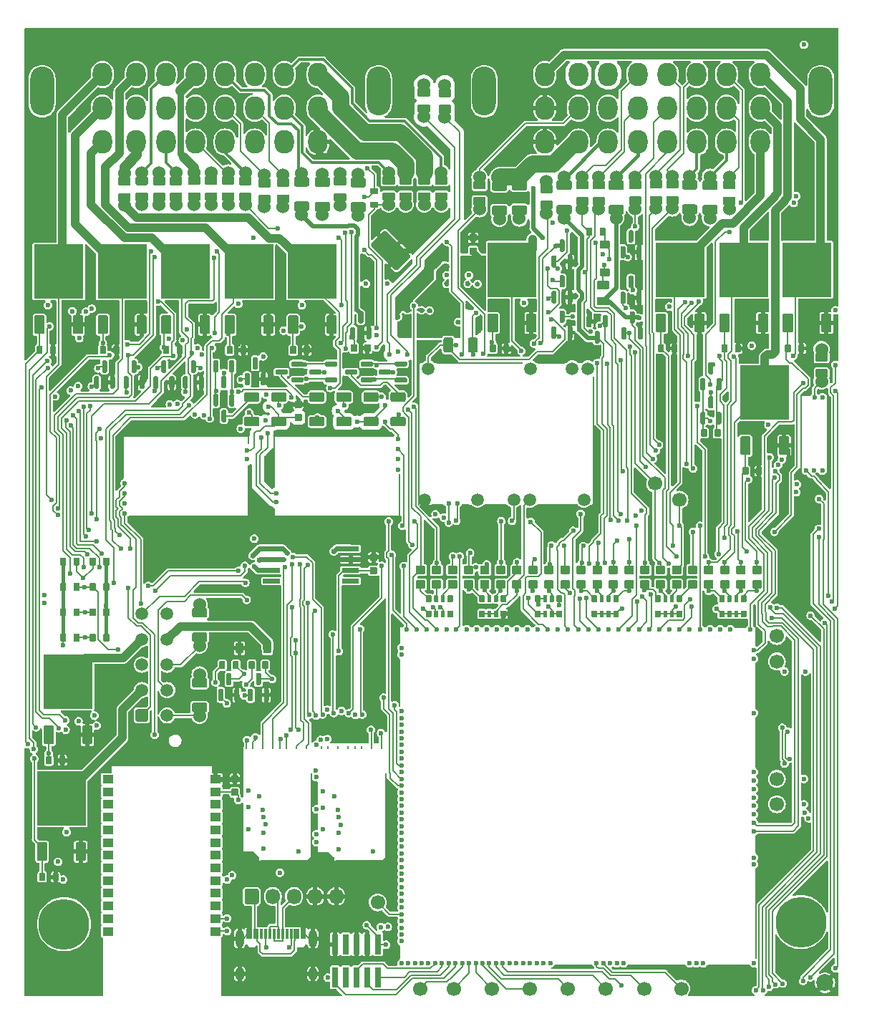
<source format=gtl>
G04 #@! TF.GenerationSoftware,KiCad,Pcbnew,7.0.1-115-g2ece2719d0*
G04 #@! TF.CreationDate,2023-04-03T01:08:22+03:00*
G04 #@! TF.ProjectId,alphax_4ch,616c7068-6178-45f3-9463-682e6b696361,G*
G04 #@! TF.SameCoordinates,PX141f5e0PYa2cace0*
G04 #@! TF.FileFunction,Copper,L1,Top*
G04 #@! TF.FilePolarity,Positive*
%FSLAX46Y46*%
G04 Gerber Fmt 4.6, Leading zero omitted, Abs format (unit mm)*
G04 Created by KiCad (PCBNEW 7.0.1-115-g2ece2719d0) date 2023-04-03 01:08:22*
%MOMM*%
%LPD*%
G01*
G04 APERTURE LIST*
G04 #@! TA.AperFunction,ComponentPad*
%ADD10C,1.524000*%
G04 #@! TD*
G04 #@! TA.AperFunction,ComponentPad*
%ADD11C,1.700000*%
G04 #@! TD*
G04 #@! TA.AperFunction,ComponentPad*
%ADD12C,6.000000*%
G04 #@! TD*
G04 #@! TA.AperFunction,SMDPad,CuDef*
%ADD13R,5.800000X6.400000*%
G04 #@! TD*
G04 #@! TA.AperFunction,ComponentPad*
%ADD14O,1.700000X1.850000*%
G04 #@! TD*
G04 #@! TA.AperFunction,ComponentPad*
%ADD15O,2.800000X5.800000*%
G04 #@! TD*
G04 #@! TA.AperFunction,ComponentPad*
%ADD16O,2.300000X2.800000*%
G04 #@! TD*
G04 #@! TA.AperFunction,SMDPad,CuDef*
%ADD17R,0.300000X1.150000*%
G04 #@! TD*
G04 #@! TA.AperFunction,ComponentPad*
%ADD18O,1.000000X2.100000*%
G04 #@! TD*
G04 #@! TA.AperFunction,ComponentPad*
%ADD19O,1.000000X1.600000*%
G04 #@! TD*
G04 #@! TA.AperFunction,ComponentPad*
%ADD20C,0.600000*%
G04 #@! TD*
G04 #@! TA.AperFunction,SMDPad,CuDef*
%ADD21R,0.200000X2.300000*%
G04 #@! TD*
G04 #@! TA.AperFunction,SMDPad,CuDef*
%ADD22R,0.200000X10.700000*%
G04 #@! TD*
G04 #@! TA.AperFunction,SMDPad,CuDef*
%ADD23R,0.200000X2.100000*%
G04 #@! TD*
G04 #@! TA.AperFunction,SMDPad,CuDef*
%ADD24R,0.200000X6.000000*%
G04 #@! TD*
G04 #@! TA.AperFunction,SMDPad,CuDef*
%ADD25R,0.200000X5.400000*%
G04 #@! TD*
G04 #@! TA.AperFunction,SMDPad,CuDef*
%ADD26R,1.400000X0.200000*%
G04 #@! TD*
G04 #@! TA.AperFunction,SMDPad,CuDef*
%ADD27R,5.000000X0.200000*%
G04 #@! TD*
G04 #@! TA.AperFunction,SMDPad,CuDef*
%ADD28R,6.800000X0.200000*%
G04 #@! TD*
G04 #@! TA.AperFunction,SMDPad,CuDef*
%ADD29R,4.500000X0.200000*%
G04 #@! TD*
G04 #@! TA.AperFunction,SMDPad,CuDef*
%ADD30R,0.200000X1.600000*%
G04 #@! TD*
G04 #@! TA.AperFunction,SMDPad,CuDef*
%ADD31R,0.200000X5.700000*%
G04 #@! TD*
G04 #@! TA.AperFunction,SMDPad,CuDef*
%ADD32R,0.200000X2.000000*%
G04 #@! TD*
G04 #@! TA.AperFunction,ComponentPad*
%ADD33C,1.500000*%
G04 #@! TD*
G04 #@! TA.AperFunction,SMDPad,CuDef*
%ADD34O,3.300000X0.200000*%
G04 #@! TD*
G04 #@! TA.AperFunction,SMDPad,CuDef*
%ADD35O,10.200000X0.200000*%
G04 #@! TD*
G04 #@! TA.AperFunction,SMDPad,CuDef*
%ADD36O,0.300000X0.200000*%
G04 #@! TD*
G04 #@! TA.AperFunction,SMDPad,CuDef*
%ADD37O,0.200000X17.000000*%
G04 #@! TD*
G04 #@! TA.AperFunction,SMDPad,CuDef*
%ADD38O,0.200000X15.400000*%
G04 #@! TD*
G04 #@! TA.AperFunction,SMDPad,CuDef*
%ADD39O,4.800000X0.200000*%
G04 #@! TD*
G04 #@! TA.AperFunction,SMDPad,CuDef*
%ADD40O,2.600000X0.200000*%
G04 #@! TD*
G04 #@! TA.AperFunction,SMDPad,CuDef*
%ADD41O,1.000000X0.200000*%
G04 #@! TD*
G04 #@! TA.AperFunction,SMDPad,CuDef*
%ADD42O,1.500000X0.200000*%
G04 #@! TD*
G04 #@! TA.AperFunction,SMDPad,CuDef*
%ADD43R,0.250000X6.185000*%
G04 #@! TD*
G04 #@! TA.AperFunction,SMDPad,CuDef*
%ADD44R,0.250000X1.115000*%
G04 #@! TD*
G04 #@! TA.AperFunction,SMDPad,CuDef*
%ADD45R,14.275000X0.250000*%
G04 #@! TD*
G04 #@! TA.AperFunction,SMDPad,CuDef*
%ADD46R,15.100000X0.250000*%
G04 #@! TD*
G04 #@! TA.AperFunction,SMDPad,CuDef*
%ADD47R,0.250000X5.175000*%
G04 #@! TD*
G04 #@! TA.AperFunction,SMDPad,CuDef*
%ADD48R,1.300000X1.000000*%
G04 #@! TD*
G04 #@! TA.AperFunction,SMDPad,CuDef*
%ADD49C,2.000000*%
G04 #@! TD*
G04 #@! TA.AperFunction,SMDPad,CuDef*
%ADD50O,1.225000X0.200000*%
G04 #@! TD*
G04 #@! TA.AperFunction,SMDPad,CuDef*
%ADD51O,0.200000X9.300000*%
G04 #@! TD*
G04 #@! TA.AperFunction,SMDPad,CuDef*
%ADD52O,0.250000X10.200000*%
G04 #@! TD*
G04 #@! TA.AperFunction,SMDPad,CuDef*
%ADD53O,5.800001X0.250000*%
G04 #@! TD*
G04 #@! TA.AperFunction,SMDPad,CuDef*
%ADD54O,0.200000X0.399999*%
G04 #@! TD*
G04 #@! TA.AperFunction,ComponentPad*
%ADD55C,0.599999*%
G04 #@! TD*
G04 #@! TA.AperFunction,SMDPad,CuDef*
%ADD56R,0.740000X2.400000*%
G04 #@! TD*
G04 #@! TA.AperFunction,ViaPad*
%ADD57C,0.600000*%
G04 #@! TD*
G04 #@! TA.AperFunction,ViaPad*
%ADD58C,1.300000*%
G04 #@! TD*
G04 #@! TA.AperFunction,Conductor*
%ADD59C,0.400000*%
G04 #@! TD*
G04 #@! TA.AperFunction,Conductor*
%ADD60C,0.600000*%
G04 #@! TD*
G04 #@! TA.AperFunction,Conductor*
%ADD61C,0.200000*%
G04 #@! TD*
G04 #@! TA.AperFunction,Conductor*
%ADD62C,1.000000*%
G04 #@! TD*
G04 #@! TA.AperFunction,Conductor*
%ADD63C,0.508000*%
G04 #@! TD*
G04 #@! TA.AperFunction,Conductor*
%ADD64C,0.300000*%
G04 #@! TD*
G04 #@! TA.AperFunction,Conductor*
%ADD65C,0.203200*%
G04 #@! TD*
G04 #@! TA.AperFunction,Conductor*
%ADD66C,2.000000*%
G04 #@! TD*
G04 #@! TA.AperFunction,Conductor*
%ADD67C,1.300000*%
G04 #@! TD*
G04 #@! TA.AperFunction,Conductor*
%ADD68C,0.800000*%
G04 #@! TD*
G04 #@! TA.AperFunction,Conductor*
%ADD69C,1.200000*%
G04 #@! TD*
G04 APERTURE END LIST*
G04 #@! TO.P,R1141,1*
G04 #@! TO.N,Net-(Q53-D)*
G04 #@! TA.AperFunction,SMDPad,CuDef*
G36*
G01*
X26100000Y70605010D02*
X26100000Y71295010D01*
G75*
G02*
X26330000Y71525010I230000J0D01*
G01*
X27670000Y71525010D01*
G75*
G02*
X27900000Y71295010I0J-230000D01*
G01*
X27900000Y70605010D01*
G75*
G02*
X27670000Y70375010I-230000J0D01*
G01*
X26330000Y70375010D01*
G75*
G02*
X26100000Y70605010I0J230000D01*
G01*
G37*
G04 #@! TD.AperFunction*
G04 #@! TO.P,R1141,2*
G04 #@! TO.N,Net-(R1139-Pad1)*
G04 #@! TA.AperFunction,SMDPad,CuDef*
G36*
G01*
X26100000Y67704990D02*
X26100000Y68394990D01*
G75*
G02*
X26330000Y68624990I230000J0D01*
G01*
X27670000Y68624990D01*
G75*
G02*
X27900000Y68394990I0J-230000D01*
G01*
X27900000Y67704990D01*
G75*
G02*
X27670000Y67474990I-230000J0D01*
G01*
X26330000Y67474990D01*
G75*
G02*
X26100000Y67704990I0J230000D01*
G01*
G37*
G04 #@! TD.AperFunction*
G04 #@! TD*
G04 #@! TO.P,R1136,1*
G04 #@! TO.N,Net-(Q50-D)*
G04 #@! TA.AperFunction,SMDPad,CuDef*
G36*
G01*
X43400000Y70605010D02*
X43400000Y71295010D01*
G75*
G02*
X43630000Y71525010I230000J0D01*
G01*
X44970000Y71525010D01*
G75*
G02*
X45200000Y71295010I0J-230000D01*
G01*
X45200000Y70605010D01*
G75*
G02*
X44970000Y70375010I-230000J0D01*
G01*
X43630000Y70375010D01*
G75*
G02*
X43400000Y70605010I0J230000D01*
G01*
G37*
G04 #@! TD.AperFunction*
G04 #@! TO.P,R1136,2*
G04 #@! TO.N,Net-(R1135-Pad1)*
G04 #@! TA.AperFunction,SMDPad,CuDef*
G36*
G01*
X43400000Y67704990D02*
X43400000Y68394990D01*
G75*
G02*
X43630000Y68624990I230000J0D01*
G01*
X44970000Y68624990D01*
G75*
G02*
X45200000Y68394990I0J-230000D01*
G01*
X45200000Y67704990D01*
G75*
G02*
X44970000Y67474990I-230000J0D01*
G01*
X43630000Y67474990D01*
G75*
G02*
X43400000Y67704990I0J230000D01*
G01*
G37*
G04 #@! TD.AperFunction*
G04 #@! TD*
G04 #@! TO.P,R1131,1*
G04 #@! TO.N,Net-(Q36-D)*
G04 #@! TA.AperFunction,SMDPad,CuDef*
G36*
G01*
X33800000Y70605010D02*
X33800000Y71295010D01*
G75*
G02*
X34030000Y71525010I230000J0D01*
G01*
X35370000Y71525010D01*
G75*
G02*
X35600000Y71295010I0J-230000D01*
G01*
X35600000Y70605010D01*
G75*
G02*
X35370000Y70375010I-230000J0D01*
G01*
X34030000Y70375010D01*
G75*
G02*
X33800000Y70605010I0J230000D01*
G01*
G37*
G04 #@! TD.AperFunction*
G04 #@! TO.P,R1131,2*
G04 #@! TO.N,Net-(R1126-Pad1)*
G04 #@! TA.AperFunction,SMDPad,CuDef*
G36*
G01*
X33800000Y67704990D02*
X33800000Y68394990D01*
G75*
G02*
X34030000Y68624990I230000J0D01*
G01*
X35370000Y68624990D01*
G75*
G02*
X35600000Y68394990I0J-230000D01*
G01*
X35600000Y67704990D01*
G75*
G02*
X35370000Y67474990I-230000J0D01*
G01*
X34030000Y67474990D01*
G75*
G02*
X33800000Y67704990I0J230000D01*
G01*
G37*
G04 #@! TD.AperFunction*
G04 #@! TD*
G04 #@! TO.P,R1113,1*
G04 #@! TO.N,/MAIN*
G04 #@! TA.AperFunction,SMDPad,CuDef*
G36*
G01*
X38750000Y76347500D02*
X38750000Y77127500D01*
G75*
G02*
X38820000Y77197500I70000J0D01*
G01*
X39380000Y77197500D01*
G75*
G02*
X39450000Y77127500I0J-70000D01*
G01*
X39450000Y76347500D01*
G75*
G02*
X39380000Y76277500I-70000J0D01*
G01*
X38820000Y76277500D01*
G75*
G02*
X38750000Y76347500I0J70000D01*
G01*
G37*
G04 #@! TD.AperFunction*
G04 #@! TO.P,R1113,2*
G04 #@! TO.N,GND*
G04 #@! TA.AperFunction,SMDPad,CuDef*
G36*
G01*
X40350000Y76347500D02*
X40350000Y77127500D01*
G75*
G02*
X40420000Y77197500I70000J0D01*
G01*
X40980000Y77197500D01*
G75*
G02*
X41050000Y77127500I0J-70000D01*
G01*
X41050000Y76347500D01*
G75*
G02*
X40980000Y76277500I-70000J0D01*
G01*
X40420000Y76277500D01*
G75*
G02*
X40350000Y76347500I0J70000D01*
G01*
G37*
G04 #@! TD.AperFunction*
G04 #@! TD*
G04 #@! TO.P,R1109,1*
G04 #@! TO.N,/VVT2*
G04 #@! TA.AperFunction,SMDPad,CuDef*
G36*
G01*
X55170000Y76310000D02*
X55170000Y77090000D01*
G75*
G02*
X55240000Y77160000I70000J0D01*
G01*
X55800000Y77160000D01*
G75*
G02*
X55870000Y77090000I0J-70000D01*
G01*
X55870000Y76310000D01*
G75*
G02*
X55800000Y76240000I-70000J0D01*
G01*
X55240000Y76240000D01*
G75*
G02*
X55170000Y76310000I0J70000D01*
G01*
G37*
G04 #@! TD.AperFunction*
G04 #@! TO.P,R1109,2*
G04 #@! TO.N,GND*
G04 #@! TA.AperFunction,SMDPad,CuDef*
G36*
G01*
X56770000Y76310000D02*
X56770000Y77090000D01*
G75*
G02*
X56840000Y77160000I70000J0D01*
G01*
X57400000Y77160000D01*
G75*
G02*
X57470000Y77090000I0J-70000D01*
G01*
X57470000Y76310000D01*
G75*
G02*
X57400000Y76240000I-70000J0D01*
G01*
X56840000Y76240000D01*
G75*
G02*
X56770000Y76310000I0J70000D01*
G01*
G37*
G04 #@! TD.AperFunction*
G04 #@! TD*
G04 #@! TO.P,R1108,1*
G04 #@! TO.N,/VVT1*
G04 #@! TA.AperFunction,SMDPad,CuDef*
G36*
G01*
X24050000Y76110000D02*
X24050000Y76890000D01*
G75*
G02*
X24120000Y76960000I70000J0D01*
G01*
X24680000Y76960000D01*
G75*
G02*
X24750000Y76890000I0J-70000D01*
G01*
X24750000Y76110000D01*
G75*
G02*
X24680000Y76040000I-70000J0D01*
G01*
X24120000Y76040000D01*
G75*
G02*
X24050000Y76110000I0J70000D01*
G01*
G37*
G04 #@! TD.AperFunction*
G04 #@! TO.P,R1108,2*
G04 #@! TO.N,GND*
G04 #@! TA.AperFunction,SMDPad,CuDef*
G36*
G01*
X25650000Y76110000D02*
X25650000Y76890000D01*
G75*
G02*
X25720000Y76960000I70000J0D01*
G01*
X26280000Y76960000D01*
G75*
G02*
X26350000Y76890000I0J-70000D01*
G01*
X26350000Y76110000D01*
G75*
G02*
X26280000Y76040000I-70000J0D01*
G01*
X25720000Y76040000D01*
G75*
G02*
X25650000Y76110000I0J70000D01*
G01*
G37*
G04 #@! TD.AperFunction*
G04 #@! TD*
G04 #@! TO.P,R1107,1*
G04 #@! TO.N,/INJ6*
G04 #@! TA.AperFunction,SMDPad,CuDef*
G36*
G01*
X2650000Y27610000D02*
X2650000Y28390000D01*
G75*
G02*
X2720000Y28460000I70000J0D01*
G01*
X3280000Y28460000D01*
G75*
G02*
X3350000Y28390000I0J-70000D01*
G01*
X3350000Y27610000D01*
G75*
G02*
X3280000Y27540000I-70000J0D01*
G01*
X2720000Y27540000D01*
G75*
G02*
X2650000Y27610000I0J70000D01*
G01*
G37*
G04 #@! TD.AperFunction*
G04 #@! TO.P,R1107,2*
G04 #@! TO.N,GND*
G04 #@! TA.AperFunction,SMDPad,CuDef*
G36*
G01*
X4250000Y27610000D02*
X4250000Y28390000D01*
G75*
G02*
X4320000Y28460000I70000J0D01*
G01*
X4880000Y28460000D01*
G75*
G02*
X4950000Y28390000I0J-70000D01*
G01*
X4950000Y27610000D01*
G75*
G02*
X4880000Y27540000I-70000J0D01*
G01*
X4320000Y27540000D01*
G75*
G02*
X4250000Y27610000I0J70000D01*
G01*
G37*
G04 #@! TD.AperFunction*
G04 #@! TD*
G04 #@! TO.P,R1106,1*
G04 #@! TO.N,/INJ5*
G04 #@! TA.AperFunction,SMDPad,CuDef*
G36*
G01*
X1870000Y13810000D02*
X1870000Y14590000D01*
G75*
G02*
X1940000Y14660000I70000J0D01*
G01*
X2500000Y14660000D01*
G75*
G02*
X2570000Y14590000I0J-70000D01*
G01*
X2570000Y13810000D01*
G75*
G02*
X2500000Y13740000I-70000J0D01*
G01*
X1940000Y13740000D01*
G75*
G02*
X1870000Y13810000I0J70000D01*
G01*
G37*
G04 #@! TD.AperFunction*
G04 #@! TO.P,R1106,2*
G04 #@! TO.N,GND*
G04 #@! TA.AperFunction,SMDPad,CuDef*
G36*
G01*
X3470000Y13810000D02*
X3470000Y14590000D01*
G75*
G02*
X3540000Y14660000I70000J0D01*
G01*
X4100000Y14660000D01*
G75*
G02*
X4170000Y14590000I0J-70000D01*
G01*
X4170000Y13810000D01*
G75*
G02*
X4100000Y13740000I-70000J0D01*
G01*
X3540000Y13740000D01*
G75*
G02*
X3470000Y13810000I0J70000D01*
G01*
G37*
G04 #@! TD.AperFunction*
G04 #@! TD*
G04 #@! TO.P,R1105,2*
G04 #@! TO.N,GND*
G04 #@! TA.AperFunction,SMDPad,CuDef*
G36*
G01*
X33150000Y76110000D02*
X33150000Y76890000D01*
G75*
G02*
X33220000Y76960000I70000J0D01*
G01*
X33780000Y76960000D01*
G75*
G02*
X33850000Y76890000I0J-70000D01*
G01*
X33850000Y76110000D01*
G75*
G02*
X33780000Y76040000I-70000J0D01*
G01*
X33220000Y76040000D01*
G75*
G02*
X33150000Y76110000I0J70000D01*
G01*
G37*
G04 #@! TD.AperFunction*
G04 #@! TO.P,R1105,1*
G04 #@! TO.N,/BOOST*
G04 #@! TA.AperFunction,SMDPad,CuDef*
G36*
G01*
X31550000Y76110000D02*
X31550000Y76890000D01*
G75*
G02*
X31620000Y76960000I70000J0D01*
G01*
X32180000Y76960000D01*
G75*
G02*
X32250000Y76890000I0J-70000D01*
G01*
X32250000Y76110000D01*
G75*
G02*
X32180000Y76040000I-70000J0D01*
G01*
X31620000Y76040000D01*
G75*
G02*
X31550000Y76110000I0J70000D01*
G01*
G37*
G04 #@! TD.AperFunction*
G04 #@! TD*
G04 #@! TO.P,R1104,2*
G04 #@! TO.N,GND*
G04 #@! TA.AperFunction,SMDPad,CuDef*
G36*
G01*
X3150000Y76110000D02*
X3150000Y76890000D01*
G75*
G02*
X3220000Y76960000I70000J0D01*
G01*
X3780000Y76960000D01*
G75*
G02*
X3850000Y76890000I0J-70000D01*
G01*
X3850000Y76110000D01*
G75*
G02*
X3780000Y76040000I-70000J0D01*
G01*
X3220000Y76040000D01*
G75*
G02*
X3150000Y76110000I0J70000D01*
G01*
G37*
G04 #@! TD.AperFunction*
G04 #@! TO.P,R1104,1*
G04 #@! TO.N,/IDLE2*
G04 #@! TA.AperFunction,SMDPad,CuDef*
G36*
G01*
X1550000Y76110000D02*
X1550000Y76890000D01*
G75*
G02*
X1620000Y76960000I70000J0D01*
G01*
X2180000Y76960000D01*
G75*
G02*
X2250000Y76890000I0J-70000D01*
G01*
X2250000Y76110000D01*
G75*
G02*
X2180000Y76040000I-70000J0D01*
G01*
X1620000Y76040000D01*
G75*
G02*
X1550000Y76110000I0J70000D01*
G01*
G37*
G04 #@! TD.AperFunction*
G04 #@! TD*
G04 #@! TO.P,R1103,1*
G04 #@! TO.N,/IDLE1*
G04 #@! TA.AperFunction,SMDPad,CuDef*
G36*
G01*
X85050000Y61810000D02*
X85050000Y62590000D01*
G75*
G02*
X85120000Y62660000I70000J0D01*
G01*
X85680000Y62660000D01*
G75*
G02*
X85750000Y62590000I0J-70000D01*
G01*
X85750000Y61810000D01*
G75*
G02*
X85680000Y61740000I-70000J0D01*
G01*
X85120000Y61740000D01*
G75*
G02*
X85050000Y61810000I0J70000D01*
G01*
G37*
G04 #@! TD.AperFunction*
G04 #@! TO.P,R1103,2*
G04 #@! TO.N,GND*
G04 #@! TA.AperFunction,SMDPad,CuDef*
G36*
G01*
X86650000Y61810000D02*
X86650000Y62590000D01*
G75*
G02*
X86720000Y62660000I70000J0D01*
G01*
X87280000Y62660000D01*
G75*
G02*
X87350000Y62590000I0J-70000D01*
G01*
X87350000Y61810000D01*
G75*
G02*
X87280000Y61740000I-70000J0D01*
G01*
X86720000Y61740000D01*
G75*
G02*
X86650000Y61810000I0J70000D01*
G01*
G37*
G04 #@! TD.AperFunction*
G04 #@! TD*
G04 #@! TO.P,R1102,1*
G04 #@! TO.N,/FAN_RELAY*
G04 #@! TA.AperFunction,SMDPad,CuDef*
G36*
G01*
X90050000Y76310000D02*
X90050000Y77090000D01*
G75*
G02*
X90120000Y77160000I70000J0D01*
G01*
X90680000Y77160000D01*
G75*
G02*
X90750000Y77090000I0J-70000D01*
G01*
X90750000Y76310000D01*
G75*
G02*
X90680000Y76240000I-70000J0D01*
G01*
X90120000Y76240000D01*
G75*
G02*
X90050000Y76310000I0J70000D01*
G01*
G37*
G04 #@! TD.AperFunction*
G04 #@! TO.P,R1102,2*
G04 #@! TO.N,GND*
G04 #@! TA.AperFunction,SMDPad,CuDef*
G36*
G01*
X91650000Y76310000D02*
X91650000Y77090000D01*
G75*
G02*
X91720000Y77160000I70000J0D01*
G01*
X92280000Y77160000D01*
G75*
G02*
X92350000Y77090000I0J-70000D01*
G01*
X92350000Y76310000D01*
G75*
G02*
X92280000Y76240000I-70000J0D01*
G01*
X91720000Y76240000D01*
G75*
G02*
X91650000Y76310000I0J70000D01*
G01*
G37*
G04 #@! TD.AperFunction*
G04 #@! TD*
G04 #@! TO.P,R1101,1*
G04 #@! TO.N,/INJ4*
G04 #@! TA.AperFunction,SMDPad,CuDef*
G36*
G01*
X9050000Y76110000D02*
X9050000Y76890000D01*
G75*
G02*
X9120000Y76960000I70000J0D01*
G01*
X9680000Y76960000D01*
G75*
G02*
X9750000Y76890000I0J-70000D01*
G01*
X9750000Y76110000D01*
G75*
G02*
X9680000Y76040000I-70000J0D01*
G01*
X9120000Y76040000D01*
G75*
G02*
X9050000Y76110000I0J70000D01*
G01*
G37*
G04 #@! TD.AperFunction*
G04 #@! TO.P,R1101,2*
G04 #@! TO.N,GND*
G04 #@! TA.AperFunction,SMDPad,CuDef*
G36*
G01*
X10650000Y76110000D02*
X10650000Y76890000D01*
G75*
G02*
X10720000Y76960000I70000J0D01*
G01*
X11280000Y76960000D01*
G75*
G02*
X11350000Y76890000I0J-70000D01*
G01*
X11350000Y76110000D01*
G75*
G02*
X11280000Y76040000I-70000J0D01*
G01*
X10720000Y76040000D01*
G75*
G02*
X10650000Y76110000I0J70000D01*
G01*
G37*
G04 #@! TD.AperFunction*
G04 #@! TD*
G04 #@! TO.P,R1100,1*
G04 #@! TO.N,/INJ3*
G04 #@! TA.AperFunction,SMDPad,CuDef*
G36*
G01*
X16550000Y76110000D02*
X16550000Y76890000D01*
G75*
G02*
X16620000Y76960000I70000J0D01*
G01*
X17180000Y76960000D01*
G75*
G02*
X17250000Y76890000I0J-70000D01*
G01*
X17250000Y76110000D01*
G75*
G02*
X17180000Y76040000I-70000J0D01*
G01*
X16620000Y76040000D01*
G75*
G02*
X16550000Y76110000I0J70000D01*
G01*
G37*
G04 #@! TD.AperFunction*
G04 #@! TO.P,R1100,2*
G04 #@! TO.N,GND*
G04 #@! TA.AperFunction,SMDPad,CuDef*
G36*
G01*
X18150000Y76110000D02*
X18150000Y76890000D01*
G75*
G02*
X18220000Y76960000I70000J0D01*
G01*
X18780000Y76960000D01*
G75*
G02*
X18850000Y76890000I0J-70000D01*
G01*
X18850000Y76110000D01*
G75*
G02*
X18780000Y76040000I-70000J0D01*
G01*
X18220000Y76040000D01*
G75*
G02*
X18150000Y76110000I0J70000D01*
G01*
G37*
G04 #@! TD.AperFunction*
G04 #@! TD*
D10*
G04 #@! TO.P,R8,1,1*
G04 #@! TO.N,/CAN-*
X76750000Y93245000D03*
G04 #@! TA.AperFunction,SMDPad,CuDef*
G36*
G01*
X77375000Y93699999D02*
X76125000Y93699999D01*
G75*
G02*
X76025000Y93799999I0J100000D01*
G01*
X76025000Y94599999D01*
G75*
G02*
X76125000Y94699999I100000J0D01*
G01*
X77375000Y94699999D01*
G75*
G02*
X77475000Y94599999I0J-100000D01*
G01*
X77475000Y93799999D01*
G75*
G02*
X77375000Y93699999I-100000J0D01*
G01*
G37*
G04 #@! TD.AperFunction*
G04 #@! TO.P,R8,2,2*
G04 #@! TO.N,/C6*
G04 #@! TA.AperFunction,SMDPad,CuDef*
G36*
G01*
X77375000Y95600021D02*
X76125000Y95600021D01*
G75*
G02*
X76025000Y95700021I0J100000D01*
G01*
X76025000Y96500021D01*
G75*
G02*
X76125000Y96600021I100000J0D01*
G01*
X77375000Y96600021D01*
G75*
G02*
X77475000Y96500021I0J-100000D01*
G01*
X77475000Y95700021D01*
G75*
G02*
X77375000Y95600021I-100000J0D01*
G01*
G37*
G04 #@! TD.AperFunction*
X76750000Y97055000D03*
G04 #@! TD*
D11*
G04 #@! TO.P,P18,1,Pin_1*
G04 #@! TO.N,Net-(M7-IN_AT2)*
X89100000Y39700000D03*
G04 #@! TD*
D10*
G04 #@! TO.P,F10,1,1*
G04 #@! TO.N,Net-(J6-Pin_6)*
X20840000Y33250000D03*
G04 #@! TA.AperFunction,SMDPad,CuDef*
G36*
G01*
X21740000Y34594990D02*
X21740000Y33904990D01*
G75*
G02*
X21510000Y33674990I-230000J0D01*
G01*
X20170000Y33674990D01*
G75*
G02*
X19940000Y33904990I0J230000D01*
G01*
X19940000Y34594990D01*
G75*
G02*
X20170000Y34824990I230000J0D01*
G01*
X21510000Y34824990D01*
G75*
G02*
X21740000Y34594990I0J-230000D01*
G01*
G37*
G04 #@! TD.AperFunction*
G04 #@! TO.P,F10,2,2*
G04 #@! TO.N,/OUT_IGN5*
G04 #@! TA.AperFunction,SMDPad,CuDef*
G36*
G01*
X21740000Y37495010D02*
X21740000Y36805010D01*
G75*
G02*
X21510000Y36575010I-230000J0D01*
G01*
X20170000Y36575010D01*
G75*
G02*
X19940000Y36805010I0J230000D01*
G01*
X19940000Y37495010D01*
G75*
G02*
X20170000Y37725010I230000J0D01*
G01*
X21510000Y37725010D01*
G75*
G02*
X21740000Y37495010I0J-230000D01*
G01*
G37*
G04 #@! TD.AperFunction*
X20840000Y38150000D03*
G04 #@! TD*
G04 #@! TO.P,R2,1*
G04 #@! TO.N,+12V*
G04 #@! TA.AperFunction,SMDPad,CuDef*
G36*
G01*
X82300000Y44965000D02*
X82300000Y45635000D01*
G75*
G02*
X82365000Y45700000I65000J0D01*
G01*
X82885000Y45700000D01*
G75*
G02*
X82950000Y45635000I0J-65000D01*
G01*
X82950000Y44965000D01*
G75*
G02*
X82885000Y44900000I-65000J0D01*
G01*
X82365000Y44900000D01*
G75*
G02*
X82300000Y44965000I0J65000D01*
G01*
G37*
G04 #@! TD.AperFunction*
G04 #@! TO.P,R2,2*
G04 #@! TA.AperFunction,SMDPad,CuDef*
G36*
G01*
X83275000Y44945000D02*
X83275000Y45655000D01*
G75*
G02*
X83320000Y45700000I45000J0D01*
G01*
X83680000Y45700000D01*
G75*
G02*
X83725000Y45655000I0J-45000D01*
G01*
X83725000Y44945000D01*
G75*
G02*
X83680000Y44900000I-45000J0D01*
G01*
X83320000Y44900000D01*
G75*
G02*
X83275000Y44945000I0J45000D01*
G01*
G37*
G04 #@! TD.AperFunction*
G04 #@! TO.P,R2,3*
G04 #@! TA.AperFunction,SMDPad,CuDef*
G36*
G01*
X84075000Y44945000D02*
X84075000Y45655000D01*
G75*
G02*
X84120000Y45700000I45000J0D01*
G01*
X84480000Y45700000D01*
G75*
G02*
X84525000Y45655000I0J-45000D01*
G01*
X84525000Y44945000D01*
G75*
G02*
X84480000Y44900000I-45000J0D01*
G01*
X84120000Y44900000D01*
G75*
G02*
X84075000Y44945000I0J45000D01*
G01*
G37*
G04 #@! TD.AperFunction*
G04 #@! TO.P,R2,4*
G04 #@! TA.AperFunction,SMDPad,CuDef*
G36*
G01*
X84850000Y44965000D02*
X84850000Y45635000D01*
G75*
G02*
X84915000Y45700000I65000J0D01*
G01*
X85435000Y45700000D01*
G75*
G02*
X85500000Y45635000I0J-65000D01*
G01*
X85500000Y44965000D01*
G75*
G02*
X85435000Y44900000I-65000J0D01*
G01*
X84915000Y44900000D01*
G75*
G02*
X84850000Y44965000I0J65000D01*
G01*
G37*
G04 #@! TD.AperFunction*
G04 #@! TO.P,R2,5*
G04 #@! TO.N,Net-(D3-K)*
G04 #@! TA.AperFunction,SMDPad,CuDef*
G36*
G01*
X84850000Y46765000D02*
X84850000Y47435000D01*
G75*
G02*
X84915000Y47500000I65000J0D01*
G01*
X85435000Y47500000D01*
G75*
G02*
X85500000Y47435000I0J-65000D01*
G01*
X85500000Y46765000D01*
G75*
G02*
X85435000Y46700000I-65000J0D01*
G01*
X84915000Y46700000D01*
G75*
G02*
X84850000Y46765000I0J65000D01*
G01*
G37*
G04 #@! TD.AperFunction*
G04 #@! TO.P,R2,6*
G04 #@! TO.N,Net-(D2-K)*
G04 #@! TA.AperFunction,SMDPad,CuDef*
G36*
G01*
X84075000Y46745000D02*
X84075000Y47455000D01*
G75*
G02*
X84120000Y47500000I45000J0D01*
G01*
X84480000Y47500000D01*
G75*
G02*
X84525000Y47455000I0J-45000D01*
G01*
X84525000Y46745000D01*
G75*
G02*
X84480000Y46700000I-45000J0D01*
G01*
X84120000Y46700000D01*
G75*
G02*
X84075000Y46745000I0J45000D01*
G01*
G37*
G04 #@! TD.AperFunction*
G04 #@! TO.P,R2,7*
G04 #@! TO.N,Net-(D14-A)*
G04 #@! TA.AperFunction,SMDPad,CuDef*
G36*
G01*
X83275000Y46745000D02*
X83275000Y47455000D01*
G75*
G02*
X83320000Y47500000I45000J0D01*
G01*
X83680000Y47500000D01*
G75*
G02*
X83725000Y47455000I0J-45000D01*
G01*
X83725000Y46745000D01*
G75*
G02*
X83680000Y46700000I-45000J0D01*
G01*
X83320000Y46700000D01*
G75*
G02*
X83275000Y46745000I0J45000D01*
G01*
G37*
G04 #@! TD.AperFunction*
G04 #@! TO.P,R2,8*
G04 #@! TO.N,Net-(D13-A)*
G04 #@! TA.AperFunction,SMDPad,CuDef*
G36*
G01*
X82300000Y46765000D02*
X82300000Y47435000D01*
G75*
G02*
X82365000Y47500000I65000J0D01*
G01*
X82885000Y47500000D01*
G75*
G02*
X82950000Y47435000I0J-65000D01*
G01*
X82950000Y46765000D01*
G75*
G02*
X82885000Y46700000I-65000J0D01*
G01*
X82365000Y46700000D01*
G75*
G02*
X82300000Y46765000I0J65000D01*
G01*
G37*
G04 #@! TD.AperFunction*
G04 #@! TD*
G04 #@! TO.P,D36,1,A*
G04 #@! TO.N,Net-(D36-A)*
G04 #@! TA.AperFunction,SMDPad,CuDef*
G36*
G01*
X51199998Y48300001D02*
X50299998Y48300001D01*
G75*
G02*
X50199998Y48400001I0J100000D01*
G01*
X50199998Y49200001D01*
G75*
G02*
X50299998Y49300001I100000J0D01*
G01*
X51199998Y49300001D01*
G75*
G02*
X51299998Y49200001I0J-100000D01*
G01*
X51299998Y48400001D01*
G75*
G02*
X51199998Y48300001I-100000J0D01*
G01*
G37*
G04 #@! TD.AperFunction*
G04 #@! TO.P,D36,2,K*
G04 #@! TO.N,/HALL3*
G04 #@! TA.AperFunction,SMDPad,CuDef*
G36*
G01*
X51199998Y50000001D02*
X50299998Y50000001D01*
G75*
G02*
X50199998Y50100001I0J100000D01*
G01*
X50199998Y50900001D01*
G75*
G02*
X50299998Y51000001I100000J0D01*
G01*
X51199998Y51000001D01*
G75*
G02*
X51299998Y50900001I0J-100000D01*
G01*
X51299998Y50100001D01*
G75*
G02*
X51199998Y50000001I-100000J0D01*
G01*
G37*
G04 #@! TD.AperFunction*
G04 #@! TD*
D11*
G04 #@! TO.P,P23,1,Pin_1*
G04 #@! TO.N,Net-(M7-SPI3_MOSI)*
X59900000Y1000000D03*
G04 #@! TD*
G04 #@! TO.P,R93,1*
G04 #@! TO.N,GNDA*
G04 #@! TA.AperFunction,SMDPad,CuDef*
G36*
G01*
X4350000Y42110000D02*
X4350000Y42890000D01*
G75*
G02*
X4420000Y42960000I70000J0D01*
G01*
X4980000Y42960000D01*
G75*
G02*
X5050000Y42890000I0J-70000D01*
G01*
X5050000Y42110000D01*
G75*
G02*
X4980000Y42040000I-70000J0D01*
G01*
X4420000Y42040000D01*
G75*
G02*
X4350000Y42110000I0J70000D01*
G01*
G37*
G04 #@! TD.AperFunction*
G04 #@! TO.P,R93,2*
G04 #@! TO.N,/AIN4*
G04 #@! TA.AperFunction,SMDPad,CuDef*
G36*
G01*
X5950000Y42110000D02*
X5950000Y42890000D01*
G75*
G02*
X6020000Y42960000I70000J0D01*
G01*
X6580000Y42960000D01*
G75*
G02*
X6650000Y42890000I0J-70000D01*
G01*
X6650000Y42110000D01*
G75*
G02*
X6580000Y42040000I-70000J0D01*
G01*
X6020000Y42040000D01*
G75*
G02*
X5950000Y42110000I0J70000D01*
G01*
G37*
G04 #@! TD.AperFunction*
G04 #@! TD*
D12*
G04 #@! TO.P,J8,1,Pin_1*
G04 #@! TO.N,unconnected-(J8-Pin_1-Pad1)*
X4803000Y8619000D03*
G04 #@! TD*
G04 #@! TO.P,D34,1,A*
G04 #@! TO.N,Net-(D34-A)*
G04 #@! TA.AperFunction,SMDPad,CuDef*
G36*
G01*
X47399998Y48300001D02*
X46499998Y48300001D01*
G75*
G02*
X46399998Y48400001I0J100000D01*
G01*
X46399998Y49200001D01*
G75*
G02*
X46499998Y49300001I100000J0D01*
G01*
X47399998Y49300001D01*
G75*
G02*
X47499998Y49200001I0J-100000D01*
G01*
X47499998Y48400001D01*
G75*
G02*
X47399998Y48300001I-100000J0D01*
G01*
G37*
G04 #@! TD.AperFunction*
G04 #@! TO.P,D34,2,K*
G04 #@! TO.N,/HALL1*
G04 #@! TA.AperFunction,SMDPad,CuDef*
G36*
G01*
X47399998Y50000001D02*
X46499998Y50000001D01*
G75*
G02*
X46399998Y50100001I0J100000D01*
G01*
X46399998Y50900001D01*
G75*
G02*
X46499998Y51000001I100000J0D01*
G01*
X47399998Y51000001D01*
G75*
G02*
X47499998Y50900001I0J-100000D01*
G01*
X47499998Y50100001D01*
G75*
G02*
X47399998Y50000001I-100000J0D01*
G01*
G37*
G04 #@! TD.AperFunction*
G04 #@! TD*
D10*
G04 #@! TO.P,R59,1,1*
G04 #@! TO.N,/E8*
X45200000Y97505000D03*
G04 #@! TA.AperFunction,SMDPad,CuDef*
G36*
G01*
X44575000Y97050001D02*
X45825000Y97050001D01*
G75*
G02*
X45925000Y96950001I0J-100000D01*
G01*
X45925000Y96150001D01*
G75*
G02*
X45825000Y96050001I-100000J0D01*
G01*
X44575000Y96050001D01*
G75*
G02*
X44475000Y96150001I0J100000D01*
G01*
X44475000Y96950001D01*
G75*
G02*
X44575000Y97050001I100000J0D01*
G01*
G37*
G04 #@! TD.AperFunction*
G04 #@! TO.P,R59,2,2*
G04 #@! TO.N,/OUT_ETB-*
G04 #@! TA.AperFunction,SMDPad,CuDef*
G36*
G01*
X44575000Y95149979D02*
X45825000Y95149979D01*
G75*
G02*
X45925000Y95049979I0J-100000D01*
G01*
X45925000Y94249979D01*
G75*
G02*
X45825000Y94149979I-100000J0D01*
G01*
X44575000Y94149979D01*
G75*
G02*
X44475000Y94249979I0J100000D01*
G01*
X44475000Y95049979D01*
G75*
G02*
X44575000Y95149979I100000J0D01*
G01*
G37*
G04 #@! TD.AperFunction*
X45200000Y93695000D03*
G04 #@! TD*
G04 #@! TO.P,R9,1,1*
G04 #@! TO.N,/CAN+*
X74800000Y93245000D03*
G04 #@! TA.AperFunction,SMDPad,CuDef*
G36*
G01*
X75425000Y93699999D02*
X74175000Y93699999D01*
G75*
G02*
X74075000Y93799999I0J100000D01*
G01*
X74075000Y94599999D01*
G75*
G02*
X74175000Y94699999I100000J0D01*
G01*
X75425000Y94699999D01*
G75*
G02*
X75525000Y94599999I0J-100000D01*
G01*
X75525000Y93799999D01*
G75*
G02*
X75425000Y93699999I-100000J0D01*
G01*
G37*
G04 #@! TD.AperFunction*
G04 #@! TO.P,R9,2,2*
G04 #@! TO.N,/C5*
G04 #@! TA.AperFunction,SMDPad,CuDef*
G36*
G01*
X75425000Y95600021D02*
X74175000Y95600021D01*
G75*
G02*
X74075000Y95700021I0J100000D01*
G01*
X74075000Y96500021D01*
G75*
G02*
X74175000Y96600021I100000J0D01*
G01*
X75425000Y96600021D01*
G75*
G02*
X75525000Y96500021I0J-100000D01*
G01*
X75525000Y95700021D01*
G75*
G02*
X75425000Y95600021I-100000J0D01*
G01*
G37*
G04 #@! TD.AperFunction*
X74800000Y97055000D03*
G04 #@! TD*
G04 #@! TO.P,R68,1,1*
G04 #@! TO.N,/IN_TPS2*
X24200000Y93695000D03*
G04 #@! TA.AperFunction,SMDPad,CuDef*
G36*
G01*
X24825000Y94149999D02*
X23575000Y94149999D01*
G75*
G02*
X23475000Y94249999I0J100000D01*
G01*
X23475000Y95049999D01*
G75*
G02*
X23575000Y95149999I100000J0D01*
G01*
X24825000Y95149999D01*
G75*
G02*
X24925000Y95049999I0J-100000D01*
G01*
X24925000Y94249999D01*
G75*
G02*
X24825000Y94149999I-100000J0D01*
G01*
G37*
G04 #@! TD.AperFunction*
G04 #@! TO.P,R68,2,2*
G04 #@! TO.N,/D4*
G04 #@! TA.AperFunction,SMDPad,CuDef*
G36*
G01*
X24825000Y96050021D02*
X23575000Y96050021D01*
G75*
G02*
X23475000Y96150021I0J100000D01*
G01*
X23475000Y96950021D01*
G75*
G02*
X23575000Y97050021I100000J0D01*
G01*
X24825000Y97050021D01*
G75*
G02*
X24925000Y96950021I0J-100000D01*
G01*
X24925000Y96150021D01*
G75*
G02*
X24825000Y96050021I-100000J0D01*
G01*
G37*
G04 #@! TD.AperFunction*
X24200000Y97505000D03*
G04 #@! TD*
G04 #@! TO.P,Q47,1,IN*
G04 #@! TO.N,/VVT1*
G04 #@! TA.AperFunction,SMDPad,CuDef*
G36*
G01*
X24880000Y78400000D02*
X23920000Y78400000D01*
G75*
G02*
X23800000Y78520000I0J120000D01*
G01*
X23800000Y80480000D01*
G75*
G02*
X23920000Y80600000I120000J0D01*
G01*
X24880000Y80600000D01*
G75*
G02*
X25000000Y80480000I0J-120000D01*
G01*
X25000000Y78520000D01*
G75*
G02*
X24880000Y78400000I-120000J0D01*
G01*
G37*
G04 #@! TD.AperFunction*
D13*
G04 #@! TO.P,Q47,2,D*
G04 #@! TO.N,/OUT_VVT1*
X26680000Y85800000D03*
G04 #@! TO.P,Q47,3,S*
G04 #@! TO.N,GND*
G04 #@! TA.AperFunction,SMDPad,CuDef*
G36*
G01*
X29440000Y78400000D02*
X28480000Y78400000D01*
G75*
G02*
X28360000Y78520000I0J120000D01*
G01*
X28360000Y80480000D01*
G75*
G02*
X28480000Y80600000I120000J0D01*
G01*
X29440000Y80600000D01*
G75*
G02*
X29560000Y80480000I0J-120000D01*
G01*
X29560000Y78520000D01*
G75*
G02*
X29440000Y78400000I-120000J0D01*
G01*
G37*
G04 #@! TD.AperFunction*
G04 #@! TD*
G04 #@! TO.P,J5,1,Pin_1*
G04 #@! TO.N,/MCU/VBUS*
G04 #@! TA.AperFunction,ComponentPad*
G36*
G01*
X26150000Y11225000D02*
X26150000Y12575000D01*
G75*
G02*
X26400000Y12825000I250000J0D01*
G01*
X27600000Y12825000D01*
G75*
G02*
X27850000Y12575000I0J-250000D01*
G01*
X27850000Y11225000D01*
G75*
G02*
X27600000Y10975000I-250000J0D01*
G01*
X26400000Y10975000D01*
G75*
G02*
X26150000Y11225000I0J250000D01*
G01*
G37*
G04 #@! TD.AperFunction*
D14*
G04 #@! TO.P,J5,2,Pin_2*
G04 #@! TO.N,/MCU/USB-*
X29500000Y11900000D03*
G04 #@! TO.P,J5,3,Pin_3*
G04 #@! TO.N,/MCU/USB+*
X32000000Y11900000D03*
G04 #@! TO.P,J5,4,Pin_4*
G04 #@! TO.N,GND*
X34500000Y11900000D03*
G04 #@! TO.P,J5,5,Pin_5*
X37000000Y11900000D03*
G04 #@! TD*
D10*
G04 #@! TO.P,F4,1,1*
G04 #@! TO.N,/A3*
X63950000Y97000000D03*
G04 #@! TA.AperFunction,SMDPad,CuDef*
G36*
G01*
X63050000Y95655010D02*
X63050000Y96345010D01*
G75*
G02*
X63280000Y96575010I230000J0D01*
G01*
X64620000Y96575010D01*
G75*
G02*
X64850000Y96345010I0J-230000D01*
G01*
X64850000Y95655010D01*
G75*
G02*
X64620000Y95425010I-230000J0D01*
G01*
X63280000Y95425010D01*
G75*
G02*
X63050000Y95655010I0J230000D01*
G01*
G37*
G04 #@! TD.AperFunction*
G04 #@! TO.P,F4,2,2*
G04 #@! TO.N,/OUT_PUMP_RELAY*
G04 #@! TA.AperFunction,SMDPad,CuDef*
G36*
G01*
X63050000Y92754990D02*
X63050000Y93444990D01*
G75*
G02*
X63280000Y93674990I230000J0D01*
G01*
X64620000Y93674990D01*
G75*
G02*
X64850000Y93444990I0J-230000D01*
G01*
X64850000Y92754990D01*
G75*
G02*
X64620000Y92524990I-230000J0D01*
G01*
X63280000Y92524990D01*
G75*
G02*
X63050000Y92754990I0J230000D01*
G01*
G37*
G04 #@! TD.AperFunction*
X63950000Y92100000D03*
G04 #@! TD*
G04 #@! TO.P,Q13,1,G*
G04 #@! TO.N,Net-(Q12-D)*
G04 #@! TA.AperFunction,SMDPad,CuDef*
G36*
G01*
X80500000Y67725000D02*
X80200000Y67725000D01*
G75*
G02*
X80050000Y67875000I0J150000D01*
G01*
X80050000Y69050000D01*
G75*
G02*
X80200000Y69200000I150000J0D01*
G01*
X80500000Y69200000D01*
G75*
G02*
X80650000Y69050000I0J-150000D01*
G01*
X80650000Y67875000D01*
G75*
G02*
X80500000Y67725000I-150000J0D01*
G01*
G37*
G04 #@! TD.AperFunction*
G04 #@! TO.P,Q13,2,D*
G04 #@! TO.N,Net-(Q13-D)*
G04 #@! TA.AperFunction,SMDPad,CuDef*
G36*
G01*
X81450000Y69600000D02*
X81150000Y69600000D01*
G75*
G02*
X81000000Y69750000I0J150000D01*
G01*
X81000000Y70925000D01*
G75*
G02*
X81150000Y71075000I150000J0D01*
G01*
X81450000Y71075000D01*
G75*
G02*
X81600000Y70925000I0J-150000D01*
G01*
X81600000Y69750000D01*
G75*
G02*
X81450000Y69600000I-150000J0D01*
G01*
G37*
G04 #@! TD.AperFunction*
G04 #@! TO.P,Q13,3,S*
G04 #@! TO.N,+5VAS*
G04 #@! TA.AperFunction,SMDPad,CuDef*
G36*
G01*
X82400000Y67725000D02*
X82100000Y67725000D01*
G75*
G02*
X81950000Y67875000I0J150000D01*
G01*
X81950000Y69050000D01*
G75*
G02*
X82100000Y69200000I150000J0D01*
G01*
X82400000Y69200000D01*
G75*
G02*
X82550000Y69050000I0J-150000D01*
G01*
X82550000Y67875000D01*
G75*
G02*
X82400000Y67725000I-150000J0D01*
G01*
G37*
G04 #@! TD.AperFunction*
G04 #@! TD*
G04 #@! TO.P,R91,1,1*
G04 #@! TO.N,/IN_KNOCK_RAW*
X94400000Y72795000D03*
G04 #@! TA.AperFunction,SMDPad,CuDef*
G36*
G01*
X95025000Y73249999D02*
X93775000Y73249999D01*
G75*
G02*
X93675000Y73349999I0J100000D01*
G01*
X93675000Y74149999D01*
G75*
G02*
X93775000Y74249999I100000J0D01*
G01*
X95025000Y74249999D01*
G75*
G02*
X95125000Y74149999I0J-100000D01*
G01*
X95125000Y73349999D01*
G75*
G02*
X95025000Y73249999I-100000J0D01*
G01*
G37*
G04 #@! TD.AperFunction*
G04 #@! TO.P,R91,2,2*
G04 #@! TO.N,/F3*
G04 #@! TA.AperFunction,SMDPad,CuDef*
G36*
G01*
X95025000Y75150021D02*
X93775000Y75150021D01*
G75*
G02*
X93675000Y75250021I0J100000D01*
G01*
X93675000Y76050021D01*
G75*
G02*
X93775000Y76150021I100000J0D01*
G01*
X95025000Y76150021D01*
G75*
G02*
X95125000Y76050021I0J-100000D01*
G01*
X95125000Y75250021D01*
G75*
G02*
X95025000Y75150021I-100000J0D01*
G01*
G37*
G04 #@! TD.AperFunction*
X94400000Y76605000D03*
G04 #@! TD*
G04 #@! TO.P,R98,1*
G04 #@! TO.N,/INJ1*
G04 #@! TA.AperFunction,SMDPad,CuDef*
G36*
G01*
X75050000Y76310000D02*
X75050000Y77090000D01*
G75*
G02*
X75120000Y77160000I70000J0D01*
G01*
X75680000Y77160000D01*
G75*
G02*
X75750000Y77090000I0J-70000D01*
G01*
X75750000Y76310000D01*
G75*
G02*
X75680000Y76240000I-70000J0D01*
G01*
X75120000Y76240000D01*
G75*
G02*
X75050000Y76310000I0J70000D01*
G01*
G37*
G04 #@! TD.AperFunction*
G04 #@! TO.P,R98,2*
G04 #@! TO.N,GND*
G04 #@! TA.AperFunction,SMDPad,CuDef*
G36*
G01*
X76650000Y76310000D02*
X76650000Y77090000D01*
G75*
G02*
X76720000Y77160000I70000J0D01*
G01*
X77280000Y77160000D01*
G75*
G02*
X77350000Y77090000I0J-70000D01*
G01*
X77350000Y76310000D01*
G75*
G02*
X77280000Y76240000I-70000J0D01*
G01*
X76720000Y76240000D01*
G75*
G02*
X76650000Y76310000I0J70000D01*
G01*
G37*
G04 #@! TD.AperFunction*
G04 #@! TD*
G04 #@! TO.P,Q49,1,G*
G04 #@! TO.N,Net-(Q49-G)*
G04 #@! TA.AperFunction,SMDPad,CuDef*
G36*
G01*
X45375000Y73100000D02*
X45375000Y72800000D01*
G75*
G02*
X45225000Y72650000I-150000J0D01*
G01*
X44050000Y72650000D01*
G75*
G02*
X43900000Y72800000I0J150000D01*
G01*
X43900000Y73100000D01*
G75*
G02*
X44050000Y73250000I150000J0D01*
G01*
X45225000Y73250000D01*
G75*
G02*
X45375000Y73100000I0J-150000D01*
G01*
G37*
G04 #@! TD.AperFunction*
G04 #@! TO.P,Q49,2,D*
G04 #@! TO.N,/HALL_OPT_PU/+12V_LIM*
G04 #@! TA.AperFunction,SMDPad,CuDef*
G36*
G01*
X43500000Y74050000D02*
X43500000Y73750000D01*
G75*
G02*
X43350000Y73600000I-150000J0D01*
G01*
X42175000Y73600000D01*
G75*
G02*
X42025000Y73750000I0J150000D01*
G01*
X42025000Y74050000D01*
G75*
G02*
X42175000Y74200000I150000J0D01*
G01*
X43350000Y74200000D01*
G75*
G02*
X43500000Y74050000I0J-150000D01*
G01*
G37*
G04 #@! TD.AperFunction*
G04 #@! TO.P,Q49,3,S*
G04 #@! TO.N,Net-(Q49-S)*
G04 #@! TA.AperFunction,SMDPad,CuDef*
G36*
G01*
X45375000Y75000000D02*
X45375000Y74700000D01*
G75*
G02*
X45225000Y74550000I-150000J0D01*
G01*
X44050000Y74550000D01*
G75*
G02*
X43900000Y74700000I0J150000D01*
G01*
X43900000Y75000000D01*
G75*
G02*
X44050000Y75150000I150000J0D01*
G01*
X45225000Y75150000D01*
G75*
G02*
X45375000Y75000000I0J-150000D01*
G01*
G37*
G04 #@! TD.AperFunction*
G04 #@! TD*
G04 #@! TO.P,D15,1,A*
G04 #@! TO.N,Net-(D15-A)*
G04 #@! TA.AperFunction,SMDPad,CuDef*
G36*
G01*
X66399998Y48300001D02*
X65499998Y48300001D01*
G75*
G02*
X65399998Y48400001I0J100000D01*
G01*
X65399998Y49200001D01*
G75*
G02*
X65499998Y49300001I100000J0D01*
G01*
X66399998Y49300001D01*
G75*
G02*
X66499998Y49200001I0J-100000D01*
G01*
X66499998Y48400001D01*
G75*
G02*
X66399998Y48300001I-100000J0D01*
G01*
G37*
G04 #@! TD.AperFunction*
G04 #@! TO.P,D15,2,K*
G04 #@! TO.N,/OUT_INJ1*
G04 #@! TA.AperFunction,SMDPad,CuDef*
G36*
G01*
X66399998Y50000001D02*
X65499998Y50000001D01*
G75*
G02*
X65399998Y50100001I0J100000D01*
G01*
X65399998Y50900001D01*
G75*
G02*
X65499998Y51000001I100000J0D01*
G01*
X66399998Y51000001D01*
G75*
G02*
X66499998Y50900001I0J-100000D01*
G01*
X66499998Y50100001D01*
G75*
G02*
X66399998Y50000001I-100000J0D01*
G01*
G37*
G04 #@! TD.AperFunction*
G04 #@! TD*
G04 #@! TO.P,C4,1*
G04 #@! TO.N,GND*
G04 #@! TA.AperFunction,SMDPad,CuDef*
G36*
G01*
X52860000Y90215001D02*
X53540000Y90215001D01*
G75*
G02*
X53625000Y90130001I0J-85000D01*
G01*
X53625000Y89450001D01*
G75*
G02*
X53540000Y89365001I-85000J0D01*
G01*
X52860000Y89365001D01*
G75*
G02*
X52775000Y89450001I0J85000D01*
G01*
X52775000Y90130001D01*
G75*
G02*
X52860000Y90215001I85000J0D01*
G01*
G37*
G04 #@! TD.AperFunction*
G04 #@! TO.P,C4,2*
G04 #@! TO.N,+12V_ETB*
G04 #@! TA.AperFunction,SMDPad,CuDef*
G36*
G01*
X52860000Y88634999D02*
X53540000Y88634999D01*
G75*
G02*
X53625000Y88549999I0J-85000D01*
G01*
X53625000Y87869999D01*
G75*
G02*
X53540000Y87784999I-85000J0D01*
G01*
X52860000Y87784999D01*
G75*
G02*
X52775000Y87869999I0J85000D01*
G01*
X52775000Y88549999D01*
G75*
G02*
X52860000Y88634999I85000J0D01*
G01*
G37*
G04 #@! TD.AperFunction*
G04 #@! TD*
G04 #@! TO.P,Q48,1,IN*
G04 #@! TO.N,/VVT2*
G04 #@! TA.AperFunction,SMDPad,CuDef*
G36*
G01*
X56000000Y78600000D02*
X55040000Y78600000D01*
G75*
G02*
X54920000Y78720000I0J120000D01*
G01*
X54920000Y80680000D01*
G75*
G02*
X55040000Y80800000I120000J0D01*
G01*
X56000000Y80800000D01*
G75*
G02*
X56120000Y80680000I0J-120000D01*
G01*
X56120000Y78720000D01*
G75*
G02*
X56000000Y78600000I-120000J0D01*
G01*
G37*
G04 #@! TD.AperFunction*
D13*
G04 #@! TO.P,Q48,2,D*
G04 #@! TO.N,/OUT_VVT2*
X57800000Y86000000D03*
G04 #@! TO.P,Q48,3,S*
G04 #@! TO.N,GND*
G04 #@! TA.AperFunction,SMDPad,CuDef*
G36*
G01*
X60560000Y78600000D02*
X59600000Y78600000D01*
G75*
G02*
X59480000Y78720000I0J120000D01*
G01*
X59480000Y80680000D01*
G75*
G02*
X59600000Y80800000I120000J0D01*
G01*
X60560000Y80800000D01*
G75*
G02*
X60680000Y80680000I0J-120000D01*
G01*
X60680000Y78720000D01*
G75*
G02*
X60560000Y78600000I-120000J0D01*
G01*
G37*
G04 #@! TD.AperFunction*
G04 #@! TD*
G04 #@! TO.P,R50,1*
G04 #@! TO.N,+5VA*
G04 #@! TA.AperFunction,SMDPad,CuDef*
G36*
G01*
X60500000Y44965000D02*
X60500000Y45635000D01*
G75*
G02*
X60565000Y45700000I65000J0D01*
G01*
X61085000Y45700000D01*
G75*
G02*
X61150000Y45635000I0J-65000D01*
G01*
X61150000Y44965000D01*
G75*
G02*
X61085000Y44900000I-65000J0D01*
G01*
X60565000Y44900000D01*
G75*
G02*
X60500000Y44965000I0J65000D01*
G01*
G37*
G04 #@! TD.AperFunction*
G04 #@! TO.P,R50,2*
G04 #@! TA.AperFunction,SMDPad,CuDef*
G36*
G01*
X61475000Y44945000D02*
X61475000Y45655000D01*
G75*
G02*
X61520000Y45700000I45000J0D01*
G01*
X61880000Y45700000D01*
G75*
G02*
X61925000Y45655000I0J-45000D01*
G01*
X61925000Y44945000D01*
G75*
G02*
X61880000Y44900000I-45000J0D01*
G01*
X61520000Y44900000D01*
G75*
G02*
X61475000Y44945000I0J45000D01*
G01*
G37*
G04 #@! TD.AperFunction*
G04 #@! TO.P,R50,3*
G04 #@! TO.N,+12V*
G04 #@! TA.AperFunction,SMDPad,CuDef*
G36*
G01*
X62275000Y44945000D02*
X62275000Y45655000D01*
G75*
G02*
X62320000Y45700000I45000J0D01*
G01*
X62680000Y45700000D01*
G75*
G02*
X62725000Y45655000I0J-45000D01*
G01*
X62725000Y44945000D01*
G75*
G02*
X62680000Y44900000I-45000J0D01*
G01*
X62320000Y44900000D01*
G75*
G02*
X62275000Y44945000I0J45000D01*
G01*
G37*
G04 #@! TD.AperFunction*
G04 #@! TO.P,R50,4*
G04 #@! TA.AperFunction,SMDPad,CuDef*
G36*
G01*
X63050000Y44965000D02*
X63050000Y45635000D01*
G75*
G02*
X63115000Y45700000I65000J0D01*
G01*
X63635000Y45700000D01*
G75*
G02*
X63700000Y45635000I0J-65000D01*
G01*
X63700000Y44965000D01*
G75*
G02*
X63635000Y44900000I-65000J0D01*
G01*
X63115000Y44900000D01*
G75*
G02*
X63050000Y44965000I0J65000D01*
G01*
G37*
G04 #@! TD.AperFunction*
G04 #@! TO.P,R50,5*
G04 #@! TO.N,Net-(D38-A)*
G04 #@! TA.AperFunction,SMDPad,CuDef*
G36*
G01*
X63050000Y46765000D02*
X63050000Y47435000D01*
G75*
G02*
X63115000Y47500000I65000J0D01*
G01*
X63635000Y47500000D01*
G75*
G02*
X63700000Y47435000I0J-65000D01*
G01*
X63700000Y46765000D01*
G75*
G02*
X63635000Y46700000I-65000J0D01*
G01*
X63115000Y46700000D01*
G75*
G02*
X63050000Y46765000I0J65000D01*
G01*
G37*
G04 #@! TD.AperFunction*
G04 #@! TO.P,R50,6*
G04 #@! TO.N,Net-(D37-K)*
G04 #@! TA.AperFunction,SMDPad,CuDef*
G36*
G01*
X62275000Y46745000D02*
X62275000Y47455000D01*
G75*
G02*
X62320000Y47500000I45000J0D01*
G01*
X62680000Y47500000D01*
G75*
G02*
X62725000Y47455000I0J-45000D01*
G01*
X62725000Y46745000D01*
G75*
G02*
X62680000Y46700000I-45000J0D01*
G01*
X62320000Y46700000D01*
G75*
G02*
X62275000Y46745000I0J45000D01*
G01*
G37*
G04 #@! TD.AperFunction*
G04 #@! TO.P,R50,7*
G04 #@! TO.N,Net-(D1-A)*
G04 #@! TA.AperFunction,SMDPad,CuDef*
G36*
G01*
X61475000Y46745000D02*
X61475000Y47455000D01*
G75*
G02*
X61520000Y47500000I45000J0D01*
G01*
X61880000Y47500000D01*
G75*
G02*
X61925000Y47455000I0J-45000D01*
G01*
X61925000Y46745000D01*
G75*
G02*
X61880000Y46700000I-45000J0D01*
G01*
X61520000Y46700000D01*
G75*
G02*
X61475000Y46745000I0J45000D01*
G01*
G37*
G04 #@! TD.AperFunction*
G04 #@! TO.P,R50,8*
G04 #@! TA.AperFunction,SMDPad,CuDef*
G36*
G01*
X60500000Y46765000D02*
X60500000Y47435000D01*
G75*
G02*
X60565000Y47500000I65000J0D01*
G01*
X61085000Y47500000D01*
G75*
G02*
X61150000Y47435000I0J-65000D01*
G01*
X61150000Y46765000D01*
G75*
G02*
X61085000Y46700000I-65000J0D01*
G01*
X60565000Y46700000D01*
G75*
G02*
X60500000Y46765000I0J65000D01*
G01*
G37*
G04 #@! TD.AperFunction*
G04 #@! TD*
G04 #@! TO.P,D28,1*
G04 #@! TO.N,/HALL_OPT_PU/+12V_LIM*
G04 #@! TA.AperFunction,SMDPad,CuDef*
G36*
G01*
X26609999Y72325000D02*
X26309999Y72325000D01*
G75*
G02*
X26159999Y72475000I0J150000D01*
G01*
X26159999Y73650000D01*
G75*
G02*
X26309999Y73800000I150000J0D01*
G01*
X26609999Y73800000D01*
G75*
G02*
X26759999Y73650000I0J-150000D01*
G01*
X26759999Y72475000D01*
G75*
G02*
X26609999Y72325000I-150000J0D01*
G01*
G37*
G04 #@! TD.AperFunction*
G04 #@! TO.P,D28,2*
G04 #@! TO.N,unconnected-(D28-Pad2)*
G04 #@! TA.AperFunction,SMDPad,CuDef*
G36*
G01*
X27559999Y74200000D02*
X27259999Y74200000D01*
G75*
G02*
X27109999Y74350000I0J150000D01*
G01*
X27109999Y75525000D01*
G75*
G02*
X27259999Y75675000I150000J0D01*
G01*
X27559999Y75675000D01*
G75*
G02*
X27709999Y75525000I0J-150000D01*
G01*
X27709999Y74350000D01*
G75*
G02*
X27559999Y74200000I-150000J0D01*
G01*
G37*
G04 #@! TD.AperFunction*
G04 #@! TO.P,D28,3*
G04 #@! TO.N,GND*
G04 #@! TA.AperFunction,SMDPad,CuDef*
G36*
G01*
X28509999Y72325000D02*
X28209999Y72325000D01*
G75*
G02*
X28059999Y72475000I0J150000D01*
G01*
X28059999Y73650000D01*
G75*
G02*
X28209999Y73800000I150000J0D01*
G01*
X28509999Y73800000D01*
G75*
G02*
X28659999Y73650000I0J-150000D01*
G01*
X28659999Y72475000D01*
G75*
G02*
X28509999Y72325000I-150000J0D01*
G01*
G37*
G04 #@! TD.AperFunction*
G04 #@! TD*
G04 #@! TO.P,D12,1,A*
G04 #@! TO.N,Net-(D12-A)*
G04 #@! TA.AperFunction,SMDPad,CuDef*
G36*
G01*
X73950000Y48300000D02*
X73050000Y48300000D01*
G75*
G02*
X72950000Y48400000I0J100000D01*
G01*
X72950000Y49200000D01*
G75*
G02*
X73050000Y49300000I100000J0D01*
G01*
X73950000Y49300000D01*
G75*
G02*
X74050000Y49200000I0J-100000D01*
G01*
X74050000Y48400000D01*
G75*
G02*
X73950000Y48300000I-100000J0D01*
G01*
G37*
G04 #@! TD.AperFunction*
G04 #@! TO.P,D12,2,K*
G04 #@! TO.N,/IN_2STEP*
G04 #@! TA.AperFunction,SMDPad,CuDef*
G36*
G01*
X73950000Y50000000D02*
X73050000Y50000000D01*
G75*
G02*
X72950000Y50100000I0J100000D01*
G01*
X72950000Y50900000D01*
G75*
G02*
X73050000Y51000000I100000J0D01*
G01*
X73950000Y51000000D01*
G75*
G02*
X74050000Y50900000I0J-100000D01*
G01*
X74050000Y50100000D01*
G75*
G02*
X73950000Y50000000I-100000J0D01*
G01*
G37*
G04 #@! TD.AperFunction*
G04 #@! TD*
D15*
G04 #@! TO.P,P2,*
G04 #@! TO.N,*
X2200000Y107100000D03*
X42000000Y107100000D03*
D16*
G04 #@! TO.P,P2,1,D1*
G04 #@! TO.N,/D1*
X9350000Y101100000D03*
G04 #@! TO.P,P2,2,D2*
G04 #@! TO.N,/D2*
X13350000Y101100000D03*
G04 #@! TO.P,P2,3,D3*
G04 #@! TO.N,/D3*
X16850000Y101100000D03*
G04 #@! TO.P,P2,4,D4*
G04 #@! TO.N,/D4*
X20350000Y101100000D03*
G04 #@! TO.P,P2,5,D5*
G04 #@! TO.N,/D5*
X23850000Y101100000D03*
G04 #@! TO.P,P2,6,D6*
G04 #@! TO.N,/D6*
X27350000Y101100000D03*
G04 #@! TO.P,P2,7,D7*
G04 #@! TO.N,/D7*
X30850000Y101100000D03*
G04 #@! TO.P,P2,8,D8*
G04 #@! TO.N,GND*
X34850000Y101100000D03*
G04 #@! TO.P,P2,9,E1*
G04 #@! TO.N,/OUT_INJ4*
X9350000Y105100000D03*
G04 #@! TO.P,P2,10,E2*
G04 #@! TO.N,/OUT_NOS*
X13350000Y105100000D03*
G04 #@! TO.P,P2,11,E3*
G04 #@! TO.N,/E3*
X16850000Y105100000D03*
G04 #@! TO.P,P2,12,E4*
G04 #@! TO.N,/E4*
X20350000Y105100000D03*
G04 #@! TO.P,P2,13,E5*
G04 #@! TO.N,/E5*
X23850000Y105100000D03*
G04 #@! TO.P,P2,14,E6*
G04 #@! TO.N,/E6*
X27350000Y105100000D03*
G04 #@! TO.P,P2,15,E7*
G04 #@! TO.N,/E7*
X30850000Y105100000D03*
G04 #@! TO.P,P2,16,E8*
G04 #@! TO.N,/E8*
X34850000Y105100000D03*
G04 #@! TO.P,P2,17,F1*
G04 #@! TO.N,/OUT_IDLE2*
X9350000Y109100000D03*
G04 #@! TO.P,P2,18,F2*
G04 #@! TO.N,/OUT_VVT1*
X13350000Y109100000D03*
G04 #@! TO.P,P2,19,F3*
G04 #@! TO.N,/F3*
X16850000Y109100000D03*
G04 #@! TO.P,P2,20,F4*
G04 #@! TO.N,/F4*
X20350000Y109100000D03*
G04 #@! TO.P,P2,21,F5*
G04 #@! TO.N,/F5*
X23850000Y109100000D03*
G04 #@! TO.P,P2,22,F6*
G04 #@! TO.N,/F6*
X27350000Y109100000D03*
G04 #@! TO.P,P2,23,F7*
G04 #@! TO.N,/F7*
X30850000Y109100000D03*
G04 #@! TO.P,P2,24,F8*
G04 #@! TO.N,/F8*
X34850000Y109100000D03*
G04 #@! TD*
G04 #@! TO.P,D11,1,A*
G04 #@! TO.N,Net-(D11-A)*
G04 #@! TA.AperFunction,SMDPad,CuDef*
G36*
G01*
X75799998Y48300001D02*
X74899998Y48300001D01*
G75*
G02*
X74799998Y48400001I0J100000D01*
G01*
X74799998Y49200001D01*
G75*
G02*
X74899998Y49300001I100000J0D01*
G01*
X75799998Y49300001D01*
G75*
G02*
X75899998Y49200001I0J-100000D01*
G01*
X75899998Y48400001D01*
G75*
G02*
X75799998Y48300001I-100000J0D01*
G01*
G37*
G04 #@! TD.AperFunction*
G04 #@! TO.P,D11,2,K*
G04 #@! TO.N,/IN_CAM_HALL*
G04 #@! TA.AperFunction,SMDPad,CuDef*
G36*
G01*
X75799998Y50000001D02*
X74899998Y50000001D01*
G75*
G02*
X74799998Y50100001I0J100000D01*
G01*
X74799998Y50900001D01*
G75*
G02*
X74899998Y51000001I100000J0D01*
G01*
X75799998Y51000001D01*
G75*
G02*
X75899998Y50900001I0J-100000D01*
G01*
X75899998Y50100001D01*
G75*
G02*
X75799998Y50000001I-100000J0D01*
G01*
G37*
G04 #@! TD.AperFunction*
G04 #@! TD*
D11*
G04 #@! TO.P,P19,1,Pin_1*
G04 #@! TO.N,Net-(M7-OUT_IO3)*
X41900000Y11200000D03*
G04 #@! TD*
D10*
G04 #@! TO.P,R11,1,1*
G04 #@! TO.N,/IN_CRANK+*
X47350000Y104095000D03*
G04 #@! TA.AperFunction,SMDPad,CuDef*
G36*
G01*
X47975000Y104549999D02*
X46725000Y104549999D01*
G75*
G02*
X46625000Y104649999I0J100000D01*
G01*
X46625000Y105449999D01*
G75*
G02*
X46725000Y105549999I100000J0D01*
G01*
X47975000Y105549999D01*
G75*
G02*
X48075000Y105449999I0J-100000D01*
G01*
X48075000Y104649999D01*
G75*
G02*
X47975000Y104549999I-100000J0D01*
G01*
G37*
G04 #@! TD.AperFunction*
G04 #@! TO.P,R11,2,2*
G04 #@! TO.N,/C3*
G04 #@! TA.AperFunction,SMDPad,CuDef*
G36*
G01*
X47975000Y106450021D02*
X46725000Y106450021D01*
G75*
G02*
X46625000Y106550021I0J100000D01*
G01*
X46625000Y107350021D01*
G75*
G02*
X46725000Y107450021I100000J0D01*
G01*
X47975000Y107450021D01*
G75*
G02*
X48075000Y107350021I0J-100000D01*
G01*
X48075000Y106550021D01*
G75*
G02*
X47975000Y106450021I-100000J0D01*
G01*
G37*
G04 #@! TD.AperFunction*
X47350000Y107905000D03*
G04 #@! TD*
G04 #@! TO.P,Q35,1,G*
G04 #@! TO.N,Net-(Q35-G)*
G04 #@! TA.AperFunction,SMDPad,CuDef*
G36*
G01*
X37137500Y73100000D02*
X37137500Y72800000D01*
G75*
G02*
X36987500Y72650000I-150000J0D01*
G01*
X35812500Y72650000D01*
G75*
G02*
X35662500Y72800000I0J150000D01*
G01*
X35662500Y73100000D01*
G75*
G02*
X35812500Y73250000I150000J0D01*
G01*
X36987500Y73250000D01*
G75*
G02*
X37137500Y73100000I0J-150000D01*
G01*
G37*
G04 #@! TD.AperFunction*
G04 #@! TO.P,Q35,2,D*
G04 #@! TO.N,/HALL_OPT_PU/+12V_LIM*
G04 #@! TA.AperFunction,SMDPad,CuDef*
G36*
G01*
X35262500Y74050000D02*
X35262500Y73750000D01*
G75*
G02*
X35112500Y73600000I-150000J0D01*
G01*
X33937500Y73600000D01*
G75*
G02*
X33787500Y73750000I0J150000D01*
G01*
X33787500Y74050000D01*
G75*
G02*
X33937500Y74200000I150000J0D01*
G01*
X35112500Y74200000D01*
G75*
G02*
X35262500Y74050000I0J-150000D01*
G01*
G37*
G04 #@! TD.AperFunction*
G04 #@! TO.P,Q35,3,S*
G04 #@! TO.N,Net-(Q35-S)*
G04 #@! TA.AperFunction,SMDPad,CuDef*
G36*
G01*
X37137500Y75000000D02*
X37137500Y74700000D01*
G75*
G02*
X36987500Y74550000I-150000J0D01*
G01*
X35812500Y74550000D01*
G75*
G02*
X35662500Y74700000I0J150000D01*
G01*
X35662500Y75000000D01*
G75*
G02*
X35812500Y75150000I150000J0D01*
G01*
X36987500Y75150000D01*
G75*
G02*
X37137500Y75000000I0J-150000D01*
G01*
G37*
G04 #@! TD.AperFunction*
G04 #@! TD*
D11*
G04 #@! TO.P,P26,1,Pin_1*
G04 #@! TO.N,Net-(M7-I2C_SCL)*
X64400000Y1000000D03*
G04 #@! TD*
D10*
G04 #@! TO.P,R60,1,1*
G04 #@! TO.N,/IN_FLEX*
X43200000Y93695000D03*
G04 #@! TA.AperFunction,SMDPad,CuDef*
G36*
G01*
X43825000Y94149999D02*
X42575000Y94149999D01*
G75*
G02*
X42475000Y94249999I0J100000D01*
G01*
X42475000Y95049999D01*
G75*
G02*
X42575000Y95149999I100000J0D01*
G01*
X43825000Y95149999D01*
G75*
G02*
X43925000Y95049999I0J-100000D01*
G01*
X43925000Y94249999D01*
G75*
G02*
X43825000Y94149999I-100000J0D01*
G01*
G37*
G04 #@! TD.AperFunction*
G04 #@! TO.P,R60,2,2*
G04 #@! TO.N,/E7*
G04 #@! TA.AperFunction,SMDPad,CuDef*
G36*
G01*
X43825000Y96050021D02*
X42575000Y96050021D01*
G75*
G02*
X42475000Y96150021I0J100000D01*
G01*
X42475000Y96950021D01*
G75*
G02*
X42575000Y97050021I100000J0D01*
G01*
X43825000Y97050021D01*
G75*
G02*
X43925000Y96950021I0J-100000D01*
G01*
X43925000Y96150021D01*
G75*
G02*
X43825000Y96050021I-100000J0D01*
G01*
G37*
G04 #@! TD.AperFunction*
X43200000Y97505000D03*
G04 #@! TD*
D17*
G04 #@! TO.P,J1,A1,GND*
G04 #@! TO.N,GND*
X26550000Y7485000D03*
G04 #@! TO.P,J1,A4,VBUS*
G04 #@! TO.N,/MCU/VBUS*
X27350000Y7485000D03*
G04 #@! TO.P,J1,A5,CC1*
G04 #@! TO.N,Net-(J1-CC1)*
X28650000Y7485000D03*
G04 #@! TO.P,J1,A6,D+*
G04 #@! TO.N,/MCU/USB+*
X29650000Y7485000D03*
G04 #@! TO.P,J1,A7,D-*
G04 #@! TO.N,/MCU/USB-*
X30150000Y7485000D03*
G04 #@! TO.P,J1,A8,SBU1*
G04 #@! TO.N,unconnected-(J1-SBU1-PadA8)*
X31150000Y7485000D03*
G04 #@! TO.P,J1,A9,VBUS*
G04 #@! TO.N,/MCU/VBUS*
X32450000Y7485000D03*
G04 #@! TO.P,J1,A12,GND*
G04 #@! TO.N,GND*
X33250000Y7485000D03*
G04 #@! TO.P,J1,B1,GND*
X32950000Y7485000D03*
G04 #@! TO.P,J1,B4,VBUS*
G04 #@! TO.N,/MCU/VBUS*
X32150000Y7485000D03*
G04 #@! TO.P,J1,B5,CC2*
G04 #@! TO.N,Net-(J1-CC2)*
X31650000Y7485000D03*
G04 #@! TO.P,J1,B6,D+*
G04 #@! TO.N,/MCU/USB+*
X30650000Y7485000D03*
G04 #@! TO.P,J1,B7,D-*
G04 #@! TO.N,/MCU/USB-*
X29150000Y7485000D03*
G04 #@! TO.P,J1,B8,SBU2*
G04 #@! TO.N,unconnected-(J1-SBU2-PadB8)*
X28150000Y7485000D03*
G04 #@! TO.P,J1,B9,VBUS*
G04 #@! TO.N,/MCU/VBUS*
X27650000Y7485000D03*
G04 #@! TO.P,J1,B12,GND*
G04 #@! TO.N,GND*
X26850000Y7485000D03*
D18*
G04 #@! TO.P,J1,S1,SHIELD*
X25580000Y6920000D03*
D19*
X25580000Y2740000D03*
D18*
X34220000Y6920000D03*
D19*
X34220000Y2740000D03*
G04 #@! TD*
D11*
G04 #@! TO.P,P16,1,Pin_1*
G04 #@! TO.N,/OUT_IGN5*
X89100000Y22800000D03*
G04 #@! TD*
G04 #@! TO.P,Q45,1,IN*
G04 #@! TO.N,/INJ5*
G04 #@! TA.AperFunction,SMDPad,CuDef*
G36*
G01*
X2700000Y16100000D02*
X1740000Y16100000D01*
G75*
G02*
X1620000Y16220000I0J120000D01*
G01*
X1620000Y18180000D01*
G75*
G02*
X1740000Y18300000I120000J0D01*
G01*
X2700000Y18300000D01*
G75*
G02*
X2820000Y18180000I0J-120000D01*
G01*
X2820000Y16220000D01*
G75*
G02*
X2700000Y16100000I-120000J0D01*
G01*
G37*
G04 #@! TD.AperFunction*
D13*
G04 #@! TO.P,Q45,2,D*
G04 #@! TO.N,/OUT_INJ5*
X4500000Y23500000D03*
G04 #@! TO.P,Q45,3,S*
G04 #@! TO.N,GND*
G04 #@! TA.AperFunction,SMDPad,CuDef*
G36*
G01*
X7260000Y16100000D02*
X6300000Y16100000D01*
G75*
G02*
X6180000Y16220000I0J120000D01*
G01*
X6180000Y18180000D01*
G75*
G02*
X6300000Y18300000I120000J0D01*
G01*
X7260000Y18300000D01*
G75*
G02*
X7380000Y18180000I0J-120000D01*
G01*
X7380000Y16220000D01*
G75*
G02*
X7260000Y16100000I-120000J0D01*
G01*
G37*
G04 #@! TD.AperFunction*
G04 #@! TD*
D11*
G04 #@! TO.P,P21,1,Pin_1*
G04 #@! TO.N,Net-(M7-SPI3_SCK)*
X50900000Y1000000D03*
G04 #@! TD*
G04 #@! TO.P,Q8,1,G*
G04 #@! TO.N,/D2_PULLDOWN*
G04 #@! TA.AperFunction,SMDPad,CuDef*
G36*
G01*
X15800000Y71925000D02*
X15500000Y71925000D01*
G75*
G02*
X15350000Y72075000I0J150000D01*
G01*
X15350000Y73250000D01*
G75*
G02*
X15500000Y73400000I150000J0D01*
G01*
X15800000Y73400000D01*
G75*
G02*
X15950000Y73250000I0J-150000D01*
G01*
X15950000Y72075000D01*
G75*
G02*
X15800000Y71925000I-150000J0D01*
G01*
G37*
G04 #@! TD.AperFunction*
G04 #@! TO.P,Q8,2,D*
G04 #@! TO.N,Net-(Q8-D)*
G04 #@! TA.AperFunction,SMDPad,CuDef*
G36*
G01*
X16750000Y73800000D02*
X16450000Y73800000D01*
G75*
G02*
X16300000Y73950000I0J150000D01*
G01*
X16300000Y75125000D01*
G75*
G02*
X16450000Y75275000I150000J0D01*
G01*
X16750000Y75275000D01*
G75*
G02*
X16900000Y75125000I0J-150000D01*
G01*
X16900000Y73950000D01*
G75*
G02*
X16750000Y73800000I-150000J0D01*
G01*
G37*
G04 #@! TD.AperFunction*
G04 #@! TO.P,Q8,3,S*
G04 #@! TO.N,GND*
G04 #@! TA.AperFunction,SMDPad,CuDef*
G36*
G01*
X17700000Y71925000D02*
X17400000Y71925000D01*
G75*
G02*
X17250000Y72075000I0J150000D01*
G01*
X17250000Y73250000D01*
G75*
G02*
X17400000Y73400000I150000J0D01*
G01*
X17700000Y73400000D01*
G75*
G02*
X17850000Y73250000I0J-150000D01*
G01*
X17850000Y72075000D01*
G75*
G02*
X17700000Y71925000I-150000J0D01*
G01*
G37*
G04 #@! TD.AperFunction*
G04 #@! TD*
G04 #@! TO.P,Q4,1,G*
G04 #@! TO.N,/HS/IN1*
G04 #@! TA.AperFunction,SMDPad,CuDef*
G36*
G01*
X27000000Y34982581D02*
X26700000Y34982581D01*
G75*
G02*
X26550000Y35132581I0J150000D01*
G01*
X26550000Y36307581D01*
G75*
G02*
X26700000Y36457581I150000J0D01*
G01*
X27000000Y36457581D01*
G75*
G02*
X27150000Y36307581I0J-150000D01*
G01*
X27150000Y35132581D01*
G75*
G02*
X27000000Y34982581I-150000J0D01*
G01*
G37*
G04 #@! TD.AperFunction*
G04 #@! TO.P,Q4,2,D*
G04 #@! TO.N,Net-(Q2-G)*
G04 #@! TA.AperFunction,SMDPad,CuDef*
G36*
G01*
X27950000Y36857581D02*
X27650000Y36857581D01*
G75*
G02*
X27500000Y37007581I0J150000D01*
G01*
X27500000Y38182581D01*
G75*
G02*
X27650000Y38332581I150000J0D01*
G01*
X27950000Y38332581D01*
G75*
G02*
X28100000Y38182581I0J-150000D01*
G01*
X28100000Y37007581D01*
G75*
G02*
X27950000Y36857581I-150000J0D01*
G01*
G37*
G04 #@! TD.AperFunction*
G04 #@! TO.P,Q4,3,S*
G04 #@! TO.N,GND*
G04 #@! TA.AperFunction,SMDPad,CuDef*
G36*
G01*
X28900000Y34982581D02*
X28600000Y34982581D01*
G75*
G02*
X28450000Y35132581I0J150000D01*
G01*
X28450000Y36307581D01*
G75*
G02*
X28600000Y36457581I150000J0D01*
G01*
X28900000Y36457581D01*
G75*
G02*
X29050000Y36307581I0J-150000D01*
G01*
X29050000Y35132581D01*
G75*
G02*
X28900000Y34982581I-150000J0D01*
G01*
G37*
G04 #@! TD.AperFunction*
G04 #@! TD*
G04 #@! TO.P,R30,1*
G04 #@! TO.N,Net-(Q12-D)*
G04 #@! TA.AperFunction,SMDPad,CuDef*
G36*
G01*
X80150000Y66310000D02*
X80150000Y67090000D01*
G75*
G02*
X80220000Y67160000I70000J0D01*
G01*
X80780000Y67160000D01*
G75*
G02*
X80850000Y67090000I0J-70000D01*
G01*
X80850000Y66310000D01*
G75*
G02*
X80780000Y66240000I-70000J0D01*
G01*
X80220000Y66240000D01*
G75*
G02*
X80150000Y66310000I0J70000D01*
G01*
G37*
G04 #@! TD.AperFunction*
G04 #@! TO.P,R30,2*
G04 #@! TO.N,+5VAS*
G04 #@! TA.AperFunction,SMDPad,CuDef*
G36*
G01*
X81750000Y66310000D02*
X81750000Y67090000D01*
G75*
G02*
X81820000Y67160000I70000J0D01*
G01*
X82380000Y67160000D01*
G75*
G02*
X82450000Y67090000I0J-70000D01*
G01*
X82450000Y66310000D01*
G75*
G02*
X82380000Y66240000I-70000J0D01*
G01*
X81820000Y66240000D01*
G75*
G02*
X81750000Y66310000I0J70000D01*
G01*
G37*
G04 #@! TD.AperFunction*
G04 #@! TD*
G04 #@! TO.P,Q15,1,G*
G04 #@! TO.N,/CAM_PULLDOWN*
G04 #@! TA.AperFunction,SMDPad,CuDef*
G36*
G01*
X62900000Y77825000D02*
X62600000Y77825000D01*
G75*
G02*
X62450000Y77975000I0J150000D01*
G01*
X62450000Y79150000D01*
G75*
G02*
X62600000Y79300000I150000J0D01*
G01*
X62900000Y79300000D01*
G75*
G02*
X63050000Y79150000I0J-150000D01*
G01*
X63050000Y77975000D01*
G75*
G02*
X62900000Y77825000I-150000J0D01*
G01*
G37*
G04 #@! TD.AperFunction*
G04 #@! TO.P,Q15,2,D*
G04 #@! TO.N,Net-(Q15-D)*
G04 #@! TA.AperFunction,SMDPad,CuDef*
G36*
G01*
X63850000Y79700000D02*
X63550000Y79700000D01*
G75*
G02*
X63400000Y79850000I0J150000D01*
G01*
X63400000Y81025000D01*
G75*
G02*
X63550000Y81175000I150000J0D01*
G01*
X63850000Y81175000D01*
G75*
G02*
X64000000Y81025000I0J-150000D01*
G01*
X64000000Y79850000D01*
G75*
G02*
X63850000Y79700000I-150000J0D01*
G01*
G37*
G04 #@! TD.AperFunction*
G04 #@! TO.P,Q15,3,S*
G04 #@! TO.N,GND*
G04 #@! TA.AperFunction,SMDPad,CuDef*
G36*
G01*
X64800000Y77825000D02*
X64500000Y77825000D01*
G75*
G02*
X64350000Y77975000I0J150000D01*
G01*
X64350000Y79150000D01*
G75*
G02*
X64500000Y79300000I150000J0D01*
G01*
X64800000Y79300000D01*
G75*
G02*
X64950000Y79150000I0J-150000D01*
G01*
X64950000Y77975000D01*
G75*
G02*
X64800000Y77825000I-150000J0D01*
G01*
G37*
G04 #@! TD.AperFunction*
G04 #@! TD*
D10*
G04 #@! TO.P,R17,1,1*
G04 #@! TO.N,/IN_AFR*
X68050000Y93145000D03*
G04 #@! TA.AperFunction,SMDPad,CuDef*
G36*
G01*
X68675000Y93599999D02*
X67425000Y93599999D01*
G75*
G02*
X67325000Y93699999I0J100000D01*
G01*
X67325000Y94499999D01*
G75*
G02*
X67425000Y94599999I100000J0D01*
G01*
X68675000Y94599999D01*
G75*
G02*
X68775000Y94499999I0J-100000D01*
G01*
X68775000Y93699999D01*
G75*
G02*
X68675000Y93599999I-100000J0D01*
G01*
G37*
G04 #@! TD.AperFunction*
G04 #@! TO.P,R17,2,2*
G04 #@! TO.N,/B4*
G04 #@! TA.AperFunction,SMDPad,CuDef*
G36*
G01*
X68675000Y95500021D02*
X67425000Y95500021D01*
G75*
G02*
X67325000Y95600021I0J100000D01*
G01*
X67325000Y96400021D01*
G75*
G02*
X67425000Y96500021I100000J0D01*
G01*
X68675000Y96500021D01*
G75*
G02*
X68775000Y96400021I0J-100000D01*
G01*
X68775000Y95600021D01*
G75*
G02*
X68675000Y95500021I-100000J0D01*
G01*
G37*
G04 #@! TD.AperFunction*
X68050000Y96955000D03*
G04 #@! TD*
G04 #@! TO.P,D47,1,A*
G04 #@! TO.N,Net-(D41-K)*
G04 #@! TA.AperFunction,SMDPad,CuDef*
G36*
G01*
X70199998Y48300001D02*
X69299998Y48300001D01*
G75*
G02*
X69199998Y48400001I0J100000D01*
G01*
X69199998Y49200001D01*
G75*
G02*
X69299998Y49300001I100000J0D01*
G01*
X70199998Y49300001D01*
G75*
G02*
X70299998Y49200001I0J-100000D01*
G01*
X70299998Y48400001D01*
G75*
G02*
X70199998Y48300001I-100000J0D01*
G01*
G37*
G04 #@! TD.AperFunction*
G04 #@! TO.P,D47,2,K*
G04 #@! TO.N,/D1*
G04 #@! TA.AperFunction,SMDPad,CuDef*
G36*
G01*
X70199998Y50000001D02*
X69299998Y50000001D01*
G75*
G02*
X69199998Y50100001I0J100000D01*
G01*
X69199998Y50900001D01*
G75*
G02*
X69299998Y51000001I100000J0D01*
G01*
X70199998Y51000001D01*
G75*
G02*
X70299998Y50900001I0J-100000D01*
G01*
X70299998Y50100001D01*
G75*
G02*
X70199998Y50000001I-100000J0D01*
G01*
G37*
G04 #@! TD.AperFunction*
G04 #@! TD*
G04 #@! TO.P,D39,1,A*
G04 #@! TO.N,Net-(D39-A)*
G04 #@! TA.AperFunction,SMDPad,CuDef*
G36*
G01*
X53099998Y48300001D02*
X52199998Y48300001D01*
G75*
G02*
X52099998Y48400001I0J100000D01*
G01*
X52099998Y49200001D01*
G75*
G02*
X52199998Y49300001I100000J0D01*
G01*
X53099998Y49300001D01*
G75*
G02*
X53199998Y49200001I0J-100000D01*
G01*
X53199998Y48400001D01*
G75*
G02*
X53099998Y48300001I-100000J0D01*
G01*
G37*
G04 #@! TD.AperFunction*
G04 #@! TO.P,D39,2,K*
G04 #@! TO.N,/OUT_VVT1*
G04 #@! TA.AperFunction,SMDPad,CuDef*
G36*
G01*
X53099998Y50000001D02*
X52199998Y50000001D01*
G75*
G02*
X52099998Y50100001I0J100000D01*
G01*
X52099998Y50900001D01*
G75*
G02*
X52199998Y51000001I100000J0D01*
G01*
X53099998Y51000001D01*
G75*
G02*
X53199998Y50900001I0J-100000D01*
G01*
X53199998Y50100001D01*
G75*
G02*
X53099998Y50000001I-100000J0D01*
G01*
G37*
G04 #@! TD.AperFunction*
G04 #@! TD*
G04 #@! TO.P,R63,1,1*
G04 #@! TO.N,/IN_D4*
X22200000Y93695000D03*
G04 #@! TA.AperFunction,SMDPad,CuDef*
G36*
G01*
X22825000Y94149999D02*
X21575000Y94149999D01*
G75*
G02*
X21475000Y94249999I0J100000D01*
G01*
X21475000Y95049999D01*
G75*
G02*
X21575000Y95149999I100000J0D01*
G01*
X22825000Y95149999D01*
G75*
G02*
X22925000Y95049999I0J-100000D01*
G01*
X22925000Y94249999D01*
G75*
G02*
X22825000Y94149999I-100000J0D01*
G01*
G37*
G04 #@! TD.AperFunction*
G04 #@! TO.P,R63,2,2*
G04 #@! TO.N,/E4*
G04 #@! TA.AperFunction,SMDPad,CuDef*
G36*
G01*
X22825000Y96050021D02*
X21575000Y96050021D01*
G75*
G02*
X21475000Y96150021I0J100000D01*
G01*
X21475000Y96950021D01*
G75*
G02*
X21575000Y97050021I100000J0D01*
G01*
X22825000Y97050021D01*
G75*
G02*
X22925000Y96950021I0J-100000D01*
G01*
X22925000Y96150021D01*
G75*
G02*
X22825000Y96050021I-100000J0D01*
G01*
G37*
G04 #@! TD.AperFunction*
X22200000Y97505000D03*
G04 #@! TD*
G04 #@! TO.P,R74,1*
G04 #@! TO.N,GNDA*
G04 #@! TA.AperFunction,SMDPad,CuDef*
G36*
G01*
X4350000Y48110000D02*
X4350000Y48890000D01*
G75*
G02*
X4420000Y48960000I70000J0D01*
G01*
X4980000Y48960000D01*
G75*
G02*
X5050000Y48890000I0J-70000D01*
G01*
X5050000Y48110000D01*
G75*
G02*
X4980000Y48040000I-70000J0D01*
G01*
X4420000Y48040000D01*
G75*
G02*
X4350000Y48110000I0J70000D01*
G01*
G37*
G04 #@! TD.AperFunction*
G04 #@! TO.P,R74,2*
G04 #@! TO.N,/AIN2*
G04 #@! TA.AperFunction,SMDPad,CuDef*
G36*
G01*
X5950000Y48110000D02*
X5950000Y48890000D01*
G75*
G02*
X6020000Y48960000I70000J0D01*
G01*
X6580000Y48960000D01*
G75*
G02*
X6650000Y48890000I0J-70000D01*
G01*
X6650000Y48110000D01*
G75*
G02*
X6580000Y48040000I-70000J0D01*
G01*
X6020000Y48040000D01*
G75*
G02*
X5950000Y48110000I0J70000D01*
G01*
G37*
G04 #@! TD.AperFunction*
G04 #@! TD*
G04 #@! TO.P,D48,1,A*
G04 #@! TO.N,Net-(D42-K)*
G04 #@! TA.AperFunction,SMDPad,CuDef*
G36*
G01*
X72099998Y48300001D02*
X71199998Y48300001D01*
G75*
G02*
X71099998Y48400001I0J100000D01*
G01*
X71099998Y49200001D01*
G75*
G02*
X71199998Y49300001I100000J0D01*
G01*
X72099998Y49300001D01*
G75*
G02*
X72199998Y49200001I0J-100000D01*
G01*
X72199998Y48400001D01*
G75*
G02*
X72099998Y48300001I-100000J0D01*
G01*
G37*
G04 #@! TD.AperFunction*
G04 #@! TO.P,D48,2,K*
G04 #@! TO.N,/OUT_INJ4*
G04 #@! TA.AperFunction,SMDPad,CuDef*
G36*
G01*
X72099998Y50000001D02*
X71199998Y50000001D01*
G75*
G02*
X71099998Y50100001I0J100000D01*
G01*
X71099998Y50900001D01*
G75*
G02*
X71199998Y51000001I100000J0D01*
G01*
X72099998Y51000001D01*
G75*
G02*
X72199998Y50900001I0J-100000D01*
G01*
X72199998Y50100001D01*
G75*
G02*
X72099998Y50000001I-100000J0D01*
G01*
G37*
G04 #@! TD.AperFunction*
G04 #@! TD*
D11*
G04 #@! TO.P,P24,1,Pin_1*
G04 #@! TO.N,Net-(M7-SPI3_CS)*
X46900000Y1000000D03*
G04 #@! TD*
G04 #@! TO.P,P28,1,Pin_1*
G04 #@! TO.N,Net-(M7-UART8_TX)*
X77800000Y1000000D03*
G04 #@! TD*
D10*
G04 #@! TO.P,R16,1,1*
G04 #@! TO.N,/IN_TPS1*
X72350000Y93195000D03*
G04 #@! TA.AperFunction,SMDPad,CuDef*
G36*
G01*
X72975000Y93649999D02*
X71725000Y93649999D01*
G75*
G02*
X71625000Y93749999I0J100000D01*
G01*
X71625000Y94549999D01*
G75*
G02*
X71725000Y94649999I100000J0D01*
G01*
X72975000Y94649999D01*
G75*
G02*
X73075000Y94549999I0J-100000D01*
G01*
X73075000Y93749999D01*
G75*
G02*
X72975000Y93649999I-100000J0D01*
G01*
G37*
G04 #@! TD.AperFunction*
G04 #@! TO.P,R16,2,2*
G04 #@! TO.N,/B5*
G04 #@! TA.AperFunction,SMDPad,CuDef*
G36*
G01*
X72975000Y95550021D02*
X71725000Y95550021D01*
G75*
G02*
X71625000Y95650021I0J100000D01*
G01*
X71625000Y96450021D01*
G75*
G02*
X71725000Y96550021I100000J0D01*
G01*
X72975000Y96550021D01*
G75*
G02*
X73075000Y96450021I0J-100000D01*
G01*
X73075000Y95650021D01*
G75*
G02*
X72975000Y95550021I-100000J0D01*
G01*
G37*
G04 #@! TD.AperFunction*
X72350000Y97005000D03*
G04 #@! TD*
G04 #@! TO.P,C21,1*
G04 #@! TO.N,GND*
G04 #@! TA.AperFunction,SMDPad,CuDef*
G36*
G01*
X32160000Y70515001D02*
X32840000Y70515001D01*
G75*
G02*
X32925000Y70430001I0J-85000D01*
G01*
X32925000Y69750001D01*
G75*
G02*
X32840000Y69665001I-85000J0D01*
G01*
X32160000Y69665001D01*
G75*
G02*
X32075000Y69750001I0J85000D01*
G01*
X32075000Y70430001D01*
G75*
G02*
X32160000Y70515001I85000J0D01*
G01*
G37*
G04 #@! TD.AperFunction*
G04 #@! TO.P,C21,2*
G04 #@! TO.N,/IN_CAM_VR+*
G04 #@! TA.AperFunction,SMDPad,CuDef*
G36*
G01*
X32160000Y68934999D02*
X32840000Y68934999D01*
G75*
G02*
X32925000Y68849999I0J-85000D01*
G01*
X32925000Y68169999D01*
G75*
G02*
X32840000Y68084999I-85000J0D01*
G01*
X32160000Y68084999D01*
G75*
G02*
X32075000Y68169999I0J85000D01*
G01*
X32075000Y68849999D01*
G75*
G02*
X32160000Y68934999I85000J0D01*
G01*
G37*
G04 #@! TD.AperFunction*
G04 #@! TD*
G04 #@! TO.P,R70,1,1*
G04 #@! TO.N,/OUT_BOOST*
X11950000Y93595000D03*
G04 #@! TA.AperFunction,SMDPad,CuDef*
G36*
G01*
X12575000Y94049999D02*
X11325000Y94049999D01*
G75*
G02*
X11225000Y94149999I0J100000D01*
G01*
X11225000Y94949999D01*
G75*
G02*
X11325000Y95049999I100000J0D01*
G01*
X12575000Y95049999D01*
G75*
G02*
X12675000Y94949999I0J-100000D01*
G01*
X12675000Y94149999D01*
G75*
G02*
X12575000Y94049999I-100000J0D01*
G01*
G37*
G04 #@! TD.AperFunction*
G04 #@! TO.P,R70,2,2*
G04 #@! TO.N,/D2*
G04 #@! TA.AperFunction,SMDPad,CuDef*
G36*
G01*
X12575000Y95950021D02*
X11325000Y95950021D01*
G75*
G02*
X11225000Y96050021I0J100000D01*
G01*
X11225000Y96850021D01*
G75*
G02*
X11325000Y96950021I100000J0D01*
G01*
X12575000Y96950021D01*
G75*
G02*
X12675000Y96850021I0J-100000D01*
G01*
X12675000Y96050021D01*
G75*
G02*
X12575000Y95950021I-100000J0D01*
G01*
G37*
G04 #@! TD.AperFunction*
X11950000Y97405000D03*
G04 #@! TD*
G04 #@! TO.P,D33,1,A*
G04 #@! TO.N,Net-(D33-A)*
G04 #@! TA.AperFunction,SMDPad,CuDef*
G36*
G01*
X79599998Y48300001D02*
X78699998Y48300001D01*
G75*
G02*
X78599998Y48400001I0J100000D01*
G01*
X78599998Y49200001D01*
G75*
G02*
X78699998Y49300001I100000J0D01*
G01*
X79599998Y49300001D01*
G75*
G02*
X79699998Y49200001I0J-100000D01*
G01*
X79699998Y48400001D01*
G75*
G02*
X79599998Y48300001I-100000J0D01*
G01*
G37*
G04 #@! TD.AperFunction*
G04 #@! TO.P,D33,2,K*
G04 #@! TO.N,/IN_CAM_VR*
G04 #@! TA.AperFunction,SMDPad,CuDef*
G36*
G01*
X79599998Y50000001D02*
X78699998Y50000001D01*
G75*
G02*
X78599998Y50100001I0J100000D01*
G01*
X78599998Y50900001D01*
G75*
G02*
X78699998Y51000001I100000J0D01*
G01*
X79599998Y51000001D01*
G75*
G02*
X79699998Y50900001I0J-100000D01*
G01*
X79699998Y50100001D01*
G75*
G02*
X79599998Y50000001I-100000J0D01*
G01*
G37*
G04 #@! TD.AperFunction*
G04 #@! TD*
D20*
G04 #@! TO.P,M7,E1,SPI2_SCK*
G04 #@! TO.N,unconnected-(M7-SPI2_SCK-PadE1)*
X44700000Y6600003D03*
G04 #@! TO.P,M7,E2,SPI2_MISO*
G04 #@! TO.N,unconnected-(M7-SPI2_MISO-PadE2)*
X44700000Y7400004D03*
G04 #@! TO.P,M7,E3,SPI2_MOSI*
G04 #@! TO.N,unconnected-(M7-SPI2_MOSI-PadE3)*
X44700000Y8200002D03*
G04 #@! TO.P,M7,E4,SPI2_CS*
G04 #@! TO.N,unconnected-(M7-SPI2_CS-PadE4)*
X44700000Y9000003D03*
G04 #@! TO.P,M7,E6,OUT_IO3*
G04 #@! TO.N,Net-(M7-OUT_IO3)*
X44700000Y9800004D03*
G04 #@! TO.P,M7,E7,OUT_IO5*
G04 #@! TO.N,/CRANK_N_PULLUP*
X44700003Y10600002D03*
G04 #@! TO.P,M7,E8,OUT_IO1*
G04 #@! TO.N,/TACH_PULLUP*
X44700003Y11400003D03*
G04 #@! TO.P,M7,E9,OUT_IO6*
G04 #@! TO.N,/NOS*
X44700000Y12200007D03*
G04 #@! TO.P,M7,E10,OUT_IO10*
G04 #@! TO.N,/MAIN*
X44700000Y13000003D03*
G04 #@! TO.P,M7,E11,OUT_IO9*
G04 #@! TO.N,/CAM_VR_PULLUP*
X44700000Y13800003D03*
G04 #@! TO.P,M7,E12,OUT_IO2*
G04 #@! TO.N,/CRANK_P_PULLUP*
X44700000Y14600004D03*
G04 #@! TO.P,M7,E13,OUT_IO12*
G04 #@! TO.N,/PUMP_RELAY*
X44700003Y15400003D03*
G04 #@! TO.P,M7,E14,OUT_PWM5*
G04 #@! TO.N,/MCU_IDLE2*
X44700003Y16200004D03*
G04 #@! TO.P,M7,E15,OUT_PWM4*
G04 #@! TO.N,/THRESHOLD_VR_CM*
X44700003Y17000005D03*
G04 #@! TO.P,M7,E16,OUT_PWM3*
G04 #@! TO.N,/MCU_BOOST*
X44700000Y17800003D03*
G04 #@! TO.P,M7,E17,OUT_PWM2*
G04 #@! TO.N,/ETB_PWM*
X44700000Y18600004D03*
G04 #@! TO.P,M7,E18,OUT_INJ2*
G04 #@! TO.N,/MCU_INJ2*
X44700000Y19400002D03*
G04 #@! TO.P,M7,E19,OUT_INJ1*
G04 #@! TO.N,/MCU_INJ1*
X44700003Y20200003D03*
G04 #@! TO.P,M7,E20,OUT_IO13*
G04 #@! TO.N,/D2_PULLDOWN*
X44700003Y21000004D03*
G04 #@! TO.P,M7,E21,OUT_IO4*
G04 #@! TO.N,/TEMP_PULLUP*
X44700000Y21800003D03*
G04 #@! TO.P,M7,E22,OUT_IO8*
G04 #@! TO.N,/D3_PULLDOWN*
X44700000Y22600004D03*
G04 #@! TO.P,M7,E23,OUT_IO7*
G04 #@! TO.N,/2STEP_PULLDOWN*
X44700000Y23400005D03*
G04 #@! TO.P,M7,E24,OUT_IO11*
G04 #@! TO.N,/MCU_FAN_RELAY*
X44700000Y24200003D03*
G04 #@! TO.P,M7,E25,OUT_PWM7*
G04 #@! TO.N,/HS/IN1*
X44700000Y25000004D03*
G04 #@! TO.P,M7,E26,OUT_PWM6*
G04 #@! TO.N,/THRESHOLD_VR_CR*
X44700000Y25800002D03*
G04 #@! TO.P,M7,E27,OUT_PWM1*
G04 #@! TO.N,/MCU_IDLE1*
X44700000Y26600003D03*
G04 #@! TO.P,M7,E28,OUT_PWM8*
G04 #@! TO.N,/HS/IN2*
X44700000Y27400004D03*
G04 #@! TO.P,M7,E29,OUT_INJ3*
G04 #@! TO.N,/MCU_INJ3*
X44700000Y28200003D03*
G04 #@! TO.P,M7,E30,OUT_INJ4*
G04 #@! TO.N,/MCU_INJ4*
X44700000Y29000004D03*
G04 #@! TO.P,M7,E31,OUT_INJ5*
G04 #@! TO.N,/MCU_INJ5*
X44700003Y29800002D03*
G04 #@! TO.P,M7,E32,OUT_INJ6*
G04 #@! TO.N,/MCU_INJ6*
X44700000Y30600005D03*
G04 #@! TO.P,M7,E33,OUT_INJ7*
G04 #@! TO.N,/D4_PULLDOWN*
X44700000Y31400004D03*
G04 #@! TO.P,M7,E34,OUT_INJ8*
G04 #@! TO.N,/D5_PULLDOWN*
X44700000Y32200002D03*
G04 #@! TO.P,M7,E35,IO6*
G04 #@! TO.N,unconnected-(M7-IO6-PadE35)*
X44700000Y33000003D03*
G04 #@! TO.P,M7,E36,IO7*
G04 #@! TO.N,unconnected-(M7-IO7-PadE36)*
X44700000Y33800004D03*
G04 #@! TO.P,M7,E38,V5A_SWITCHABLE*
G04 #@! TO.N,+5VA*
X44700003Y40499998D03*
G04 #@! TO.P,M7,E39,GNDA*
G04 #@! TO.N,GNDA*
X44700000Y41299999D03*
D21*
G04 #@! TO.P,M7,G,GND*
G04 #@! TO.N,GND*
X86600005Y42649999D03*
D22*
X86600003Y9850001D03*
D23*
X86600003Y18050000D03*
D24*
X86600003Y30099999D03*
D25*
X86600003Y36799996D03*
D26*
X84799996Y43700002D03*
D27*
X83400001Y3800001D03*
D28*
X74899998Y3800001D03*
D29*
X65049995Y3800001D03*
D30*
X44500000Y5300000D03*
D31*
X44500000Y37150003D03*
D32*
X44500000Y42799996D03*
D20*
G04 #@! TO.P,M7,N1,USBID*
G04 #@! TO.N,unconnected-(M7-USBID-PadN1)*
X44700000Y4000000D03*
G04 #@! TO.P,M7,N2,USBM*
G04 #@! TO.N,/MCU/USB-*
X45499998Y3999998D03*
G04 #@! TO.P,M7,N3,USBP*
G04 #@! TO.N,/MCU/USB+*
X46299999Y3999998D03*
G04 #@! TO.P,M7,N4,VBUS*
G04 #@! TO.N,/MCU/VBUS*
X47099998Y4000000D03*
G04 #@! TO.P,M7,N5,BOOT0*
G04 #@! TO.N,unconnected-(M7-BOOT0-PadN5)*
X47899999Y4000000D03*
G04 #@! TO.P,M7,N6,SWO*
G04 #@! TO.N,/MCU/SWO*
X48700000Y4000000D03*
G04 #@! TO.P,M7,N7,SWDIO*
G04 #@! TO.N,/MCU/SWDIO*
X49499998Y4000000D03*
G04 #@! TO.P,M7,N8,SWCLK*
G04 #@! TO.N,/MCU/SWCLK*
X50299999Y3999998D03*
G04 #@! TO.P,M7,N9,nReset*
G04 #@! TO.N,/MCU/NRESET*
X51099997Y4000000D03*
G04 #@! TO.P,M7,N10,SPI3_CS*
G04 #@! TO.N,Net-(M7-SPI3_CS)*
X51899998Y4000000D03*
G04 #@! TO.P,M7,N11,SPI3_SCK*
G04 #@! TO.N,Net-(M7-SPI3_SCK)*
X52699999Y4000000D03*
G04 #@! TO.P,M7,N12,SPI3_MISO*
G04 #@! TO.N,Net-(M7-SPI3_MISO)*
X53500000Y4000000D03*
G04 #@! TO.P,M7,N13,SPI3_MOSI*
G04 #@! TO.N,Net-(M7-SPI3_MOSI)*
X54299999Y4000000D03*
G04 #@! TO.P,M7,N14,I2C_SCL*
G04 #@! TO.N,Net-(M7-I2C_SCL)*
X55100000Y4000000D03*
G04 #@! TO.P,M7,N15,I2C_SDA*
G04 #@! TO.N,Net-(M7-I2C_SDA)*
X55900001Y3999998D03*
G04 #@! TO.P,M7,N16,IO1*
G04 #@! TO.N,/ETB_DIR*
X56700001Y3999998D03*
G04 #@! TO.P,M7,N17,UART2_TX*
G04 #@! TO.N,/MCU/UART_TX*
X57500000Y4000000D03*
G04 #@! TO.P,M7,N18,UART2_RX*
G04 #@! TO.N,/MCU/UART_RX*
X58300001Y4000000D03*
G04 #@! TO.P,M7,N19,IO2*
G04 #@! TO.N,/ETB_DIS*
X59099999Y4000000D03*
G04 #@! TO.P,M7,N20,IO4*
G04 #@! TO.N,/CAM_PULLDOWN*
X59900000Y4000000D03*
G04 #@! TO.P,M7,N21,IO3*
G04 #@! TO.N,/TACH*
X60699999Y3999998D03*
G04 #@! TO.P,M7,N22,V33*
G04 #@! TO.N,+3.3V*
X61500000Y4000000D03*
G04 #@! TO.P,M7,N23,IO5*
G04 #@! TO.N,unconnected-(M7-IO5-PadN23)*
X62300000Y4000000D03*
G04 #@! TO.P,M7,N24,UART8_RX*
G04 #@! TO.N,Net-(M7-UART8_RX)*
X67800000Y4000000D03*
G04 #@! TO.P,M7,N25,UART8_TX*
G04 #@! TO.N,Net-(M7-UART8_TX)*
X68600001Y4000000D03*
G04 #@! TO.P,M7,N26,IN_VIGN*
G04 #@! TO.N,/VIGN*
X69399999Y4000000D03*
G04 #@! TO.P,M7,N27,VBAT*
G04 #@! TO.N,unconnected-(M7-VBAT-PadN27)*
X70199997Y4000000D03*
G04 #@! TO.P,M7,N28,V33_SWITCHABLE*
G04 #@! TO.N,+3.3VA*
X70999996Y4000000D03*
G04 #@! TO.P,M7,N29,OUT_PWR_EN*
G04 #@! TO.N,/PWR_EN*
X78800000Y4000000D03*
G04 #@! TO.P,M7,N30,V5A_SWITCHABLE*
G04 #@! TO.N,unconnected-(M7-V5A_SWITCHABLE-PadN30)*
X79599999Y4000000D03*
G04 #@! TO.P,M7,N31,VCC*
G04 #@! TO.N,+5V*
X80399997Y4000000D03*
G04 #@! TO.P,M7,N32,V33*
G04 #@! TO.N,unconnected-(M7-V33-PadN32)*
X86400001Y4000000D03*
G04 #@! TO.P,M7,S1,IN_D4*
G04 #@! TO.N,/HALL3*
X45300001Y43500005D03*
G04 #@! TO.P,M7,S2,IN_D3*
G04 #@! TO.N,/HALL2*
X46500002Y43500003D03*
G04 #@! TO.P,M7,S3,IN_D2*
G04 #@! TO.N,/TLS115_PG*
X47699999Y43500003D03*
G04 #@! TO.P,M7,S4,IN_D1*
G04 #@! TO.N,/HALL1*
X48899999Y43500005D03*
G04 #@! TO.P,M7,S5,VREF2*
G04 #@! TO.N,unconnected-(M7-VREF2-PadS5)*
X50099999Y43500003D03*
G04 #@! TO.P,M7,S6,IN_SENS4*
G04 #@! TO.N,/IN_D5*
X51199987Y43500003D03*
G04 #@! TO.P,M7,S7,IN_SENS3*
G04 #@! TO.N,/IN_D4*
X52399987Y43500003D03*
G04 #@! TO.P,M7,S8,IN_SENS2*
G04 #@! TO.N,/IN_D3*
X53599985Y43500005D03*
G04 #@! TO.P,M7,S9,IN_SENS1*
G04 #@! TO.N,/IN_D2*
X54799985Y43500003D03*
G04 #@! TO.P,M7,S10,IN_AUX4*
G04 #@! TO.N,/IN_FLEX*
X55999988Y43500003D03*
G04 #@! TO.P,M7,S11,IN_AUX3*
G04 #@! TO.N,/AIN4*
X57199990Y43500005D03*
G04 #@! TO.P,M7,S12,IN_AUX2*
G04 #@! TO.N,/IN_PPS2*
X58399988Y43500003D03*
G04 #@! TO.P,M7,S13,IN_AUX1*
G04 #@! TO.N,/IN_TPS2*
X59599986Y43500003D03*
G04 #@! TO.P,M7,S14,IN_RES2*
G04 #@! TO.N,/VR_ANALOG_CM*
X60799993Y43500003D03*
G04 #@! TO.P,M7,S15,IN_O2S2*
G04 #@! TO.N,/IN_AFR*
X61999993Y43500003D03*
G04 #@! TO.P,M7,S16,IN_O2S*
G04 #@! TO.N,unconnected-(M7-IN_O2S-PadS16)*
X63199991Y43500003D03*
G04 #@! TO.P,M7,S17,IN_RES1*
G04 #@! TO.N,/IN_CAM_VR*
X64399991Y43500003D03*
G04 #@! TO.P,M7,S18,IN_RES3*
G04 #@! TO.N,/VR_ANALOG_CR*
X65599996Y43500003D03*
G04 #@! TO.P,M7,S19,IN_MAP3*
G04 #@! TO.N,/IN_MAP2*
X66799997Y43500003D03*
G04 #@! TO.P,M7,S20,IN_MAP2*
G04 #@! TO.N,/IN_MAP*
X67999994Y43500005D03*
G04 #@! TO.P,M7,S21,IN_MAP1*
G04 #@! TO.N,/AIN3*
X69199994Y43500003D03*
G04 #@! TO.P,M7,S22,IN_CRANK*
G04 #@! TO.N,/IN_CRANK*
X70399997Y43500005D03*
G04 #@! TO.P,M7,S23,IN_KNOCK*
G04 #@! TO.N,/IN_KNOCK*
X71599997Y43500003D03*
G04 #@! TO.P,M7,S24,IN_CAM*
G04 #@! TO.N,/IN_CAM_HALL*
X72799992Y43500003D03*
G04 #@! TO.P,M7,S25,IN_VSS*
G04 #@! TO.N,/IN_2STEP*
X73999995Y43500005D03*
G04 #@! TO.P,M7,S26,IN_IAT*
G04 #@! TO.N,/IN_IAT*
X75200000Y43500003D03*
G04 #@! TO.P,M7,S27,IN_AT1*
G04 #@! TO.N,Net-(M7-IN_AT1)*
X76400000Y43500005D03*
G04 #@! TO.P,M7,S28,IN_CLT*
G04 #@! TO.N,/IN_CLT*
X77599998Y43500003D03*
G04 #@! TO.P,M7,S29,IN_AT2*
G04 #@! TO.N,Net-(M7-IN_AT2)*
X78799998Y43500003D03*
G04 #@! TO.P,M7,S30,IN_TPS*
G04 #@! TO.N,/IN_TPS1*
X80000003Y43500003D03*
G04 #@! TO.P,M7,S31,IN_PPS*
G04 #@! TO.N,/IN_PPS1*
X81200003Y43500003D03*
G04 #@! TO.P,M7,S32,IN_TPS2*
G04 #@! TO.N,/AIN1*
X82400001Y43500003D03*
G04 #@! TO.P,M7,S33,IN_PPS2*
G04 #@! TO.N,/AIN2*
X83600001Y43500003D03*
G04 #@! TO.P,M7,S35,VREF1*
G04 #@! TO.N,/VREF*
X86000001Y43500003D03*
G04 #@! TO.P,M7,W1,GNDA*
G04 #@! TO.N,GNDA*
X86400003Y41000000D03*
G04 #@! TO.P,M7,W2,V5A_SWITCHABLE*
G04 #@! TO.N,+5VA*
X86400003Y39999999D03*
G04 #@! TO.P,M7,W3,V33_REF*
G04 #@! TO.N,unconnected-(M7-V33_REF-PadW3)*
X86400001Y33599997D03*
G04 #@! TO.P,M7,W4,IGN8*
G04 #@! TO.N,/VVT2*
X86400001Y26600001D03*
G04 #@! TO.P,M7,W5,IGN7*
G04 #@! TO.N,/VVT1*
X86400001Y25600000D03*
G04 #@! TO.P,M7,W6,IGN6*
G04 #@! TO.N,/OUT_IGN6*
X86400001Y24600002D03*
G04 #@! TO.P,M7,W7,IGN5*
G04 #@! TO.N,/OUT_IGN5*
X86400001Y23600002D03*
G04 #@! TO.P,M7,W8,IGN4*
G04 #@! TO.N,/OUT_IGN4*
X86400001Y22600001D03*
G04 #@! TO.P,M7,W9,IGN3*
G04 #@! TO.N,/OUT_IGN3*
X86400001Y21600003D03*
G04 #@! TO.P,M7,W10,IGN2*
G04 #@! TO.N,/OUT_IGN2*
X86400001Y20600003D03*
G04 #@! TO.P,M7,W11,IGN1*
G04 #@! TO.N,/OUT_IGN1*
X86400001Y19600005D03*
G04 #@! TO.P,M7,W12,CANH*
G04 #@! TO.N,/CAN+*
X86400001Y16500001D03*
G04 #@! TO.P,M7,W13,CANL*
G04 #@! TO.N,/CAN-*
X86400001Y15700000D03*
G04 #@! TD*
G04 #@! TO.P,D9,1,A*
G04 #@! TO.N,Net-(D1-K)*
G04 #@! TA.AperFunction,SMDPad,CuDef*
G36*
G01*
X60699998Y48300001D02*
X59799998Y48300001D01*
G75*
G02*
X59699998Y48400001I0J100000D01*
G01*
X59699998Y49200001D01*
G75*
G02*
X59799998Y49300001I100000J0D01*
G01*
X60699998Y49300001D01*
G75*
G02*
X60799998Y49200001I0J-100000D01*
G01*
X60799998Y48400001D01*
G75*
G02*
X60699998Y48300001I-100000J0D01*
G01*
G37*
G04 #@! TD.AperFunction*
G04 #@! TO.P,D9,2,K*
G04 #@! TO.N,/OUT_TACH*
G04 #@! TA.AperFunction,SMDPad,CuDef*
G36*
G01*
X60699998Y50000001D02*
X59799998Y50000001D01*
G75*
G02*
X59699998Y50100001I0J100000D01*
G01*
X59699998Y50900001D01*
G75*
G02*
X59799998Y51000001I100000J0D01*
G01*
X60699998Y51000001D01*
G75*
G02*
X60799998Y50900001I0J-100000D01*
G01*
X60799998Y50100001D01*
G75*
G02*
X60699998Y50000001I-100000J0D01*
G01*
G37*
G04 #@! TD.AperFunction*
G04 #@! TD*
G04 #@! TO.P,D44,1,A*
G04 #@! TO.N,Net-(D38-K)*
G04 #@! TA.AperFunction,SMDPad,CuDef*
G36*
G01*
X64499998Y48300001D02*
X63599998Y48300001D01*
G75*
G02*
X63499998Y48400001I0J100000D01*
G01*
X63499998Y49200001D01*
G75*
G02*
X63599998Y49300001I100000J0D01*
G01*
X64499998Y49300001D01*
G75*
G02*
X64599998Y49200001I0J-100000D01*
G01*
X64599998Y48400001D01*
G75*
G02*
X64499998Y48300001I-100000J0D01*
G01*
G37*
G04 #@! TD.AperFunction*
G04 #@! TO.P,D44,2,K*
G04 #@! TO.N,/OUT_MAIN*
G04 #@! TA.AperFunction,SMDPad,CuDef*
G36*
G01*
X64499998Y50000001D02*
X63599998Y50000001D01*
G75*
G02*
X63499998Y50100001I0J100000D01*
G01*
X63499998Y50900001D01*
G75*
G02*
X63599998Y51000001I100000J0D01*
G01*
X64499998Y51000001D01*
G75*
G02*
X64599998Y50900001I0J-100000D01*
G01*
X64599998Y50100001D01*
G75*
G02*
X64499998Y50000001I-100000J0D01*
G01*
G37*
G04 #@! TD.AperFunction*
G04 #@! TD*
D11*
G04 #@! TO.P,P3,1,Pin_1*
G04 #@! TO.N,/IN_CAM_HALL*
X74700000Y60700000D03*
G04 #@! TD*
G04 #@! TO.P,Q30,1,IN*
G04 #@! TO.N,/INJ4*
G04 #@! TA.AperFunction,SMDPad,CuDef*
G36*
G01*
X9880000Y78400000D02*
X8920000Y78400000D01*
G75*
G02*
X8800000Y78520000I0J120000D01*
G01*
X8800000Y80480000D01*
G75*
G02*
X8920000Y80600000I120000J0D01*
G01*
X9880000Y80600000D01*
G75*
G02*
X10000000Y80480000I0J-120000D01*
G01*
X10000000Y78520000D01*
G75*
G02*
X9880000Y78400000I-120000J0D01*
G01*
G37*
G04 #@! TD.AperFunction*
D13*
G04 #@! TO.P,Q30,2,D*
G04 #@! TO.N,/OUT_INJ4*
X11680000Y85800000D03*
G04 #@! TO.P,Q30,3,S*
G04 #@! TO.N,GND*
G04 #@! TA.AperFunction,SMDPad,CuDef*
G36*
G01*
X14440000Y78400000D02*
X13480000Y78400000D01*
G75*
G02*
X13360000Y78520000I0J120000D01*
G01*
X13360000Y80480000D01*
G75*
G02*
X13480000Y80600000I120000J0D01*
G01*
X14440000Y80600000D01*
G75*
G02*
X14560000Y80480000I0J-120000D01*
G01*
X14560000Y78520000D01*
G75*
G02*
X14440000Y78400000I-120000J0D01*
G01*
G37*
G04 #@! TD.AperFunction*
G04 #@! TD*
G04 #@! TO.P,J6,1,Pin_1*
G04 #@! TO.N,/AIN1*
G04 #@! TA.AperFunction,ComponentPad*
G36*
G01*
X14499999Y32550000D02*
X13500001Y32550000D01*
G75*
G02*
X13250000Y32800001I0J250001D01*
G01*
X13250000Y33799999D01*
G75*
G02*
X13500001Y34050000I250001J0D01*
G01*
X14499999Y34050000D01*
G75*
G02*
X14750000Y33799999I0J-250001D01*
G01*
X14750000Y32800001D01*
G75*
G02*
X14499999Y32550000I-250001J0D01*
G01*
G37*
G04 #@! TD.AperFunction*
D33*
G04 #@! TO.P,J6,2,Pin_2*
G04 #@! TO.N,/OUT_INJ5*
X14000000Y36300000D03*
G04 #@! TO.P,J6,3,Pin_3*
G04 #@! TO.N,/AIN2*
X14000000Y39300000D03*
G04 #@! TO.P,J6,4,Pin_4*
G04 #@! TO.N,/OUT_INJ6*
X14000000Y42300000D03*
G04 #@! TO.P,J6,5,Pin_5*
G04 #@! TO.N,/AIN3*
X14000000Y45300000D03*
G04 #@! TO.P,J6,6,Pin_6*
G04 #@! TO.N,Net-(J6-Pin_6)*
X17000000Y33300000D03*
G04 #@! TO.P,J6,7,Pin_7*
G04 #@! TO.N,/AIN4*
X17000000Y36300000D03*
G04 #@! TO.P,J6,8,Pin_8*
G04 #@! TO.N,Net-(J6-Pin_8)*
X17000000Y39300000D03*
G04 #@! TO.P,J6,9,Pin_9*
G04 #@! TO.N,/OUT_HS1*
X17000000Y42300000D03*
G04 #@! TO.P,J6,10,Pin_10*
G04 #@! TO.N,/OUT_HS2*
X17000000Y45300000D03*
G04 #@! TD*
G04 #@! TO.P,R49,1*
G04 #@! TO.N,/CRANK_P_PULLUP*
G04 #@! TA.AperFunction,SMDPad,CuDef*
G36*
G01*
X47600000Y44965000D02*
X47600000Y45635000D01*
G75*
G02*
X47665000Y45700000I65000J0D01*
G01*
X48185000Y45700000D01*
G75*
G02*
X48250000Y45635000I0J-65000D01*
G01*
X48250000Y44965000D01*
G75*
G02*
X48185000Y44900000I-65000J0D01*
G01*
X47665000Y44900000D01*
G75*
G02*
X47600000Y44965000I0J65000D01*
G01*
G37*
G04 #@! TD.AperFunction*
G04 #@! TO.P,R49,2*
G04 #@! TO.N,/CRANK_N_PULLUP*
G04 #@! TA.AperFunction,SMDPad,CuDef*
G36*
G01*
X48575000Y44945000D02*
X48575000Y45655000D01*
G75*
G02*
X48620000Y45700000I45000J0D01*
G01*
X48980000Y45700000D01*
G75*
G02*
X49025000Y45655000I0J-45000D01*
G01*
X49025000Y44945000D01*
G75*
G02*
X48980000Y44900000I-45000J0D01*
G01*
X48620000Y44900000D01*
G75*
G02*
X48575000Y44945000I0J45000D01*
G01*
G37*
G04 #@! TD.AperFunction*
G04 #@! TO.P,R49,3*
G04 #@! TO.N,/CAM_VR_PULLUP*
G04 #@! TA.AperFunction,SMDPad,CuDef*
G36*
G01*
X49375000Y44945000D02*
X49375000Y45655000D01*
G75*
G02*
X49420000Y45700000I45000J0D01*
G01*
X49780000Y45700000D01*
G75*
G02*
X49825000Y45655000I0J-45000D01*
G01*
X49825000Y44945000D01*
G75*
G02*
X49780000Y44900000I-45000J0D01*
G01*
X49420000Y44900000D01*
G75*
G02*
X49375000Y44945000I0J45000D01*
G01*
G37*
G04 #@! TD.AperFunction*
G04 #@! TO.P,R49,4*
G04 #@! TO.N,unconnected-(R49-Pad4)*
G04 #@! TA.AperFunction,SMDPad,CuDef*
G36*
G01*
X50150000Y44965000D02*
X50150000Y45635000D01*
G75*
G02*
X50215000Y45700000I65000J0D01*
G01*
X50735000Y45700000D01*
G75*
G02*
X50800000Y45635000I0J-65000D01*
G01*
X50800000Y44965000D01*
G75*
G02*
X50735000Y44900000I-65000J0D01*
G01*
X50215000Y44900000D01*
G75*
G02*
X50150000Y44965000I0J65000D01*
G01*
G37*
G04 #@! TD.AperFunction*
G04 #@! TO.P,R49,5*
G04 #@! TO.N,unconnected-(R49-Pad5)*
G04 #@! TA.AperFunction,SMDPad,CuDef*
G36*
G01*
X50150000Y46765000D02*
X50150000Y47435000D01*
G75*
G02*
X50215000Y47500000I65000J0D01*
G01*
X50735000Y47500000D01*
G75*
G02*
X50800000Y47435000I0J-65000D01*
G01*
X50800000Y46765000D01*
G75*
G02*
X50735000Y46700000I-65000J0D01*
G01*
X50215000Y46700000D01*
G75*
G02*
X50150000Y46765000I0J65000D01*
G01*
G37*
G04 #@! TD.AperFunction*
G04 #@! TO.P,R49,6*
G04 #@! TO.N,Net-(D36-A)*
G04 #@! TA.AperFunction,SMDPad,CuDef*
G36*
G01*
X49375000Y46745000D02*
X49375000Y47455000D01*
G75*
G02*
X49420000Y47500000I45000J0D01*
G01*
X49780000Y47500000D01*
G75*
G02*
X49825000Y47455000I0J-45000D01*
G01*
X49825000Y46745000D01*
G75*
G02*
X49780000Y46700000I-45000J0D01*
G01*
X49420000Y46700000D01*
G75*
G02*
X49375000Y46745000I0J45000D01*
G01*
G37*
G04 #@! TD.AperFunction*
G04 #@! TO.P,R49,7*
G04 #@! TO.N,Net-(D35-A)*
G04 #@! TA.AperFunction,SMDPad,CuDef*
G36*
G01*
X48575000Y46745000D02*
X48575000Y47455000D01*
G75*
G02*
X48620000Y47500000I45000J0D01*
G01*
X48980000Y47500000D01*
G75*
G02*
X49025000Y47455000I0J-45000D01*
G01*
X49025000Y46745000D01*
G75*
G02*
X48980000Y46700000I-45000J0D01*
G01*
X48620000Y46700000D01*
G75*
G02*
X48575000Y46745000I0J45000D01*
G01*
G37*
G04 #@! TD.AperFunction*
G04 #@! TO.P,R49,8*
G04 #@! TO.N,Net-(D34-A)*
G04 #@! TA.AperFunction,SMDPad,CuDef*
G36*
G01*
X47600000Y46765000D02*
X47600000Y47435000D01*
G75*
G02*
X47665000Y47500000I65000J0D01*
G01*
X48185000Y47500000D01*
G75*
G02*
X48250000Y47435000I0J-65000D01*
G01*
X48250000Y46765000D01*
G75*
G02*
X48185000Y46700000I-65000J0D01*
G01*
X47665000Y46700000D01*
G75*
G02*
X47600000Y46765000I0J65000D01*
G01*
G37*
G04 #@! TD.AperFunction*
G04 #@! TD*
D11*
G04 #@! TO.P,P27,1,Pin_1*
G04 #@! TO.N,Net-(M7-UART8_RX)*
X73400000Y1000000D03*
G04 #@! TD*
G04 #@! TO.P,D14,1,A*
G04 #@! TO.N,Net-(D14-A)*
G04 #@! TA.AperFunction,SMDPad,CuDef*
G36*
G01*
X83399998Y48300001D02*
X82499998Y48300001D01*
G75*
G02*
X82399998Y48400001I0J100000D01*
G01*
X82399998Y49200001D01*
G75*
G02*
X82499998Y49300001I100000J0D01*
G01*
X83399998Y49300001D01*
G75*
G02*
X83499998Y49200001I0J-100000D01*
G01*
X83499998Y48400001D01*
G75*
G02*
X83399998Y48300001I-100000J0D01*
G01*
G37*
G04 #@! TD.AperFunction*
G04 #@! TO.P,D14,2,K*
G04 #@! TO.N,/OUT_IDLE1*
G04 #@! TA.AperFunction,SMDPad,CuDef*
G36*
G01*
X83399998Y50000001D02*
X82499998Y50000001D01*
G75*
G02*
X82399998Y50100001I0J100000D01*
G01*
X82399998Y50900001D01*
G75*
G02*
X82499998Y51000001I100000J0D01*
G01*
X83399998Y51000001D01*
G75*
G02*
X83499998Y50900001I0J-100000D01*
G01*
X83499998Y50100001D01*
G75*
G02*
X83399998Y50000001I-100000J0D01*
G01*
G37*
G04 #@! TD.AperFunction*
G04 #@! TD*
D33*
G04 #@! TO.P,M1,E1,VBAT*
G04 #@! TO.N,unconnected-(M1-VBAT-PadE1)*
X66300000Y58825005D03*
G04 #@! TO.P,M1,E2,V12*
G04 #@! TO.N,+12V*
X59900003Y58825005D03*
G04 #@! TO.P,M1,E3,VIGN*
G04 #@! TO.N,/VIGN*
X58000000Y58825005D03*
G04 #@! TO.P,M1,E4,V5*
G04 #@! TO.N,+5V*
X53700000Y58825005D03*
D20*
G04 #@! TO.P,M1,E5,EN_5VP*
G04 #@! TO.N,/PWR_EN*
X51300003Y58375006D03*
G04 #@! TO.P,M1,E6,PG_5VP*
G04 #@! TO.N,/TLS115_PG*
X50300002Y58375006D03*
D34*
G04 #@! TO.P,M1,S1,GND*
G04 #@! TO.N,GND*
X62450000Y74975001D03*
D35*
X53950002Y74975001D03*
D36*
X46850000Y74975001D03*
D37*
X46800000Y66575003D03*
D38*
X67400000Y65775002D03*
D33*
X47450000Y58825005D03*
D36*
X67350000Y58175004D03*
D39*
X63150002Y58175004D03*
D40*
X55800000Y58175004D03*
D41*
X52300003Y58175004D03*
D42*
X49000002Y58175004D03*
D33*
G04 #@! TO.P,M1,V1,V12_PERM*
G04 #@! TO.N,+12V_RAW*
X66750002Y74325002D03*
G04 #@! TO.P,M1,V2,IN_VIGN*
G04 #@! TO.N,/IN_VIGN*
X64900003Y74325002D03*
G04 #@! TO.P,M1,V3,V12_RAW*
G04 #@! TO.N,+12V_RAW*
X59950000Y74325002D03*
G04 #@! TO.P,M1,V4,5VP*
G04 #@! TO.N,+5VAS*
X47900002Y74325002D03*
G04 #@! TD*
G04 #@! TO.P,R35,1*
G04 #@! TO.N,Net-(R35-Pad1)*
G04 #@! TA.AperFunction,SMDPad,CuDef*
G36*
G01*
X40200000Y70605010D02*
X40200000Y71295010D01*
G75*
G02*
X40430000Y71525010I230000J0D01*
G01*
X41770000Y71525010D01*
G75*
G02*
X42000000Y71295010I0J-230000D01*
G01*
X42000000Y70605010D01*
G75*
G02*
X41770000Y70375010I-230000J0D01*
G01*
X40430000Y70375010D01*
G75*
G02*
X40200000Y70605010I0J230000D01*
G01*
G37*
G04 #@! TD.AperFunction*
G04 #@! TO.P,R35,2*
G04 #@! TO.N,/IN_CRANK-*
G04 #@! TA.AperFunction,SMDPad,CuDef*
G36*
G01*
X40200000Y67704990D02*
X40200000Y68394990D01*
G75*
G02*
X40430000Y68624990I230000J0D01*
G01*
X41770000Y68624990D01*
G75*
G02*
X42000000Y68394990I0J-230000D01*
G01*
X42000000Y67704990D01*
G75*
G02*
X41770000Y67474990I-230000J0D01*
G01*
X40430000Y67474990D01*
G75*
G02*
X40200000Y67704990I0J230000D01*
G01*
G37*
G04 #@! TD.AperFunction*
G04 #@! TD*
G04 #@! TO.P,R39,1*
G04 #@! TO.N,+5VA*
G04 #@! TA.AperFunction,SMDPad,CuDef*
G36*
G01*
X68850000Y90890000D02*
X68850000Y90110000D01*
G75*
G02*
X68780000Y90040000I-70000J0D01*
G01*
X68220000Y90040000D01*
G75*
G02*
X68150000Y90110000I0J70000D01*
G01*
X68150000Y90890000D01*
G75*
G02*
X68220000Y90960000I70000J0D01*
G01*
X68780000Y90960000D01*
G75*
G02*
X68850000Y90890000I0J-70000D01*
G01*
G37*
G04 #@! TD.AperFunction*
G04 #@! TO.P,R39,2*
G04 #@! TO.N,/IN_2STEP*
G04 #@! TA.AperFunction,SMDPad,CuDef*
G36*
G01*
X67250000Y90890000D02*
X67250000Y90110000D01*
G75*
G02*
X67180000Y90040000I-70000J0D01*
G01*
X66620000Y90040000D01*
G75*
G02*
X66550000Y90110000I0J70000D01*
G01*
X66550000Y90890000D01*
G75*
G02*
X66620000Y90960000I70000J0D01*
G01*
X67180000Y90960000D01*
G75*
G02*
X67250000Y90890000I0J-70000D01*
G01*
G37*
G04 #@! TD.AperFunction*
G04 #@! TD*
G04 #@! TO.P,Q14,1,G*
G04 #@! TO.N,Net-(Q12-D)*
G04 #@! TA.AperFunction,SMDPad,CuDef*
G36*
G01*
X80500000Y71725000D02*
X80200000Y71725000D01*
G75*
G02*
X80050000Y71875000I0J150000D01*
G01*
X80050000Y73050000D01*
G75*
G02*
X80200000Y73200000I150000J0D01*
G01*
X80500000Y73200000D01*
G75*
G02*
X80650000Y73050000I0J-150000D01*
G01*
X80650000Y71875000D01*
G75*
G02*
X80500000Y71725000I-150000J0D01*
G01*
G37*
G04 #@! TD.AperFunction*
G04 #@! TO.P,Q14,2,D*
G04 #@! TO.N,Net-(Q14-D)*
G04 #@! TA.AperFunction,SMDPad,CuDef*
G36*
G01*
X81450000Y73600000D02*
X81150000Y73600000D01*
G75*
G02*
X81000000Y73750000I0J150000D01*
G01*
X81000000Y74925000D01*
G75*
G02*
X81150000Y75075000I150000J0D01*
G01*
X81450000Y75075000D01*
G75*
G02*
X81600000Y74925000I0J-150000D01*
G01*
X81600000Y73750000D01*
G75*
G02*
X81450000Y73600000I-150000J0D01*
G01*
G37*
G04 #@! TD.AperFunction*
G04 #@! TO.P,Q14,3,S*
G04 #@! TO.N,+5VAS*
G04 #@! TA.AperFunction,SMDPad,CuDef*
G36*
G01*
X82400000Y71725000D02*
X82100000Y71725000D01*
G75*
G02*
X81950000Y71875000I0J150000D01*
G01*
X81950000Y73050000D01*
G75*
G02*
X82100000Y73200000I150000J0D01*
G01*
X82400000Y73200000D01*
G75*
G02*
X82550000Y73050000I0J-150000D01*
G01*
X82550000Y71875000D01*
G75*
G02*
X82400000Y71725000I-150000J0D01*
G01*
G37*
G04 #@! TD.AperFunction*
G04 #@! TD*
G04 #@! TO.P,Q27,1,G*
G04 #@! TO.N,/NOS*
G04 #@! TA.AperFunction,SMDPad,CuDef*
G36*
G01*
X62900000Y86225000D02*
X62600000Y86225000D01*
G75*
G02*
X62450000Y86375000I0J150000D01*
G01*
X62450000Y87550000D01*
G75*
G02*
X62600000Y87700000I150000J0D01*
G01*
X62900000Y87700000D01*
G75*
G02*
X63050000Y87550000I0J-150000D01*
G01*
X63050000Y86375000D01*
G75*
G02*
X62900000Y86225000I-150000J0D01*
G01*
G37*
G04 #@! TD.AperFunction*
G04 #@! TO.P,Q27,2,D*
G04 #@! TO.N,/OUT_NOS*
G04 #@! TA.AperFunction,SMDPad,CuDef*
G36*
G01*
X63850000Y88100000D02*
X63550000Y88100000D01*
G75*
G02*
X63400000Y88250000I0J150000D01*
G01*
X63400000Y89425000D01*
G75*
G02*
X63550000Y89575000I150000J0D01*
G01*
X63850000Y89575000D01*
G75*
G02*
X64000000Y89425000I0J-150000D01*
G01*
X64000000Y88250000D01*
G75*
G02*
X63850000Y88100000I-150000J0D01*
G01*
G37*
G04 #@! TD.AperFunction*
G04 #@! TO.P,Q27,3,S*
G04 #@! TO.N,GND*
G04 #@! TA.AperFunction,SMDPad,CuDef*
G36*
G01*
X64800000Y86225000D02*
X64500000Y86225000D01*
G75*
G02*
X64350000Y86375000I0J150000D01*
G01*
X64350000Y87550000D01*
G75*
G02*
X64500000Y87700000I150000J0D01*
G01*
X64800000Y87700000D01*
G75*
G02*
X64950000Y87550000I0J-150000D01*
G01*
X64950000Y86375000D01*
G75*
G02*
X64800000Y86225000I-150000J0D01*
G01*
G37*
G04 #@! TD.AperFunction*
G04 #@! TD*
G04 #@! TO.P,D32,1,A*
G04 #@! TO.N,Net-(D3-K)*
G04 #@! TA.AperFunction,SMDPad,CuDef*
G36*
G01*
X87199998Y48300001D02*
X86299998Y48300001D01*
G75*
G02*
X86199998Y48400001I0J100000D01*
G01*
X86199998Y49200001D01*
G75*
G02*
X86299998Y49300001I100000J0D01*
G01*
X87199998Y49300001D01*
G75*
G02*
X87299998Y49200001I0J-100000D01*
G01*
X87299998Y48400001D01*
G75*
G02*
X87199998Y48300001I-100000J0D01*
G01*
G37*
G04 #@! TD.AperFunction*
G04 #@! TO.P,D32,2,K*
G04 #@! TO.N,/OUT_NOS*
G04 #@! TA.AperFunction,SMDPad,CuDef*
G36*
G01*
X87199998Y50000001D02*
X86299998Y50000001D01*
G75*
G02*
X86199998Y50100001I0J100000D01*
G01*
X86199998Y50900001D01*
G75*
G02*
X86299998Y51000001I100000J0D01*
G01*
X87199998Y51000001D01*
G75*
G02*
X87299998Y50900001I0J-100000D01*
G01*
X87299998Y50100001D01*
G75*
G02*
X87199998Y50000001I-100000J0D01*
G01*
G37*
G04 #@! TD.AperFunction*
G04 #@! TD*
G04 #@! TO.P,D16,1,A*
G04 #@! TO.N,Net-(D16-A)*
G04 #@! TA.AperFunction,SMDPad,CuDef*
G36*
G01*
X68299998Y48300001D02*
X67399998Y48300001D01*
G75*
G02*
X67299998Y48400001I0J100000D01*
G01*
X67299998Y49200001D01*
G75*
G02*
X67399998Y49300001I100000J0D01*
G01*
X68299998Y49300001D01*
G75*
G02*
X68399998Y49200001I0J-100000D01*
G01*
X68399998Y48400001D01*
G75*
G02*
X68299998Y48300001I-100000J0D01*
G01*
G37*
G04 #@! TD.AperFunction*
G04 #@! TO.P,D16,2,K*
G04 #@! TO.N,/OUT_INJ2*
G04 #@! TA.AperFunction,SMDPad,CuDef*
G36*
G01*
X68299998Y50000001D02*
X67399998Y50000001D01*
G75*
G02*
X67299998Y50100001I0J100000D01*
G01*
X67299998Y50900001D01*
G75*
G02*
X67399998Y51000001I100000J0D01*
G01*
X68299998Y51000001D01*
G75*
G02*
X68399998Y50900001I0J-100000D01*
G01*
X68399998Y50100001D01*
G75*
G02*
X68299998Y50000001I-100000J0D01*
G01*
G37*
G04 #@! TD.AperFunction*
G04 #@! TD*
D20*
G04 #@! TO.P,M3,E1,Thresh_IN*
G04 #@! TO.N,/THRESHOLD_VR_CM*
X11975000Y59550000D03*
G04 #@! TO.P,M3,E2,OUT_A*
G04 #@! TO.N,/VR_ANALOG_CM*
X11975000Y60750000D03*
G04 #@! TO.P,M3,E3,OUT*
G04 #@! TO.N,/IN_CAM_VR*
X11975000Y58350000D03*
G04 #@! TO.P,M3,E4,V5_IN*
G04 #@! TO.N,+5VA*
X11975000Y57150000D03*
D43*
G04 #@! TO.P,M3,G,GND*
G04 #@! TO.N,GND*
X26625000Y59817500D03*
D44*
X26625000Y65867500D03*
D45*
X19612500Y56850000D03*
D46*
X19200000Y66300000D03*
D47*
X11775000Y63837500D03*
D20*
G04 #@! TO.P,M3,W1,VR-*
G04 #@! TO.N,/IN_CAM_VR-*
X26400000Y63610000D03*
G04 #@! TO.P,M3,W2,VR+*
G04 #@! TO.N,/IN_CAM_VR+*
X26400000Y64610000D03*
G04 #@! TD*
G04 #@! TO.P,D50,1,K*
G04 #@! TO.N,/OUT_HS1*
G04 #@! TA.AperFunction,SMDPad,CuDef*
G36*
G01*
X29300000Y41767581D02*
X29300000Y40747581D01*
G75*
G02*
X29210000Y40657581I-90000J0D01*
G01*
X28490000Y40657581D01*
G75*
G02*
X28400000Y40747581I0J90000D01*
G01*
X28400000Y41767581D01*
G75*
G02*
X28490000Y41857581I90000J0D01*
G01*
X29210000Y41857581D01*
G75*
G02*
X29300000Y41767581I0J-90000D01*
G01*
G37*
G04 #@! TD.AperFunction*
G04 #@! TO.P,D50,2,A*
G04 #@! TO.N,GND*
G04 #@! TA.AperFunction,SMDPad,CuDef*
G36*
G01*
X26000000Y41767581D02*
X26000000Y40747581D01*
G75*
G02*
X25910000Y40657581I-90000J0D01*
G01*
X25190000Y40657581D01*
G75*
G02*
X25100000Y40747581I0J90000D01*
G01*
X25100000Y41767581D01*
G75*
G02*
X25190000Y41857581I90000J0D01*
G01*
X25910000Y41857581D01*
G75*
G02*
X26000000Y41767581I0J-90000D01*
G01*
G37*
G04 #@! TD.AperFunction*
G04 #@! TD*
D10*
G04 #@! TO.P,R10,1,1*
G04 #@! TO.N,/IN_2STEP*
X66100000Y93145000D03*
G04 #@! TA.AperFunction,SMDPad,CuDef*
G36*
G01*
X66725000Y93599999D02*
X65475000Y93599999D01*
G75*
G02*
X65375000Y93699999I0J100000D01*
G01*
X65375000Y94499999D01*
G75*
G02*
X65475000Y94599999I100000J0D01*
G01*
X66725000Y94599999D01*
G75*
G02*
X66825000Y94499999I0J-100000D01*
G01*
X66825000Y93699999D01*
G75*
G02*
X66725000Y93599999I-100000J0D01*
G01*
G37*
G04 #@! TD.AperFunction*
G04 #@! TO.P,R10,2,2*
G04 #@! TO.N,/C4*
G04 #@! TA.AperFunction,SMDPad,CuDef*
G36*
G01*
X66725000Y95500021D02*
X65475000Y95500021D01*
G75*
G02*
X65375000Y95600021I0J100000D01*
G01*
X65375000Y96400021D01*
G75*
G02*
X65475000Y96500021I100000J0D01*
G01*
X66725000Y96500021D01*
G75*
G02*
X66825000Y96400021I0J-100000D01*
G01*
X66825000Y95600021D01*
G75*
G02*
X66725000Y95500021I-100000J0D01*
G01*
G37*
G04 #@! TD.AperFunction*
X66100000Y96955000D03*
G04 #@! TD*
G04 #@! TO.P,R76,1*
G04 #@! TO.N,GNDA*
G04 #@! TA.AperFunction,SMDPad,CuDef*
G36*
G01*
X4350000Y45110000D02*
X4350000Y45890000D01*
G75*
G02*
X4420000Y45960000I70000J0D01*
G01*
X4980000Y45960000D01*
G75*
G02*
X5050000Y45890000I0J-70000D01*
G01*
X5050000Y45110000D01*
G75*
G02*
X4980000Y45040000I-70000J0D01*
G01*
X4420000Y45040000D01*
G75*
G02*
X4350000Y45110000I0J70000D01*
G01*
G37*
G04 #@! TD.AperFunction*
G04 #@! TO.P,R76,2*
G04 #@! TO.N,/AIN3*
G04 #@! TA.AperFunction,SMDPad,CuDef*
G36*
G01*
X5950000Y45110000D02*
X5950000Y45890000D01*
G75*
G02*
X6020000Y45960000I70000J0D01*
G01*
X6580000Y45960000D01*
G75*
G02*
X6650000Y45890000I0J-70000D01*
G01*
X6650000Y45110000D01*
G75*
G02*
X6580000Y45040000I-70000J0D01*
G01*
X6020000Y45040000D01*
G75*
G02*
X5950000Y45110000I0J70000D01*
G01*
G37*
G04 #@! TD.AperFunction*
G04 #@! TD*
G04 #@! TO.P,R62,1,1*
G04 #@! TO.N,/IN_CAM_VR-*
X28500000Y93395000D03*
G04 #@! TA.AperFunction,SMDPad,CuDef*
G36*
G01*
X29125000Y93849999D02*
X27875000Y93849999D01*
G75*
G02*
X27775000Y93949999I0J100000D01*
G01*
X27775000Y94749999D01*
G75*
G02*
X27875000Y94849999I100000J0D01*
G01*
X29125000Y94849999D01*
G75*
G02*
X29225000Y94749999I0J-100000D01*
G01*
X29225000Y93949999D01*
G75*
G02*
X29125000Y93849999I-100000J0D01*
G01*
G37*
G04 #@! TD.AperFunction*
G04 #@! TO.P,R62,2,2*
G04 #@! TO.N,/E5*
G04 #@! TA.AperFunction,SMDPad,CuDef*
G36*
G01*
X29125000Y95750021D02*
X27875000Y95750021D01*
G75*
G02*
X27775000Y95850021I0J100000D01*
G01*
X27775000Y96650021D01*
G75*
G02*
X27875000Y96750021I100000J0D01*
G01*
X29125000Y96750021D01*
G75*
G02*
X29225000Y96650021I0J-100000D01*
G01*
X29225000Y95850021D01*
G75*
G02*
X29125000Y95750021I-100000J0D01*
G01*
G37*
G04 #@! TD.AperFunction*
X28500000Y97205000D03*
G04 #@! TD*
G04 #@! TO.P,Q42,1,IN*
G04 #@! TO.N,/IDLE1*
G04 #@! TA.AperFunction,SMDPad,CuDef*
G36*
G01*
X85880000Y64100000D02*
X84920000Y64100000D01*
G75*
G02*
X84800000Y64220000I0J120000D01*
G01*
X84800000Y66180000D01*
G75*
G02*
X84920000Y66300000I120000J0D01*
G01*
X85880000Y66300000D01*
G75*
G02*
X86000000Y66180000I0J-120000D01*
G01*
X86000000Y64220000D01*
G75*
G02*
X85880000Y64100000I-120000J0D01*
G01*
G37*
G04 #@! TD.AperFunction*
D13*
G04 #@! TO.P,Q42,2,D*
G04 #@! TO.N,/OUT_IDLE1*
X87680000Y71500000D03*
G04 #@! TO.P,Q42,3,S*
G04 #@! TO.N,GND*
G04 #@! TA.AperFunction,SMDPad,CuDef*
G36*
G01*
X90440000Y64100000D02*
X89480000Y64100000D01*
G75*
G02*
X89360000Y64220000I0J120000D01*
G01*
X89360000Y66180000D01*
G75*
G02*
X89480000Y66300000I120000J0D01*
G01*
X90440000Y66300000D01*
G75*
G02*
X90560000Y66180000I0J-120000D01*
G01*
X90560000Y64220000D01*
G75*
G02*
X90440000Y64100000I-120000J0D01*
G01*
G37*
G04 #@! TD.AperFunction*
G04 #@! TD*
D10*
G04 #@! TO.P,F7,1,1*
G04 #@! TO.N,/F5*
X32900000Y97399979D03*
G04 #@! TA.AperFunction,SMDPad,CuDef*
G36*
G01*
X32000000Y96054989D02*
X32000000Y96744989D01*
G75*
G02*
X32230000Y96974989I230000J0D01*
G01*
X33570000Y96974989D01*
G75*
G02*
X33800000Y96744989I0J-230000D01*
G01*
X33800000Y96054989D01*
G75*
G02*
X33570000Y95824989I-230000J0D01*
G01*
X32230000Y95824989D01*
G75*
G02*
X32000000Y96054989I0J230000D01*
G01*
G37*
G04 #@! TD.AperFunction*
G04 #@! TO.P,F7,2,2*
G04 #@! TO.N,/OUT_MAIN*
G04 #@! TA.AperFunction,SMDPad,CuDef*
G36*
G01*
X32000000Y93154969D02*
X32000000Y93844969D01*
G75*
G02*
X32230000Y94074969I230000J0D01*
G01*
X33570000Y94074969D01*
G75*
G02*
X33800000Y93844969I0J-230000D01*
G01*
X33800000Y93154969D01*
G75*
G02*
X33570000Y92924969I-230000J0D01*
G01*
X32230000Y92924969D01*
G75*
G02*
X32000000Y93154969I0J230000D01*
G01*
G37*
G04 #@! TD.AperFunction*
X32900000Y92499979D03*
G04 #@! TD*
G04 #@! TO.P,Q17,1,G*
G04 #@! TO.N,/HS/IN2*
G04 #@! TA.AperFunction,SMDPad,CuDef*
G36*
G01*
X23500000Y34982581D02*
X23200000Y34982581D01*
G75*
G02*
X23050000Y35132581I0J150000D01*
G01*
X23050000Y36307581D01*
G75*
G02*
X23200000Y36457581I150000J0D01*
G01*
X23500000Y36457581D01*
G75*
G02*
X23650000Y36307581I0J-150000D01*
G01*
X23650000Y35132581D01*
G75*
G02*
X23500000Y34982581I-150000J0D01*
G01*
G37*
G04 #@! TD.AperFunction*
G04 #@! TO.P,Q17,2,D*
G04 #@! TO.N,Net-(Q16-G)*
G04 #@! TA.AperFunction,SMDPad,CuDef*
G36*
G01*
X24450000Y36857581D02*
X24150000Y36857581D01*
G75*
G02*
X24000000Y37007581I0J150000D01*
G01*
X24000000Y38182581D01*
G75*
G02*
X24150000Y38332581I150000J0D01*
G01*
X24450000Y38332581D01*
G75*
G02*
X24600000Y38182581I0J-150000D01*
G01*
X24600000Y37007581D01*
G75*
G02*
X24450000Y36857581I-150000J0D01*
G01*
G37*
G04 #@! TD.AperFunction*
G04 #@! TO.P,Q17,3,S*
G04 #@! TO.N,GND*
G04 #@! TA.AperFunction,SMDPad,CuDef*
G36*
G01*
X25400000Y34982581D02*
X25100000Y34982581D01*
G75*
G02*
X24950000Y35132581I0J150000D01*
G01*
X24950000Y36307581D01*
G75*
G02*
X25100000Y36457581I150000J0D01*
G01*
X25400000Y36457581D01*
G75*
G02*
X25550000Y36307581I0J-150000D01*
G01*
X25550000Y35132581D01*
G75*
G02*
X25400000Y34982581I-150000J0D01*
G01*
G37*
G04 #@! TD.AperFunction*
G04 #@! TD*
G04 #@! TO.P,R5,1*
G04 #@! TO.N,+12V*
G04 #@! TA.AperFunction,SMDPad,CuDef*
G36*
G01*
X53900000Y44965000D02*
X53900000Y45635000D01*
G75*
G02*
X53965000Y45700000I65000J0D01*
G01*
X54485000Y45700000D01*
G75*
G02*
X54550000Y45635000I0J-65000D01*
G01*
X54550000Y44965000D01*
G75*
G02*
X54485000Y44900000I-65000J0D01*
G01*
X53965000Y44900000D01*
G75*
G02*
X53900000Y44965000I0J65000D01*
G01*
G37*
G04 #@! TD.AperFunction*
G04 #@! TO.P,R5,2*
G04 #@! TA.AperFunction,SMDPad,CuDef*
G36*
G01*
X54875000Y44945000D02*
X54875000Y45655000D01*
G75*
G02*
X54920000Y45700000I45000J0D01*
G01*
X55280000Y45700000D01*
G75*
G02*
X55325000Y45655000I0J-45000D01*
G01*
X55325000Y44945000D01*
G75*
G02*
X55280000Y44900000I-45000J0D01*
G01*
X54920000Y44900000D01*
G75*
G02*
X54875000Y44945000I0J45000D01*
G01*
G37*
G04 #@! TD.AperFunction*
G04 #@! TO.P,R5,3*
G04 #@! TA.AperFunction,SMDPad,CuDef*
G36*
G01*
X55675000Y44945000D02*
X55675000Y45655000D01*
G75*
G02*
X55720000Y45700000I45000J0D01*
G01*
X56080000Y45700000D01*
G75*
G02*
X56125000Y45655000I0J-45000D01*
G01*
X56125000Y44945000D01*
G75*
G02*
X56080000Y44900000I-45000J0D01*
G01*
X55720000Y44900000D01*
G75*
G02*
X55675000Y44945000I0J45000D01*
G01*
G37*
G04 #@! TD.AperFunction*
G04 #@! TO.P,R5,4*
G04 #@! TO.N,GND*
G04 #@! TA.AperFunction,SMDPad,CuDef*
G36*
G01*
X56450000Y44965000D02*
X56450000Y45635000D01*
G75*
G02*
X56515000Y45700000I65000J0D01*
G01*
X57035000Y45700000D01*
G75*
G02*
X57100000Y45635000I0J-65000D01*
G01*
X57100000Y44965000D01*
G75*
G02*
X57035000Y44900000I-65000J0D01*
G01*
X56515000Y44900000D01*
G75*
G02*
X56450000Y44965000I0J65000D01*
G01*
G37*
G04 #@! TD.AperFunction*
G04 #@! TO.P,R5,5*
G04 #@! TO.N,Net-(D20-K)*
G04 #@! TA.AperFunction,SMDPad,CuDef*
G36*
G01*
X56450000Y46765000D02*
X56450000Y47435000D01*
G75*
G02*
X56515000Y47500000I65000J0D01*
G01*
X57035000Y47500000D01*
G75*
G02*
X57100000Y47435000I0J-65000D01*
G01*
X57100000Y46765000D01*
G75*
G02*
X57035000Y46700000I-65000J0D01*
G01*
X56515000Y46700000D01*
G75*
G02*
X56450000Y46765000I0J65000D01*
G01*
G37*
G04 #@! TD.AperFunction*
G04 #@! TO.P,R5,6*
G04 #@! TO.N,Net-(D40-A)*
G04 #@! TA.AperFunction,SMDPad,CuDef*
G36*
G01*
X55675000Y46745000D02*
X55675000Y47455000D01*
G75*
G02*
X55720000Y47500000I45000J0D01*
G01*
X56080000Y47500000D01*
G75*
G02*
X56125000Y47455000I0J-45000D01*
G01*
X56125000Y46745000D01*
G75*
G02*
X56080000Y46700000I-45000J0D01*
G01*
X55720000Y46700000D01*
G75*
G02*
X55675000Y46745000I0J45000D01*
G01*
G37*
G04 #@! TD.AperFunction*
G04 #@! TO.P,R5,7*
G04 #@! TO.N,Net-(D17-A)*
G04 #@! TA.AperFunction,SMDPad,CuDef*
G36*
G01*
X54875000Y46745000D02*
X54875000Y47455000D01*
G75*
G02*
X54920000Y47500000I45000J0D01*
G01*
X55280000Y47500000D01*
G75*
G02*
X55325000Y47455000I0J-45000D01*
G01*
X55325000Y46745000D01*
G75*
G02*
X55280000Y46700000I-45000J0D01*
G01*
X54920000Y46700000D01*
G75*
G02*
X54875000Y46745000I0J45000D01*
G01*
G37*
G04 #@! TD.AperFunction*
G04 #@! TO.P,R5,8*
G04 #@! TO.N,Net-(D39-A)*
G04 #@! TA.AperFunction,SMDPad,CuDef*
G36*
G01*
X53900000Y46765000D02*
X53900000Y47435000D01*
G75*
G02*
X53965000Y47500000I65000J0D01*
G01*
X54485000Y47500000D01*
G75*
G02*
X54550000Y47435000I0J-65000D01*
G01*
X54550000Y46765000D01*
G75*
G02*
X54485000Y46700000I-65000J0D01*
G01*
X53965000Y46700000D01*
G75*
G02*
X53900000Y46765000I0J65000D01*
G01*
G37*
G04 #@! TD.AperFunction*
G04 #@! TD*
G04 #@! TO.P,D43,1,A*
G04 #@! TO.N,Net-(D37-K)*
G04 #@! TA.AperFunction,SMDPad,CuDef*
G36*
G01*
X62599998Y48300001D02*
X61699998Y48300001D01*
G75*
G02*
X61599998Y48400001I0J100000D01*
G01*
X61599998Y49200001D01*
G75*
G02*
X61699998Y49300001I100000J0D01*
G01*
X62599998Y49300001D01*
G75*
G02*
X62699998Y49200001I0J-100000D01*
G01*
X62699998Y48400001D01*
G75*
G02*
X62599998Y48300001I-100000J0D01*
G01*
G37*
G04 #@! TD.AperFunction*
G04 #@! TO.P,D43,2,K*
G04 #@! TO.N,/OUT_BOOST*
G04 #@! TA.AperFunction,SMDPad,CuDef*
G36*
G01*
X62599998Y50000001D02*
X61699998Y50000001D01*
G75*
G02*
X61599998Y50100001I0J100000D01*
G01*
X61599998Y50900001D01*
G75*
G02*
X61699998Y51000001I100000J0D01*
G01*
X62599998Y51000001D01*
G75*
G02*
X62699998Y50900001I0J-100000D01*
G01*
X62699998Y50100001D01*
G75*
G02*
X62599998Y50000001I-100000J0D01*
G01*
G37*
G04 #@! TD.AperFunction*
G04 #@! TD*
G04 #@! TO.P,D10,1,A*
G04 #@! TO.N,Net-(D10-A)*
G04 #@! TA.AperFunction,SMDPad,CuDef*
G36*
G01*
X77699998Y48300001D02*
X76799998Y48300001D01*
G75*
G02*
X76699998Y48400001I0J100000D01*
G01*
X76699998Y49200001D01*
G75*
G02*
X76799998Y49300001I100000J0D01*
G01*
X77699998Y49300001D01*
G75*
G02*
X77799998Y49200001I0J-100000D01*
G01*
X77799998Y48400001D01*
G75*
G02*
X77699998Y48300001I-100000J0D01*
G01*
G37*
G04 #@! TD.AperFunction*
G04 #@! TO.P,D10,2,K*
G04 #@! TO.N,/IN_CRANK*
G04 #@! TA.AperFunction,SMDPad,CuDef*
G36*
G01*
X77699998Y50000001D02*
X76799998Y50000001D01*
G75*
G02*
X76699998Y50100001I0J100000D01*
G01*
X76699998Y50900001D01*
G75*
G02*
X76799998Y51000001I100000J0D01*
G01*
X77699998Y51000001D01*
G75*
G02*
X77799998Y50900001I0J-100000D01*
G01*
X77799998Y50100001D01*
G75*
G02*
X77699998Y50000001I-100000J0D01*
G01*
G37*
G04 #@! TD.AperFunction*
G04 #@! TD*
G04 #@! TO.P,R72,1*
G04 #@! TO.N,Net-(R72-Pad1)*
G04 #@! TA.AperFunction,SMDPad,CuDef*
G36*
G01*
X29300000Y70605010D02*
X29300000Y71295010D01*
G75*
G02*
X29530000Y71525010I230000J0D01*
G01*
X30870000Y71525010D01*
G75*
G02*
X31100000Y71295010I0J-230000D01*
G01*
X31100000Y70605010D01*
G75*
G02*
X30870000Y70375010I-230000J0D01*
G01*
X29530000Y70375010D01*
G75*
G02*
X29300000Y70605010I0J230000D01*
G01*
G37*
G04 #@! TD.AperFunction*
G04 #@! TO.P,R72,2*
G04 #@! TO.N,/IN_CAM_VR+*
G04 #@! TA.AperFunction,SMDPad,CuDef*
G36*
G01*
X29300000Y67704990D02*
X29300000Y68394990D01*
G75*
G02*
X29530000Y68624990I230000J0D01*
G01*
X30870000Y68624990D01*
G75*
G02*
X31100000Y68394990I0J-230000D01*
G01*
X31100000Y67704990D01*
G75*
G02*
X30870000Y67474990I-230000J0D01*
G01*
X29530000Y67474990D01*
G75*
G02*
X29300000Y67704990I0J230000D01*
G01*
G37*
G04 #@! TD.AperFunction*
G04 #@! TD*
G04 #@! TO.P,R56,1,1*
G04 #@! TO.N,/IN_D5*
X14000000Y93645000D03*
G04 #@! TA.AperFunction,SMDPad,CuDef*
G36*
G01*
X14625000Y94099999D02*
X13375000Y94099999D01*
G75*
G02*
X13275000Y94199999I0J100000D01*
G01*
X13275000Y94999999D01*
G75*
G02*
X13375000Y95099999I100000J0D01*
G01*
X14625000Y95099999D01*
G75*
G02*
X14725000Y94999999I0J-100000D01*
G01*
X14725000Y94199999D01*
G75*
G02*
X14625000Y94099999I-100000J0D01*
G01*
G37*
G04 #@! TD.AperFunction*
G04 #@! TO.P,R56,2,2*
G04 #@! TO.N,/F3*
G04 #@! TA.AperFunction,SMDPad,CuDef*
G36*
G01*
X14625000Y96000021D02*
X13375000Y96000021D01*
G75*
G02*
X13275000Y96100021I0J100000D01*
G01*
X13275000Y96900021D01*
G75*
G02*
X13375000Y97000021I100000J0D01*
G01*
X14625000Y97000021D01*
G75*
G02*
X14725000Y96900021I0J-100000D01*
G01*
X14725000Y96100021D01*
G75*
G02*
X14625000Y96000021I-100000J0D01*
G01*
G37*
G04 #@! TD.AperFunction*
X14000000Y97455000D03*
G04 #@! TD*
G04 #@! TO.P,Q20,1,G*
G04 #@! TO.N,/TACH_PULLUP*
G04 #@! TA.AperFunction,SMDPad,CuDef*
G36*
G01*
X71050000Y81962500D02*
X70750000Y81962500D01*
G75*
G02*
X70600000Y82112500I0J150000D01*
G01*
X70600000Y83287500D01*
G75*
G02*
X70750000Y83437500I150000J0D01*
G01*
X71050000Y83437500D01*
G75*
G02*
X71200000Y83287500I0J-150000D01*
G01*
X71200000Y82112500D01*
G75*
G02*
X71050000Y81962500I-150000J0D01*
G01*
G37*
G04 #@! TD.AperFunction*
G04 #@! TO.P,Q20,2,D*
G04 #@! TO.N,Net-(Q20-D)*
G04 #@! TA.AperFunction,SMDPad,CuDef*
G36*
G01*
X72000000Y83837500D02*
X71700000Y83837500D01*
G75*
G02*
X71550000Y83987500I0J150000D01*
G01*
X71550000Y85162500D01*
G75*
G02*
X71700000Y85312500I150000J0D01*
G01*
X72000000Y85312500D01*
G75*
G02*
X72150000Y85162500I0J-150000D01*
G01*
X72150000Y83987500D01*
G75*
G02*
X72000000Y83837500I-150000J0D01*
G01*
G37*
G04 #@! TD.AperFunction*
G04 #@! TO.P,Q20,3,S*
G04 #@! TO.N,GND*
G04 #@! TA.AperFunction,SMDPad,CuDef*
G36*
G01*
X72950000Y81962500D02*
X72650000Y81962500D01*
G75*
G02*
X72500000Y82112500I0J150000D01*
G01*
X72500000Y83287500D01*
G75*
G02*
X72650000Y83437500I150000J0D01*
G01*
X72950000Y83437500D01*
G75*
G02*
X73100000Y83287500I0J-150000D01*
G01*
X73100000Y82112500D01*
G75*
G02*
X72950000Y81962500I-150000J0D01*
G01*
G37*
G04 #@! TD.AperFunction*
G04 #@! TD*
G04 #@! TO.P,Q26,1,IN*
G04 #@! TO.N,/INJ3*
G04 #@! TA.AperFunction,SMDPad,CuDef*
G36*
G01*
X17380000Y78400000D02*
X16420000Y78400000D01*
G75*
G02*
X16300000Y78520000I0J120000D01*
G01*
X16300000Y80480000D01*
G75*
G02*
X16420000Y80600000I120000J0D01*
G01*
X17380000Y80600000D01*
G75*
G02*
X17500000Y80480000I0J-120000D01*
G01*
X17500000Y78520000D01*
G75*
G02*
X17380000Y78400000I-120000J0D01*
G01*
G37*
G04 #@! TD.AperFunction*
D13*
G04 #@! TO.P,Q26,2,D*
G04 #@! TO.N,/D1*
X19180000Y85800000D03*
G04 #@! TO.P,Q26,3,S*
G04 #@! TO.N,GND*
G04 #@! TA.AperFunction,SMDPad,CuDef*
G36*
G01*
X21940000Y78400000D02*
X20980000Y78400000D01*
G75*
G02*
X20860000Y78520000I0J120000D01*
G01*
X20860000Y80480000D01*
G75*
G02*
X20980000Y80600000I120000J0D01*
G01*
X21940000Y80600000D01*
G75*
G02*
X22060000Y80480000I0J-120000D01*
G01*
X22060000Y78520000D01*
G75*
G02*
X21940000Y78400000I-120000J0D01*
G01*
G37*
G04 #@! TD.AperFunction*
G04 #@! TD*
G04 #@! TO.P,D17,1,A*
G04 #@! TO.N,Net-(D17-A)*
G04 #@! TA.AperFunction,SMDPad,CuDef*
G36*
G01*
X54999998Y48300001D02*
X54099998Y48300001D01*
G75*
G02*
X53999998Y48400001I0J100000D01*
G01*
X53999998Y49200001D01*
G75*
G02*
X54099998Y49300001I100000J0D01*
G01*
X54999998Y49300001D01*
G75*
G02*
X55099998Y49200001I0J-100000D01*
G01*
X55099998Y48400001D01*
G75*
G02*
X54999998Y48300001I-100000J0D01*
G01*
G37*
G04 #@! TD.AperFunction*
G04 #@! TO.P,D17,2,K*
G04 #@! TO.N,/OUT_PUMP_RELAY*
G04 #@! TA.AperFunction,SMDPad,CuDef*
G36*
G01*
X54999998Y50000001D02*
X54099998Y50000001D01*
G75*
G02*
X53999998Y50100001I0J100000D01*
G01*
X53999998Y50900001D01*
G75*
G02*
X54099998Y51000001I100000J0D01*
G01*
X54999998Y51000001D01*
G75*
G02*
X55099998Y50900001I0J-100000D01*
G01*
X55099998Y50100001D01*
G75*
G02*
X54999998Y50000001I-100000J0D01*
G01*
G37*
G04 #@! TD.AperFunction*
G04 #@! TD*
G04 #@! TO.P,R89,1*
G04 #@! TO.N,/AIN4*
G04 #@! TA.AperFunction,SMDPad,CuDef*
G36*
G01*
X7850000Y42110000D02*
X7850000Y42890000D01*
G75*
G02*
X7920000Y42960000I70000J0D01*
G01*
X8480000Y42960000D01*
G75*
G02*
X8550000Y42890000I0J-70000D01*
G01*
X8550000Y42110000D01*
G75*
G02*
X8480000Y42040000I-70000J0D01*
G01*
X7920000Y42040000D01*
G75*
G02*
X7850000Y42110000I0J70000D01*
G01*
G37*
G04 #@! TD.AperFunction*
G04 #@! TO.P,R89,2*
G04 #@! TO.N,+5VA*
G04 #@! TA.AperFunction,SMDPad,CuDef*
G36*
G01*
X9450000Y42110000D02*
X9450000Y42890000D01*
G75*
G02*
X9520000Y42960000I70000J0D01*
G01*
X10080000Y42960000D01*
G75*
G02*
X10150000Y42890000I0J-70000D01*
G01*
X10150000Y42110000D01*
G75*
G02*
X10080000Y42040000I-70000J0D01*
G01*
X9520000Y42040000D01*
G75*
G02*
X9450000Y42110000I0J70000D01*
G01*
G37*
G04 #@! TD.AperFunction*
G04 #@! TD*
D10*
G04 #@! TO.P,R19,1,1*
G04 #@! TO.N,/IN_MAP*
X53950000Y93145000D03*
G04 #@! TA.AperFunction,SMDPad,CuDef*
G36*
G01*
X54575000Y93599999D02*
X53325000Y93599999D01*
G75*
G02*
X53225000Y93699999I0J100000D01*
G01*
X53225000Y94499999D01*
G75*
G02*
X53325000Y94599999I100000J0D01*
G01*
X54575000Y94599999D01*
G75*
G02*
X54675000Y94499999I0J-100000D01*
G01*
X54675000Y93699999D01*
G75*
G02*
X54575000Y93599999I-100000J0D01*
G01*
G37*
G04 #@! TD.AperFunction*
G04 #@! TO.P,R19,2,2*
G04 #@! TO.N,/B2*
G04 #@! TA.AperFunction,SMDPad,CuDef*
G36*
G01*
X54575000Y95500021D02*
X53325000Y95500021D01*
G75*
G02*
X53225000Y95600021I0J100000D01*
G01*
X53225000Y96400021D01*
G75*
G02*
X53325000Y96500021I100000J0D01*
G01*
X54575000Y96500021D01*
G75*
G02*
X54675000Y96400021I0J-100000D01*
G01*
X54675000Y95600021D01*
G75*
G02*
X54575000Y95500021I-100000J0D01*
G01*
G37*
G04 #@! TD.AperFunction*
X53950000Y96955000D03*
G04 #@! TD*
G04 #@! TO.P,Q5,1,G*
G04 #@! TO.N,/2STEP_PULLDOWN*
G04 #@! TA.AperFunction,SMDPad,CuDef*
G36*
G01*
X62900000Y82025000D02*
X62600000Y82025000D01*
G75*
G02*
X62450000Y82175000I0J150000D01*
G01*
X62450000Y83350000D01*
G75*
G02*
X62600000Y83500000I150000J0D01*
G01*
X62900000Y83500000D01*
G75*
G02*
X63050000Y83350000I0J-150000D01*
G01*
X63050000Y82175000D01*
G75*
G02*
X62900000Y82025000I-150000J0D01*
G01*
G37*
G04 #@! TD.AperFunction*
G04 #@! TO.P,Q5,2,D*
G04 #@! TO.N,Net-(Q5-D)*
G04 #@! TA.AperFunction,SMDPad,CuDef*
G36*
G01*
X63850000Y83900000D02*
X63550000Y83900000D01*
G75*
G02*
X63400000Y84050000I0J150000D01*
G01*
X63400000Y85225000D01*
G75*
G02*
X63550000Y85375000I150000J0D01*
G01*
X63850000Y85375000D01*
G75*
G02*
X64000000Y85225000I0J-150000D01*
G01*
X64000000Y84050000D01*
G75*
G02*
X63850000Y83900000I-150000J0D01*
G01*
G37*
G04 #@! TD.AperFunction*
G04 #@! TO.P,Q5,3,S*
G04 #@! TO.N,GND*
G04 #@! TA.AperFunction,SMDPad,CuDef*
G36*
G01*
X64800000Y82025000D02*
X64500000Y82025000D01*
G75*
G02*
X64350000Y82175000I0J150000D01*
G01*
X64350000Y83350000D01*
G75*
G02*
X64500000Y83500000I150000J0D01*
G01*
X64800000Y83500000D01*
G75*
G02*
X64950000Y83350000I0J-150000D01*
G01*
X64950000Y82175000D01*
G75*
G02*
X64800000Y82025000I-150000J0D01*
G01*
G37*
G04 #@! TD.AperFunction*
G04 #@! TD*
G04 #@! TO.P,R20,1*
G04 #@! TO.N,Net-(Q16-G)*
G04 #@! TA.AperFunction,SMDPad,CuDef*
G36*
G01*
X25450000Y39647581D02*
X25450000Y38867581D01*
G75*
G02*
X25380000Y38797581I-70000J0D01*
G01*
X24820000Y38797581D01*
G75*
G02*
X24750000Y38867581I0J70000D01*
G01*
X24750000Y39647581D01*
G75*
G02*
X24820000Y39717581I70000J0D01*
G01*
X25380000Y39717581D01*
G75*
G02*
X25450000Y39647581I0J-70000D01*
G01*
G37*
G04 #@! TD.AperFunction*
G04 #@! TO.P,R20,2*
G04 #@! TO.N,+12V_RAW*
G04 #@! TA.AperFunction,SMDPad,CuDef*
G36*
G01*
X23850000Y39647581D02*
X23850000Y38867581D01*
G75*
G02*
X23780000Y38797581I-70000J0D01*
G01*
X23220000Y38797581D01*
G75*
G02*
X23150000Y38867581I0J70000D01*
G01*
X23150000Y39647581D01*
G75*
G02*
X23220000Y39717581I70000J0D01*
G01*
X23780000Y39717581D01*
G75*
G02*
X23850000Y39647581I0J-70000D01*
G01*
G37*
G04 #@! TD.AperFunction*
G04 #@! TD*
G04 #@! TO.P,U3,1*
G04 #@! TO.N,unconnected-(U3-Pad1)*
G04 #@! TA.AperFunction,SMDPad,CuDef*
G36*
G01*
X39690000Y49448700D02*
X39690000Y48941300D01*
G75*
G02*
X39648700Y48900000I-41300J0D01*
G01*
X37711300Y48900000D01*
G75*
G02*
X37670000Y48941300I0J41300D01*
G01*
X37670000Y49448700D01*
G75*
G02*
X37711300Y49490000I41300J0D01*
G01*
X39648700Y49490000D01*
G75*
G02*
X39690000Y49448700I0J-41300D01*
G01*
G37*
G04 #@! TD.AperFunction*
G04 #@! TO.P,U3,2,Vs*
G04 #@! TO.N,+5VA*
G04 #@! TA.AperFunction,SMDPad,CuDef*
G36*
G01*
X39690000Y50718700D02*
X39690000Y50211300D01*
G75*
G02*
X39648700Y50170000I-41300J0D01*
G01*
X37711300Y50170000D01*
G75*
G02*
X37670000Y50211300I0J41300D01*
G01*
X37670000Y50718700D01*
G75*
G02*
X37711300Y50760000I41300J0D01*
G01*
X39648700Y50760000D01*
G75*
G02*
X39690000Y50718700I0J-41300D01*
G01*
G37*
G04 #@! TD.AperFunction*
G04 #@! TO.P,U3,3,GND*
G04 #@! TO.N,GND*
G04 #@! TA.AperFunction,SMDPad,CuDef*
G36*
G01*
X39690000Y51988700D02*
X39690000Y51481300D01*
G75*
G02*
X39648700Y51440000I-41300J0D01*
G01*
X37711300Y51440000D01*
G75*
G02*
X37670000Y51481300I0J41300D01*
G01*
X37670000Y51988700D01*
G75*
G02*
X37711300Y52030000I41300J0D01*
G01*
X39648700Y52030000D01*
G75*
G02*
X39690000Y51988700I0J-41300D01*
G01*
G37*
G04 #@! TD.AperFunction*
G04 #@! TO.P,U3,4,Vout*
G04 #@! TO.N,/IN_MAP2*
G04 #@! TA.AperFunction,SMDPad,CuDef*
G36*
G01*
X39690000Y53258700D02*
X39690000Y52751300D01*
G75*
G02*
X39648700Y52710000I-41300J0D01*
G01*
X37711300Y52710000D01*
G75*
G02*
X37670000Y52751300I0J41300D01*
G01*
X37670000Y53258700D01*
G75*
G02*
X37711300Y53300000I41300J0D01*
G01*
X39648700Y53300000D01*
G75*
G02*
X39690000Y53258700I0J-41300D01*
G01*
G37*
G04 #@! TD.AperFunction*
G04 #@! TO.P,U3,5*
G04 #@! TO.N,unconnected-(U3-Pad5)*
G04 #@! TA.AperFunction,SMDPad,CuDef*
G36*
G01*
X30330000Y53258700D02*
X30330000Y52751300D01*
G75*
G02*
X30288700Y52710000I-41300J0D01*
G01*
X28351300Y52710000D01*
G75*
G02*
X28310000Y52751300I0J41300D01*
G01*
X28310000Y53258700D01*
G75*
G02*
X28351300Y53300000I41300J0D01*
G01*
X30288700Y53300000D01*
G75*
G02*
X30330000Y53258700I0J-41300D01*
G01*
G37*
G04 #@! TD.AperFunction*
G04 #@! TO.P,U3,6*
G04 #@! TO.N,unconnected-(U3-Pad6)*
G04 #@! TA.AperFunction,SMDPad,CuDef*
G36*
G01*
X30330000Y51988700D02*
X30330000Y51481300D01*
G75*
G02*
X30288700Y51440000I-41300J0D01*
G01*
X28351300Y51440000D01*
G75*
G02*
X28310000Y51481300I0J41300D01*
G01*
X28310000Y51988700D01*
G75*
G02*
X28351300Y52030000I41300J0D01*
G01*
X30288700Y52030000D01*
G75*
G02*
X30330000Y51988700I0J-41300D01*
G01*
G37*
G04 #@! TD.AperFunction*
G04 #@! TO.P,U3,7*
G04 #@! TO.N,unconnected-(U3-Pad7)*
G04 #@! TA.AperFunction,SMDPad,CuDef*
G36*
G01*
X30330000Y50718700D02*
X30330000Y50211300D01*
G75*
G02*
X30288700Y50170000I-41300J0D01*
G01*
X28351300Y50170000D01*
G75*
G02*
X28310000Y50211300I0J41300D01*
G01*
X28310000Y50718700D01*
G75*
G02*
X28351300Y50760000I41300J0D01*
G01*
X30288700Y50760000D01*
G75*
G02*
X30330000Y50718700I0J-41300D01*
G01*
G37*
G04 #@! TD.AperFunction*
G04 #@! TO.P,U3,8*
G04 #@! TO.N,unconnected-(U3-Pad8)*
G04 #@! TA.AperFunction,SMDPad,CuDef*
G36*
G01*
X30330000Y49448700D02*
X30330000Y48941300D01*
G75*
G02*
X30288700Y48900000I-41300J0D01*
G01*
X28351300Y48900000D01*
G75*
G02*
X28310000Y48941300I0J41300D01*
G01*
X28310000Y49448700D01*
G75*
G02*
X28351300Y49490000I41300J0D01*
G01*
X30288700Y49490000D01*
G75*
G02*
X30330000Y49448700I0J-41300D01*
G01*
G37*
G04 #@! TD.AperFunction*
G04 #@! TD*
G04 #@! TO.P,R48,1*
G04 #@! TO.N,/AIN2*
G04 #@! TA.AperFunction,SMDPad,CuDef*
G36*
G01*
X7850000Y48110000D02*
X7850000Y48890000D01*
G75*
G02*
X7920000Y48960000I70000J0D01*
G01*
X8480000Y48960000D01*
G75*
G02*
X8550000Y48890000I0J-70000D01*
G01*
X8550000Y48110000D01*
G75*
G02*
X8480000Y48040000I-70000J0D01*
G01*
X7920000Y48040000D01*
G75*
G02*
X7850000Y48110000I0J70000D01*
G01*
G37*
G04 #@! TD.AperFunction*
G04 #@! TO.P,R48,2*
G04 #@! TO.N,+5VA*
G04 #@! TA.AperFunction,SMDPad,CuDef*
G36*
G01*
X9450000Y48110000D02*
X9450000Y48890000D01*
G75*
G02*
X9520000Y48960000I70000J0D01*
G01*
X10080000Y48960000D01*
G75*
G02*
X10150000Y48890000I0J-70000D01*
G01*
X10150000Y48110000D01*
G75*
G02*
X10080000Y48040000I-70000J0D01*
G01*
X9520000Y48040000D01*
G75*
G02*
X9450000Y48110000I0J70000D01*
G01*
G37*
G04 #@! TD.AperFunction*
G04 #@! TD*
G04 #@! TO.P,R67,1,1*
G04 #@! TO.N,/IN_PPS1*
X26250000Y93645000D03*
G04 #@! TA.AperFunction,SMDPad,CuDef*
G36*
G01*
X26875000Y94099999D02*
X25625000Y94099999D01*
G75*
G02*
X25525000Y94199999I0J100000D01*
G01*
X25525000Y94999999D01*
G75*
G02*
X25625000Y95099999I100000J0D01*
G01*
X26875000Y95099999D01*
G75*
G02*
X26975000Y94999999I0J-100000D01*
G01*
X26975000Y94199999D01*
G75*
G02*
X26875000Y94099999I-100000J0D01*
G01*
G37*
G04 #@! TD.AperFunction*
G04 #@! TO.P,R67,2,2*
G04 #@! TO.N,/D5*
G04 #@! TA.AperFunction,SMDPad,CuDef*
G36*
G01*
X26875000Y96000021D02*
X25625000Y96000021D01*
G75*
G02*
X25525000Y96100021I0J100000D01*
G01*
X25525000Y96900021D01*
G75*
G02*
X25625000Y97000021I100000J0D01*
G01*
X26875000Y97000021D01*
G75*
G02*
X26975000Y96900021I0J-100000D01*
G01*
X26975000Y96100021D01*
G75*
G02*
X26875000Y96000021I-100000J0D01*
G01*
G37*
G04 #@! TD.AperFunction*
X26250000Y97455000D03*
G04 #@! TD*
G04 #@! TO.P,Q46,1,IN*
G04 #@! TO.N,/INJ6*
G04 #@! TA.AperFunction,SMDPad,CuDef*
G36*
G01*
X3480000Y29900000D02*
X2520000Y29900000D01*
G75*
G02*
X2400000Y30020000I0J120000D01*
G01*
X2400000Y31980000D01*
G75*
G02*
X2520000Y32100000I120000J0D01*
G01*
X3480000Y32100000D01*
G75*
G02*
X3600000Y31980000I0J-120000D01*
G01*
X3600000Y30020000D01*
G75*
G02*
X3480000Y29900000I-120000J0D01*
G01*
G37*
G04 #@! TD.AperFunction*
D13*
G04 #@! TO.P,Q46,2,D*
G04 #@! TO.N,/OUT_INJ6*
X5280000Y37300000D03*
G04 #@! TO.P,Q46,3,S*
G04 #@! TO.N,GND*
G04 #@! TA.AperFunction,SMDPad,CuDef*
G36*
G01*
X8040000Y29900000D02*
X7080000Y29900000D01*
G75*
G02*
X6960000Y30020000I0J120000D01*
G01*
X6960000Y31980000D01*
G75*
G02*
X7080000Y32100000I120000J0D01*
G01*
X8040000Y32100000D01*
G75*
G02*
X8160000Y31980000I0J-120000D01*
G01*
X8160000Y30020000D01*
G75*
G02*
X8040000Y29900000I-120000J0D01*
G01*
G37*
G04 #@! TD.AperFunction*
G04 #@! TD*
G04 #@! TO.P,R7,1*
G04 #@! TO.N,Net-(Q2-G)*
G04 #@! TA.AperFunction,SMDPad,CuDef*
G36*
G01*
X28950000Y39647581D02*
X28950000Y38867581D01*
G75*
G02*
X28880000Y38797581I-70000J0D01*
G01*
X28320000Y38797581D01*
G75*
G02*
X28250000Y38867581I0J70000D01*
G01*
X28250000Y39647581D01*
G75*
G02*
X28320000Y39717581I70000J0D01*
G01*
X28880000Y39717581D01*
G75*
G02*
X28950000Y39647581I0J-70000D01*
G01*
G37*
G04 #@! TD.AperFunction*
G04 #@! TO.P,R7,2*
G04 #@! TO.N,+12V_RAW*
G04 #@! TA.AperFunction,SMDPad,CuDef*
G36*
G01*
X27350000Y39647581D02*
X27350000Y38867581D01*
G75*
G02*
X27280000Y38797581I-70000J0D01*
G01*
X26720000Y38797581D01*
G75*
G02*
X26650000Y38867581I0J70000D01*
G01*
X26650000Y39647581D01*
G75*
G02*
X26720000Y39717581I70000J0D01*
G01*
X27280000Y39717581D01*
G75*
G02*
X27350000Y39647581I0J-70000D01*
G01*
G37*
G04 #@! TD.AperFunction*
G04 #@! TD*
D48*
G04 #@! TO.P,U4,1,TXD*
G04 #@! TO.N,/MCU/UART_RX*
X22700000Y7775000D03*
G04 #@! TO.P,U4,2,RXD*
G04 #@! TO.N,/MCU/UART_TX*
X22700000Y9275000D03*
G04 #@! TO.P,U4,3*
G04 #@! TO.N,N/C*
X22700000Y10775000D03*
G04 #@! TO.P,U4,4*
X22700000Y12275000D03*
G04 #@! TO.P,U4,5,IO1*
G04 #@! TO.N,unconnected-(U4-IO1-Pad5)*
X22700000Y13775000D03*
G04 #@! TO.P,U4,6,IO2*
G04 #@! TO.N,unconnected-(U4-IO2-Pad6)*
X22700000Y15275000D03*
G04 #@! TO.P,U4,7*
G04 #@! TO.N,N/C*
X22700000Y16775000D03*
G04 #@! TO.P,U4,8*
X22700000Y18275000D03*
G04 #@! TO.P,U4,9*
X22700000Y19775000D03*
G04 #@! TO.P,U4,10*
X22700000Y21275000D03*
G04 #@! TO.P,U4,11*
X22700000Y22775000D03*
G04 #@! TO.P,U4,12,3V3*
G04 #@! TO.N,+3.3VA*
X22700000Y24275000D03*
G04 #@! TO.P,U4,13,GND*
G04 #@! TO.N,GND*
X22700000Y25775000D03*
G04 #@! TO.P,U4,14*
G04 #@! TO.N,N/C*
X10000000Y25775000D03*
G04 #@! TO.P,U4,15*
X10000000Y24275000D03*
G04 #@! TO.P,U4,16*
X10000000Y22775000D03*
G04 #@! TO.P,U4,17*
X10000000Y21275000D03*
G04 #@! TO.P,U4,18*
X10000000Y19775000D03*
G04 #@! TO.P,U4,19*
X10000000Y18275000D03*
G04 #@! TO.P,U4,20*
X10000000Y16775000D03*
G04 #@! TO.P,U4,21*
X10000000Y15275000D03*
G04 #@! TO.P,U4,22*
X10000000Y13775000D03*
G04 #@! TO.P,U4,23*
X10000000Y12275000D03*
G04 #@! TO.P,U4,24*
X10000000Y10775000D03*
G04 #@! TO.P,U4,25*
X10000000Y9275000D03*
G04 #@! TO.P,U4,26*
X10000000Y7775000D03*
G04 #@! TD*
G04 #@! TO.P,R99,1*
G04 #@! TO.N,/INJ2*
G04 #@! TA.AperFunction,SMDPad,CuDef*
G36*
G01*
X82550000Y76310000D02*
X82550000Y77090000D01*
G75*
G02*
X82620000Y77160000I70000J0D01*
G01*
X83180000Y77160000D01*
G75*
G02*
X83250000Y77090000I0J-70000D01*
G01*
X83250000Y76310000D01*
G75*
G02*
X83180000Y76240000I-70000J0D01*
G01*
X82620000Y76240000D01*
G75*
G02*
X82550000Y76310000I0J70000D01*
G01*
G37*
G04 #@! TD.AperFunction*
G04 #@! TO.P,R99,2*
G04 #@! TO.N,GND*
G04 #@! TA.AperFunction,SMDPad,CuDef*
G36*
G01*
X84150000Y76310000D02*
X84150000Y77090000D01*
G75*
G02*
X84220000Y77160000I70000J0D01*
G01*
X84780000Y77160000D01*
G75*
G02*
X84850000Y77090000I0J-70000D01*
G01*
X84850000Y76310000D01*
G75*
G02*
X84780000Y76240000I-70000J0D01*
G01*
X84220000Y76240000D01*
G75*
G02*
X84150000Y76310000I0J70000D01*
G01*
G37*
G04 #@! TD.AperFunction*
G04 #@! TD*
G04 #@! TO.P,Q50,1,G*
G04 #@! TO.N,Net-(Q49-G)*
G04 #@! TA.AperFunction,SMDPad,CuDef*
G36*
G01*
X41375000Y73100000D02*
X41375000Y72800000D01*
G75*
G02*
X41225000Y72650000I-150000J0D01*
G01*
X40050000Y72650000D01*
G75*
G02*
X39900000Y72800000I0J150000D01*
G01*
X39900000Y73100000D01*
G75*
G02*
X40050000Y73250000I150000J0D01*
G01*
X41225000Y73250000D01*
G75*
G02*
X41375000Y73100000I0J-150000D01*
G01*
G37*
G04 #@! TD.AperFunction*
G04 #@! TO.P,Q50,2,D*
G04 #@! TO.N,Net-(Q50-D)*
G04 #@! TA.AperFunction,SMDPad,CuDef*
G36*
G01*
X39500000Y74050000D02*
X39500000Y73750000D01*
G75*
G02*
X39350000Y73600000I-150000J0D01*
G01*
X38175000Y73600000D01*
G75*
G02*
X38025000Y73750000I0J150000D01*
G01*
X38025000Y74050000D01*
G75*
G02*
X38175000Y74200000I150000J0D01*
G01*
X39350000Y74200000D01*
G75*
G02*
X39500000Y74050000I0J-150000D01*
G01*
G37*
G04 #@! TD.AperFunction*
G04 #@! TO.P,Q50,3,S*
G04 #@! TO.N,Net-(Q49-S)*
G04 #@! TA.AperFunction,SMDPad,CuDef*
G36*
G01*
X41375000Y75000000D02*
X41375000Y74700000D01*
G75*
G02*
X41225000Y74550000I-150000J0D01*
G01*
X40050000Y74550000D01*
G75*
G02*
X39900000Y74700000I0J150000D01*
G01*
X39900000Y75000000D01*
G75*
G02*
X40050000Y75150000I150000J0D01*
G01*
X41225000Y75150000D01*
G75*
G02*
X41375000Y75000000I0J-150000D01*
G01*
G37*
G04 #@! TD.AperFunction*
G04 #@! TD*
D10*
G04 #@! TO.P,F1,1,1*
G04 #@! TO.N,/A7*
X81196000Y96995000D03*
G04 #@! TA.AperFunction,SMDPad,CuDef*
G36*
G01*
X80296000Y95650010D02*
X80296000Y96340010D01*
G75*
G02*
X80526000Y96570010I230000J0D01*
G01*
X81866000Y96570010D01*
G75*
G02*
X82096000Y96340010I0J-230000D01*
G01*
X82096000Y95650010D01*
G75*
G02*
X81866000Y95420010I-230000J0D01*
G01*
X80526000Y95420010D01*
G75*
G02*
X80296000Y95650010I0J230000D01*
G01*
G37*
G04 #@! TD.AperFunction*
G04 #@! TO.P,F1,2,2*
G04 #@! TO.N,/OUT_IGN2*
G04 #@! TA.AperFunction,SMDPad,CuDef*
G36*
G01*
X80296000Y92749990D02*
X80296000Y93439990D01*
G75*
G02*
X80526000Y93669990I230000J0D01*
G01*
X81866000Y93669990D01*
G75*
G02*
X82096000Y93439990I0J-230000D01*
G01*
X82096000Y92749990D01*
G75*
G02*
X81866000Y92519990I-230000J0D01*
G01*
X80526000Y92519990D01*
G75*
G02*
X80296000Y92749990I0J230000D01*
G01*
G37*
G04 #@! TD.AperFunction*
X81196000Y92095000D03*
G04 #@! TD*
G04 #@! TO.P,R85,1*
G04 #@! TO.N,/IN_FLEX*
G04 #@! TA.AperFunction,SMDPad,CuDef*
G36*
G01*
X41890000Y93350000D02*
X41110000Y93350000D01*
G75*
G02*
X41040000Y93420000I0J70000D01*
G01*
X41040000Y93980000D01*
G75*
G02*
X41110000Y94050000I70000J0D01*
G01*
X41890000Y94050000D01*
G75*
G02*
X41960000Y93980000I0J-70000D01*
G01*
X41960000Y93420000D01*
G75*
G02*
X41890000Y93350000I-70000J0D01*
G01*
G37*
G04 #@! TD.AperFunction*
G04 #@! TO.P,R85,2*
G04 #@! TO.N,+5VAS*
G04 #@! TA.AperFunction,SMDPad,CuDef*
G36*
G01*
X41890000Y94950000D02*
X41110000Y94950000D01*
G75*
G02*
X41040000Y95020000I0J70000D01*
G01*
X41040000Y95580000D01*
G75*
G02*
X41110000Y95650000I70000J0D01*
G01*
X41890000Y95650000D01*
G75*
G02*
X41960000Y95580000I0J-70000D01*
G01*
X41960000Y95020000D01*
G75*
G02*
X41890000Y94950000I-70000J0D01*
G01*
G37*
G04 #@! TD.AperFunction*
G04 #@! TD*
G04 #@! TO.P,R64,1,1*
G04 #@! TO.N,/IN_D3*
X16050000Y93645000D03*
G04 #@! TA.AperFunction,SMDPad,CuDef*
G36*
G01*
X16675000Y94099999D02*
X15425000Y94099999D01*
G75*
G02*
X15325000Y94199999I0J100000D01*
G01*
X15325000Y94999999D01*
G75*
G02*
X15425000Y95099999I100000J0D01*
G01*
X16675000Y95099999D01*
G75*
G02*
X16775000Y94999999I0J-100000D01*
G01*
X16775000Y94199999D01*
G75*
G02*
X16675000Y94099999I-100000J0D01*
G01*
G37*
G04 #@! TD.AperFunction*
G04 #@! TO.P,R64,2,2*
G04 #@! TO.N,/E3*
G04 #@! TA.AperFunction,SMDPad,CuDef*
G36*
G01*
X16675000Y96000021D02*
X15425000Y96000021D01*
G75*
G02*
X15325000Y96100021I0J100000D01*
G01*
X15325000Y96900021D01*
G75*
G02*
X15425000Y97000021I100000J0D01*
G01*
X16675000Y97000021D01*
G75*
G02*
X16775000Y96900021I0J-100000D01*
G01*
X16775000Y96100021D01*
G75*
G02*
X16675000Y96000021I-100000J0D01*
G01*
G37*
G04 #@! TD.AperFunction*
X16050000Y97455000D03*
G04 #@! TD*
G04 #@! TO.P,D31,1,A*
G04 #@! TO.N,Net-(D2-K)*
G04 #@! TA.AperFunction,SMDPad,CuDef*
G36*
G01*
X85299998Y48300001D02*
X84399998Y48300001D01*
G75*
G02*
X84299998Y48400001I0J100000D01*
G01*
X84299998Y49200001D01*
G75*
G02*
X84399998Y49300001I100000J0D01*
G01*
X85299998Y49300001D01*
G75*
G02*
X85399998Y49200001I0J-100000D01*
G01*
X85399998Y48400001D01*
G75*
G02*
X85299998Y48300001I-100000J0D01*
G01*
G37*
G04 #@! TD.AperFunction*
G04 #@! TO.P,D31,2,K*
G04 #@! TO.N,/OUT_IDLE2*
G04 #@! TA.AperFunction,SMDPad,CuDef*
G36*
G01*
X85299998Y50000001D02*
X84399998Y50000001D01*
G75*
G02*
X84299998Y50100001I0J100000D01*
G01*
X84299998Y50900001D01*
G75*
G02*
X84399998Y51000001I100000J0D01*
G01*
X85299998Y51000001D01*
G75*
G02*
X85399998Y50900001I0J-100000D01*
G01*
X85399998Y50100001D01*
G75*
G02*
X85299998Y50000001I-100000J0D01*
G01*
G37*
G04 #@! TD.AperFunction*
G04 #@! TD*
G04 #@! TO.P,R13,1*
G04 #@! TO.N,/AIN1*
G04 #@! TA.AperFunction,SMDPad,CuDef*
G36*
G01*
X7850000Y51110000D02*
X7850000Y51890000D01*
G75*
G02*
X7920000Y51960000I70000J0D01*
G01*
X8480000Y51960000D01*
G75*
G02*
X8550000Y51890000I0J-70000D01*
G01*
X8550000Y51110000D01*
G75*
G02*
X8480000Y51040000I-70000J0D01*
G01*
X7920000Y51040000D01*
G75*
G02*
X7850000Y51110000I0J70000D01*
G01*
G37*
G04 #@! TD.AperFunction*
G04 #@! TO.P,R13,2*
G04 #@! TO.N,+5VA*
G04 #@! TA.AperFunction,SMDPad,CuDef*
G36*
G01*
X9450000Y51110000D02*
X9450000Y51890000D01*
G75*
G02*
X9520000Y51960000I70000J0D01*
G01*
X10080000Y51960000D01*
G75*
G02*
X10150000Y51890000I0J-70000D01*
G01*
X10150000Y51110000D01*
G75*
G02*
X10080000Y51040000I-70000J0D01*
G01*
X9520000Y51040000D01*
G75*
G02*
X9450000Y51110000I0J70000D01*
G01*
G37*
G04 #@! TD.AperFunction*
G04 #@! TD*
G04 #@! TO.P,F3,1,1*
G04 #@! TO.N,/A4*
X70100000Y97000000D03*
G04 #@! TA.AperFunction,SMDPad,CuDef*
G36*
G01*
X69200000Y95655010D02*
X69200000Y96345010D01*
G75*
G02*
X69430000Y96575010I230000J0D01*
G01*
X70770000Y96575010D01*
G75*
G02*
X71000000Y96345010I0J-230000D01*
G01*
X71000000Y95655010D01*
G75*
G02*
X70770000Y95425010I-230000J0D01*
G01*
X69430000Y95425010D01*
G75*
G02*
X69200000Y95655010I0J230000D01*
G01*
G37*
G04 #@! TD.AperFunction*
G04 #@! TO.P,F3,2,2*
G04 #@! TO.N,/OUT_TACH*
G04 #@! TA.AperFunction,SMDPad,CuDef*
G36*
G01*
X69200000Y92754990D02*
X69200000Y93444990D01*
G75*
G02*
X69430000Y93674990I230000J0D01*
G01*
X70770000Y93674990D01*
G75*
G02*
X71000000Y93444990I0J-230000D01*
G01*
X71000000Y92754990D01*
G75*
G02*
X70770000Y92524990I-230000J0D01*
G01*
X69430000Y92524990D01*
G75*
G02*
X69200000Y92754990I0J230000D01*
G01*
G37*
G04 #@! TD.AperFunction*
X70100000Y92100000D03*
G04 #@! TD*
G04 #@! TO.P,R40,1*
G04 #@! TO.N,+5VA*
G04 #@! TA.AperFunction,SMDPad,CuDef*
G36*
G01*
X52805010Y78000000D02*
X53495010Y78000000D01*
G75*
G02*
X53725010Y77770000I0J-230000D01*
G01*
X53725010Y76430000D01*
G75*
G02*
X53495010Y76200000I-230000J0D01*
G01*
X52805010Y76200000D01*
G75*
G02*
X52575010Y76430000I0J230000D01*
G01*
X52575010Y77770000D01*
G75*
G02*
X52805010Y78000000I230000J0D01*
G01*
G37*
G04 #@! TD.AperFunction*
G04 #@! TO.P,R40,2*
G04 #@! TO.N,+5VAS*
G04 #@! TA.AperFunction,SMDPad,CuDef*
G36*
G01*
X49904990Y78000000D02*
X50594990Y78000000D01*
G75*
G02*
X50824990Y77770000I0J-230000D01*
G01*
X50824990Y76430000D01*
G75*
G02*
X50594990Y76200000I-230000J0D01*
G01*
X49904990Y76200000D01*
G75*
G02*
X49674990Y76430000I0J230000D01*
G01*
X49674990Y77770000D01*
G75*
G02*
X49904990Y78000000I230000J0D01*
G01*
G37*
G04 #@! TD.AperFunction*
G04 #@! TD*
G04 #@! TO.P,R61,1,1*
G04 #@! TO.N,/IN_CAM_VR+*
X30700000Y93445000D03*
G04 #@! TA.AperFunction,SMDPad,CuDef*
G36*
G01*
X31325000Y93899999D02*
X30075000Y93899999D01*
G75*
G02*
X29975000Y93999999I0J100000D01*
G01*
X29975000Y94799999D01*
G75*
G02*
X30075000Y94899999I100000J0D01*
G01*
X31325000Y94899999D01*
G75*
G02*
X31425000Y94799999I0J-100000D01*
G01*
X31425000Y93999999D01*
G75*
G02*
X31325000Y93899999I-100000J0D01*
G01*
G37*
G04 #@! TD.AperFunction*
G04 #@! TO.P,R61,2,2*
G04 #@! TO.N,/E6*
G04 #@! TA.AperFunction,SMDPad,CuDef*
G36*
G01*
X31325000Y95800021D02*
X30075000Y95800021D01*
G75*
G02*
X29975000Y95900021I0J100000D01*
G01*
X29975000Y96700021D01*
G75*
G02*
X30075000Y96800021I100000J0D01*
G01*
X31325000Y96800021D01*
G75*
G02*
X31425000Y96700021I0J-100000D01*
G01*
X31425000Y95900021D01*
G75*
G02*
X31325000Y95800021I-100000J0D01*
G01*
G37*
G04 #@! TD.AperFunction*
X30700000Y97255000D03*
G04 #@! TD*
G04 #@! TO.P,Q7,1,IN*
G04 #@! TO.N,/INJ2*
G04 #@! TA.AperFunction,SMDPad,CuDef*
G36*
G01*
X83380000Y78600000D02*
X82420000Y78600000D01*
G75*
G02*
X82300000Y78720000I0J120000D01*
G01*
X82300000Y80680000D01*
G75*
G02*
X82420000Y80800000I120000J0D01*
G01*
X83380000Y80800000D01*
G75*
G02*
X83500000Y80680000I0J-120000D01*
G01*
X83500000Y78720000D01*
G75*
G02*
X83380000Y78600000I-120000J0D01*
G01*
G37*
G04 #@! TD.AperFunction*
D13*
G04 #@! TO.P,Q7,2,D*
G04 #@! TO.N,/OUT_INJ2*
X85180000Y86000000D03*
G04 #@! TO.P,Q7,3,S*
G04 #@! TO.N,GND*
G04 #@! TA.AperFunction,SMDPad,CuDef*
G36*
G01*
X87940000Y78600000D02*
X86980000Y78600000D01*
G75*
G02*
X86860000Y78720000I0J120000D01*
G01*
X86860000Y80680000D01*
G75*
G02*
X86980000Y80800000I120000J0D01*
G01*
X87940000Y80800000D01*
G75*
G02*
X88060000Y80680000I0J-120000D01*
G01*
X88060000Y78720000D01*
G75*
G02*
X87940000Y78600000I-120000J0D01*
G01*
G37*
G04 #@! TD.AperFunction*
G04 #@! TD*
G04 #@! TO.P,Q6,1,IN*
G04 #@! TO.N,/INJ1*
G04 #@! TA.AperFunction,SMDPad,CuDef*
G36*
G01*
X75880000Y78600000D02*
X74920000Y78600000D01*
G75*
G02*
X74800000Y78720000I0J120000D01*
G01*
X74800000Y80680000D01*
G75*
G02*
X74920000Y80800000I120000J0D01*
G01*
X75880000Y80800000D01*
G75*
G02*
X76000000Y80680000I0J-120000D01*
G01*
X76000000Y78720000D01*
G75*
G02*
X75880000Y78600000I-120000J0D01*
G01*
G37*
G04 #@! TD.AperFunction*
G04 #@! TO.P,Q6,2,D*
G04 #@! TO.N,/OUT_INJ1*
X77680000Y86000000D03*
G04 #@! TO.P,Q6,3,S*
G04 #@! TO.N,GND*
G04 #@! TA.AperFunction,SMDPad,CuDef*
G36*
G01*
X80440000Y78600000D02*
X79480000Y78600000D01*
G75*
G02*
X79360000Y78720000I0J120000D01*
G01*
X79360000Y80680000D01*
G75*
G02*
X79480000Y80800000I120000J0D01*
G01*
X80440000Y80800000D01*
G75*
G02*
X80560000Y80680000I0J-120000D01*
G01*
X80560000Y78720000D01*
G75*
G02*
X80440000Y78600000I-120000J0D01*
G01*
G37*
G04 #@! TD.AperFunction*
G04 #@! TD*
D49*
G04 #@! TO.P,J3,1,Pin_1*
G04 #@! TO.N,GND*
X94800000Y1700000D03*
G04 #@! TD*
D11*
G04 #@! TO.P,P22,1,Pin_1*
G04 #@! TO.N,Net-(M7-SPI3_MISO)*
X55400000Y1000000D03*
G04 #@! TD*
G04 #@! TO.P,D20,1,A*
G04 #@! TO.N,+12V*
G04 #@! TA.AperFunction,SMDPad,CuDef*
G36*
G01*
X58799998Y48300001D02*
X57899998Y48300001D01*
G75*
G02*
X57799998Y48400001I0J100000D01*
G01*
X57799998Y49200001D01*
G75*
G02*
X57899998Y49300001I100000J0D01*
G01*
X58799998Y49300001D01*
G75*
G02*
X58899998Y49200001I0J-100000D01*
G01*
X58899998Y48400001D01*
G75*
G02*
X58799998Y48300001I-100000J0D01*
G01*
G37*
G04 #@! TD.AperFunction*
G04 #@! TO.P,D20,2,K*
G04 #@! TO.N,Net-(D20-K)*
G04 #@! TA.AperFunction,SMDPad,CuDef*
G36*
G01*
X58799998Y50000001D02*
X57899998Y50000001D01*
G75*
G02*
X57799998Y50100001I0J100000D01*
G01*
X57799998Y50900001D01*
G75*
G02*
X57899998Y51000001I100000J0D01*
G01*
X58799998Y51000001D01*
G75*
G02*
X58899998Y50900001I0J-100000D01*
G01*
X58899998Y50100001D01*
G75*
G02*
X58799998Y50000001I-100000J0D01*
G01*
G37*
G04 #@! TD.AperFunction*
G04 #@! TD*
G04 #@! TO.P,D27,1,K*
G04 #@! TO.N,Net-(D26-K)*
G04 #@! TA.AperFunction,SMDPad,CuDef*
G36*
G01*
X69260000Y85237500D02*
X68240000Y85237500D01*
G75*
G02*
X68150000Y85327500I0J90000D01*
G01*
X68150000Y86047500D01*
G75*
G02*
X68240000Y86137500I90000J0D01*
G01*
X69260000Y86137500D01*
G75*
G02*
X69350000Y86047500I0J-90000D01*
G01*
X69350000Y85327500D01*
G75*
G02*
X69260000Y85237500I-90000J0D01*
G01*
G37*
G04 #@! TD.AperFunction*
G04 #@! TO.P,D27,2,A*
G04 #@! TO.N,+5VA*
G04 #@! TA.AperFunction,SMDPad,CuDef*
G36*
G01*
X69260000Y88537500D02*
X68240000Y88537500D01*
G75*
G02*
X68150000Y88627500I0J90000D01*
G01*
X68150000Y89347500D01*
G75*
G02*
X68240000Y89437500I90000J0D01*
G01*
X69260000Y89437500D01*
G75*
G02*
X69350000Y89347500I0J-90000D01*
G01*
X69350000Y88627500D01*
G75*
G02*
X69260000Y88537500I-90000J0D01*
G01*
G37*
G04 #@! TD.AperFunction*
G04 #@! TD*
G04 #@! TO.P,Q44,1,IN*
G04 #@! TO.N,/BOOST*
G04 #@! TA.AperFunction,SMDPad,CuDef*
G36*
G01*
X32380000Y78400000D02*
X31420000Y78400000D01*
G75*
G02*
X31300000Y78520000I0J120000D01*
G01*
X31300000Y80480000D01*
G75*
G02*
X31420000Y80600000I120000J0D01*
G01*
X32380000Y80600000D01*
G75*
G02*
X32500000Y80480000I0J-120000D01*
G01*
X32500000Y78520000D01*
G75*
G02*
X32380000Y78400000I-120000J0D01*
G01*
G37*
G04 #@! TD.AperFunction*
D13*
G04 #@! TO.P,Q44,2,D*
G04 #@! TO.N,/OUT_BOOST*
X34180000Y85800000D03*
G04 #@! TO.P,Q44,3,S*
G04 #@! TO.N,GND*
G04 #@! TA.AperFunction,SMDPad,CuDef*
G36*
G01*
X36940000Y78400000D02*
X35980000Y78400000D01*
G75*
G02*
X35860000Y78520000I0J120000D01*
G01*
X35860000Y80480000D01*
G75*
G02*
X35980000Y80600000I120000J0D01*
G01*
X36940000Y80600000D01*
G75*
G02*
X37060000Y80480000I0J-120000D01*
G01*
X37060000Y78520000D01*
G75*
G02*
X36940000Y78400000I-120000J0D01*
G01*
G37*
G04 #@! TD.AperFunction*
G04 #@! TD*
D12*
G04 #@! TO.P,J7,1,Pin_1*
G04 #@! TO.N,unconnected-(J7-Pin_1-Pad1)*
X91948000Y8873000D03*
G04 #@! TD*
G04 #@! TO.P,R22,1*
G04 #@! TO.N,Net-(R22-Pad1)*
G04 #@! TA.AperFunction,SMDPad,CuDef*
G36*
G01*
X37000000Y70605010D02*
X37000000Y71295010D01*
G75*
G02*
X37230000Y71525010I230000J0D01*
G01*
X38570000Y71525010D01*
G75*
G02*
X38800000Y71295010I0J-230000D01*
G01*
X38800000Y70605010D01*
G75*
G02*
X38570000Y70375010I-230000J0D01*
G01*
X37230000Y70375010D01*
G75*
G02*
X37000000Y70605010I0J230000D01*
G01*
G37*
G04 #@! TD.AperFunction*
G04 #@! TO.P,R22,2*
G04 #@! TO.N,/IN_CRANK+*
G04 #@! TA.AperFunction,SMDPad,CuDef*
G36*
G01*
X37000000Y67704990D02*
X37000000Y68394990D01*
G75*
G02*
X37230000Y68624990I230000J0D01*
G01*
X38570000Y68624990D01*
G75*
G02*
X38800000Y68394990I0J-230000D01*
G01*
X38800000Y67704990D01*
G75*
G02*
X38570000Y67474990I-230000J0D01*
G01*
X37230000Y67474990D01*
G75*
G02*
X37000000Y67704990I0J230000D01*
G01*
G37*
G04 #@! TD.AperFunction*
G04 #@! TD*
G04 #@! TO.P,D35,1,A*
G04 #@! TO.N,Net-(D35-A)*
G04 #@! TA.AperFunction,SMDPad,CuDef*
G36*
G01*
X49299998Y48300001D02*
X48399998Y48300001D01*
G75*
G02*
X48299998Y48400001I0J100000D01*
G01*
X48299998Y49200001D01*
G75*
G02*
X48399998Y49300001I100000J0D01*
G01*
X49299998Y49300001D01*
G75*
G02*
X49399998Y49200001I0J-100000D01*
G01*
X49399998Y48400001D01*
G75*
G02*
X49299998Y48300001I-100000J0D01*
G01*
G37*
G04 #@! TD.AperFunction*
G04 #@! TO.P,D35,2,K*
G04 #@! TO.N,/HALL2*
G04 #@! TA.AperFunction,SMDPad,CuDef*
G36*
G01*
X49299998Y50000001D02*
X48399998Y50000001D01*
G75*
G02*
X48299998Y50100001I0J100000D01*
G01*
X48299998Y50900001D01*
G75*
G02*
X48399998Y51000001I100000J0D01*
G01*
X49299998Y51000001D01*
G75*
G02*
X49399998Y50900001I0J-100000D01*
G01*
X49399998Y50100001D01*
G75*
G02*
X49299998Y50000001I-100000J0D01*
G01*
G37*
G04 #@! TD.AperFunction*
G04 #@! TD*
G04 #@! TO.P,Q24,1,G*
G04 #@! TO.N,/PUMP_RELAY*
G04 #@! TA.AperFunction,SMDPad,CuDef*
G36*
G01*
X68650000Y80637500D02*
X68950000Y80637500D01*
G75*
G02*
X69100000Y80487500I0J-150000D01*
G01*
X69100000Y79312500D01*
G75*
G02*
X68950000Y79162500I-150000J0D01*
G01*
X68650000Y79162500D01*
G75*
G02*
X68500000Y79312500I0J150000D01*
G01*
X68500000Y80487500D01*
G75*
G02*
X68650000Y80637500I150000J0D01*
G01*
G37*
G04 #@! TD.AperFunction*
G04 #@! TO.P,Q24,2,D*
G04 #@! TO.N,/OUT_PUMP_RELAY*
G04 #@! TA.AperFunction,SMDPad,CuDef*
G36*
G01*
X67700000Y78762500D02*
X68000000Y78762500D01*
G75*
G02*
X68150000Y78612500I0J-150000D01*
G01*
X68150000Y77437500D01*
G75*
G02*
X68000000Y77287500I-150000J0D01*
G01*
X67700000Y77287500D01*
G75*
G02*
X67550000Y77437500I0J150000D01*
G01*
X67550000Y78612500D01*
G75*
G02*
X67700000Y78762500I150000J0D01*
G01*
G37*
G04 #@! TD.AperFunction*
G04 #@! TO.P,Q24,3,S*
G04 #@! TO.N,GND*
G04 #@! TA.AperFunction,SMDPad,CuDef*
G36*
G01*
X66750000Y80637500D02*
X67050000Y80637500D01*
G75*
G02*
X67200000Y80487500I0J-150000D01*
G01*
X67200000Y79312500D01*
G75*
G02*
X67050000Y79162500I-150000J0D01*
G01*
X66750000Y79162500D01*
G75*
G02*
X66600000Y79312500I0J150000D01*
G01*
X66600000Y80487500D01*
G75*
G02*
X66750000Y80637500I150000J0D01*
G01*
G37*
G04 #@! TD.AperFunction*
G04 #@! TD*
G04 #@! TO.P,R45,1*
G04 #@! TO.N,Net-(D26-K)*
G04 #@! TA.AperFunction,SMDPad,CuDef*
G36*
G01*
X67925000Y84687501D02*
X69175000Y84687501D01*
G75*
G02*
X69275000Y84587501I0J-100000D01*
G01*
X69275000Y83787501D01*
G75*
G02*
X69175000Y83687501I-100000J0D01*
G01*
X67925000Y83687501D01*
G75*
G02*
X67825000Y83787501I0J100000D01*
G01*
X67825000Y84587501D01*
G75*
G02*
X67925000Y84687501I100000J0D01*
G01*
G37*
G04 #@! TD.AperFunction*
G04 #@! TO.P,R45,2*
G04 #@! TO.N,/OUT_TACH*
G04 #@! TA.AperFunction,SMDPad,CuDef*
G36*
G01*
X67925000Y82787479D02*
X69175000Y82787479D01*
G75*
G02*
X69275000Y82687479I0J-100000D01*
G01*
X69275000Y81887479D01*
G75*
G02*
X69175000Y81787479I-100000J0D01*
G01*
X67925000Y81787479D01*
G75*
G02*
X67825000Y81887479I0J100000D01*
G01*
X67825000Y82687479D01*
G75*
G02*
X67925000Y82787479I100000J0D01*
G01*
G37*
G04 #@! TD.AperFunction*
G04 #@! TD*
G04 #@! TO.P,C10,1*
G04 #@! TO.N,+12V_ETB*
G04 #@! TA.AperFunction,SMDPad,CuDef*
G36*
G01*
X51632590Y81481624D02*
X50218376Y80067410D01*
G75*
G02*
X49864822Y80067410I-176777J176777D01*
G01*
X47107106Y82825126D01*
G75*
G02*
X47107106Y83178680I176777J176777D01*
G01*
X48521320Y84592894D01*
G75*
G02*
X48874874Y84592894I176777J-176777D01*
G01*
X51632590Y81835178D01*
G75*
G02*
X51632590Y81481624I-176777J-176777D01*
G01*
G37*
G04 #@! TD.AperFunction*
G04 #@! TO.P,C10,2*
G04 #@! TO.N,GND*
G04 #@! TA.AperFunction,SMDPad,CuDef*
G36*
G01*
X45692894Y87421320D02*
X44278680Y86007106D01*
G75*
G02*
X43925126Y86007106I-176777J176777D01*
G01*
X41167410Y88764822D01*
G75*
G02*
X41167410Y89118376I176777J176777D01*
G01*
X42581624Y90532590D01*
G75*
G02*
X42935178Y90532590I176777J-176777D01*
G01*
X45692894Y87774874D01*
G75*
G02*
X45692894Y87421320I-176777J-176777D01*
G01*
G37*
G04 #@! TD.AperFunction*
G04 #@! TD*
G04 #@! TO.P,Q52,1,G*
G04 #@! TO.N,Net-(Q52-G)*
G04 #@! TA.AperFunction,SMDPad,CuDef*
G36*
G01*
X24500000Y75312500D02*
X24800000Y75312500D01*
G75*
G02*
X24950000Y75162500I0J-150000D01*
G01*
X24950000Y73987500D01*
G75*
G02*
X24800000Y73837500I-150000J0D01*
G01*
X24500000Y73837500D01*
G75*
G02*
X24350000Y73987500I0J150000D01*
G01*
X24350000Y75162500D01*
G75*
G02*
X24500000Y75312500I150000J0D01*
G01*
G37*
G04 #@! TD.AperFunction*
G04 #@! TO.P,Q52,2,D*
G04 #@! TO.N,/HALL_OPT_PU/+12V_LIM*
G04 #@! TA.AperFunction,SMDPad,CuDef*
G36*
G01*
X23550000Y73437500D02*
X23850000Y73437500D01*
G75*
G02*
X24000000Y73287500I0J-150000D01*
G01*
X24000000Y72112500D01*
G75*
G02*
X23850000Y71962500I-150000J0D01*
G01*
X23550000Y71962500D01*
G75*
G02*
X23400000Y72112500I0J150000D01*
G01*
X23400000Y73287500D01*
G75*
G02*
X23550000Y73437500I150000J0D01*
G01*
G37*
G04 #@! TD.AperFunction*
G04 #@! TO.P,Q52,3,S*
G04 #@! TO.N,Net-(Q52-S)*
G04 #@! TA.AperFunction,SMDPad,CuDef*
G36*
G01*
X22600000Y75312500D02*
X22900000Y75312500D01*
G75*
G02*
X23050000Y75162500I0J-150000D01*
G01*
X23050000Y73987500D01*
G75*
G02*
X22900000Y73837500I-150000J0D01*
G01*
X22600000Y73837500D01*
G75*
G02*
X22450000Y73987500I0J150000D01*
G01*
X22450000Y75162500D01*
G75*
G02*
X22600000Y75312500I150000J0D01*
G01*
G37*
G04 #@! TD.AperFunction*
G04 #@! TD*
D11*
G04 #@! TO.P,P20,1,Pin_1*
G04 #@! TO.N,Net-(M7-IN_AT1)*
X89100000Y42700000D03*
G04 #@! TD*
G04 #@! TO.P,R75,1*
G04 #@! TO.N,/AIN3*
G04 #@! TA.AperFunction,SMDPad,CuDef*
G36*
G01*
X7850000Y45110000D02*
X7850000Y45890000D01*
G75*
G02*
X7920000Y45960000I70000J0D01*
G01*
X8480000Y45960000D01*
G75*
G02*
X8550000Y45890000I0J-70000D01*
G01*
X8550000Y45110000D01*
G75*
G02*
X8480000Y45040000I-70000J0D01*
G01*
X7920000Y45040000D01*
G75*
G02*
X7850000Y45110000I0J70000D01*
G01*
G37*
G04 #@! TD.AperFunction*
G04 #@! TO.P,R75,2*
G04 #@! TO.N,+5VA*
G04 #@! TA.AperFunction,SMDPad,CuDef*
G36*
G01*
X9450000Y45110000D02*
X9450000Y45890000D01*
G75*
G02*
X9520000Y45960000I70000J0D01*
G01*
X10080000Y45960000D01*
G75*
G02*
X10150000Y45890000I0J-70000D01*
G01*
X10150000Y45110000D01*
G75*
G02*
X10080000Y45040000I-70000J0D01*
G01*
X9520000Y45040000D01*
G75*
G02*
X9450000Y45110000I0J70000D01*
G01*
G37*
G04 #@! TD.AperFunction*
G04 #@! TD*
D10*
G04 #@! TO.P,R69,1,1*
G04 #@! TO.N,/IN_D2*
X18050000Y93645000D03*
G04 #@! TA.AperFunction,SMDPad,CuDef*
G36*
G01*
X18675000Y94099999D02*
X17425000Y94099999D01*
G75*
G02*
X17325000Y94199999I0J100000D01*
G01*
X17325000Y94999999D01*
G75*
G02*
X17425000Y95099999I100000J0D01*
G01*
X18675000Y95099999D01*
G75*
G02*
X18775000Y94999999I0J-100000D01*
G01*
X18775000Y94199999D01*
G75*
G02*
X18675000Y94099999I-100000J0D01*
G01*
G37*
G04 #@! TD.AperFunction*
G04 #@! TO.P,R69,2,2*
G04 #@! TO.N,/D3*
G04 #@! TA.AperFunction,SMDPad,CuDef*
G36*
G01*
X18675000Y96000021D02*
X17425000Y96000021D01*
G75*
G02*
X17325000Y96100021I0J100000D01*
G01*
X17325000Y96900021D01*
G75*
G02*
X17425000Y97000021I100000J0D01*
G01*
X18675000Y97000021D01*
G75*
G02*
X18775000Y96900021I0J-100000D01*
G01*
X18775000Y96100021D01*
G75*
G02*
X18675000Y96000021I-100000J0D01*
G01*
G37*
G04 #@! TD.AperFunction*
X18050000Y97455000D03*
G04 #@! TD*
G04 #@! TO.P,R55,1,1*
G04 #@! TO.N,/OUT_VVT2*
X20200000Y93695000D03*
G04 #@! TA.AperFunction,SMDPad,CuDef*
G36*
G01*
X20825000Y94149999D02*
X19575000Y94149999D01*
G75*
G02*
X19475000Y94249999I0J100000D01*
G01*
X19475000Y95049999D01*
G75*
G02*
X19575000Y95149999I100000J0D01*
G01*
X20825000Y95149999D01*
G75*
G02*
X20925000Y95049999I0J-100000D01*
G01*
X20925000Y94249999D01*
G75*
G02*
X20825000Y94149999I-100000J0D01*
G01*
G37*
G04 #@! TD.AperFunction*
G04 #@! TO.P,R55,2,2*
G04 #@! TO.N,/F4*
G04 #@! TA.AperFunction,SMDPad,CuDef*
G36*
G01*
X20825000Y96050021D02*
X19575000Y96050021D01*
G75*
G02*
X19475000Y96150021I0J100000D01*
G01*
X19475000Y96950021D01*
G75*
G02*
X19575000Y97050021I100000J0D01*
G01*
X20825000Y97050021D01*
G75*
G02*
X20925000Y96950021I0J-100000D01*
G01*
X20925000Y96150021D01*
G75*
G02*
X20825000Y96050021I-100000J0D01*
G01*
G37*
G04 #@! TD.AperFunction*
X20200000Y97505000D03*
G04 #@! TD*
G04 #@! TO.P,F8,1,1*
G04 #@! TO.N,/D7*
X39600000Y97299979D03*
G04 #@! TA.AperFunction,SMDPad,CuDef*
G36*
G01*
X38700000Y95954989D02*
X38700000Y96644989D01*
G75*
G02*
X38930000Y96874989I230000J0D01*
G01*
X40270000Y96874989D01*
G75*
G02*
X40500000Y96644989I0J-230000D01*
G01*
X40500000Y95954989D01*
G75*
G02*
X40270000Y95724989I-230000J0D01*
G01*
X38930000Y95724989D01*
G75*
G02*
X38700000Y95954989I0J230000D01*
G01*
G37*
G04 #@! TD.AperFunction*
G04 #@! TO.P,F8,2,2*
G04 #@! TO.N,/OUT_IGN4*
G04 #@! TA.AperFunction,SMDPad,CuDef*
G36*
G01*
X38700000Y93054969D02*
X38700000Y93744969D01*
G75*
G02*
X38930000Y93974969I230000J0D01*
G01*
X40270000Y93974969D01*
G75*
G02*
X40500000Y93744969I0J-230000D01*
G01*
X40500000Y93054969D01*
G75*
G02*
X40270000Y92824969I-230000J0D01*
G01*
X38930000Y92824969D01*
G75*
G02*
X38700000Y93054969I0J230000D01*
G01*
G37*
G04 #@! TD.AperFunction*
X39600000Y92399979D03*
G04 #@! TD*
D11*
G04 #@! TO.P,P25,1,Pin_1*
G04 #@! TO.N,Net-(M7-I2C_SDA)*
X68900000Y1000000D03*
G04 #@! TD*
D10*
G04 #@! TO.P,R54,1,1*
G04 #@! TO.N,/IN_PPS2*
X37450000Y93595000D03*
G04 #@! TA.AperFunction,SMDPad,CuDef*
G36*
G01*
X38075000Y94049999D02*
X36825000Y94049999D01*
G75*
G02*
X36725000Y94149999I0J100000D01*
G01*
X36725000Y94949999D01*
G75*
G02*
X36825000Y95049999I100000J0D01*
G01*
X38075000Y95049999D01*
G75*
G02*
X38175000Y94949999I0J-100000D01*
G01*
X38175000Y94149999D01*
G75*
G02*
X38075000Y94049999I-100000J0D01*
G01*
G37*
G04 #@! TD.AperFunction*
G04 #@! TO.P,R54,2,2*
G04 #@! TO.N,/F6*
G04 #@! TA.AperFunction,SMDPad,CuDef*
G36*
G01*
X38075000Y95950021D02*
X36825000Y95950021D01*
G75*
G02*
X36725000Y96050021I0J100000D01*
G01*
X36725000Y96850021D01*
G75*
G02*
X36825000Y96950021I100000J0D01*
G01*
X38075000Y96950021D01*
G75*
G02*
X38175000Y96850021I0J-100000D01*
G01*
X38175000Y96050021D01*
G75*
G02*
X38075000Y95950021I-100000J0D01*
G01*
G37*
G04 #@! TD.AperFunction*
X37450000Y97405000D03*
G04 #@! TD*
G04 #@! TO.P,R52,1,1*
G04 #@! TO.N,/OUT_ETB+*
X47400000Y93695000D03*
G04 #@! TA.AperFunction,SMDPad,CuDef*
G36*
G01*
X48025000Y94149999D02*
X46775000Y94149999D01*
G75*
G02*
X46675000Y94249999I0J100000D01*
G01*
X46675000Y95049999D01*
G75*
G02*
X46775000Y95149999I100000J0D01*
G01*
X48025000Y95149999D01*
G75*
G02*
X48125000Y95049999I0J-100000D01*
G01*
X48125000Y94249999D01*
G75*
G02*
X48025000Y94149999I-100000J0D01*
G01*
G37*
G04 #@! TD.AperFunction*
G04 #@! TO.P,R52,2,2*
G04 #@! TO.N,/F8*
G04 #@! TA.AperFunction,SMDPad,CuDef*
G36*
G01*
X48025000Y96050021D02*
X46775000Y96050021D01*
G75*
G02*
X46675000Y96150021I0J100000D01*
G01*
X46675000Y96950021D01*
G75*
G02*
X46775000Y97050021I100000J0D01*
G01*
X48025000Y97050021D01*
G75*
G02*
X48125000Y96950021I0J-100000D01*
G01*
X48125000Y96150021D01*
G75*
G02*
X48025000Y96050021I-100000J0D01*
G01*
G37*
G04 #@! TD.AperFunction*
X47400000Y97505000D03*
G04 #@! TD*
D20*
G04 #@! TO.P,M9,E1,V5A*
G04 #@! TO.N,+5VA*
X94474999Y62225000D03*
D50*
G04 #@! TO.P,M9,E2,GND*
G04 #@! TO.N,GND*
X92499999Y71125000D03*
D51*
X95074999Y66575000D03*
X91974999Y66575000D03*
D20*
X93524999Y62225000D03*
G04 #@! TO.P,M9,E3,OUT_KNOCK*
G04 #@! TO.N,/IN_KNOCK*
X92575001Y62225000D03*
G04 #@! TO.P,M9,W1,IN_KNOCK*
G04 #@! TO.N,/IN_KNOCK_RAW*
X93574999Y70925000D03*
G04 #@! TO.P,M9,W2,VREF*
G04 #@! TO.N,/VREF*
X94474999Y70925000D03*
G04 #@! TD*
D52*
G04 #@! TO.P,M6,G,GND*
G04 #@! TO.N,GND*
X42900001Y21374999D03*
G04 #@! TA.AperFunction,SMDPad,CuDef*
G36*
G01*
X42979806Y16504813D02*
X42979806Y16504813D01*
G75*
G02*
X42979806Y16328037I-88388J-88388D01*
G01*
X42696964Y16045195D01*
G75*
G02*
X42520188Y16045195I-88388J88388D01*
G01*
X42520188Y16045195D01*
G75*
G02*
X42520188Y16221971I88388J88388D01*
G01*
X42803030Y16504813D01*
G75*
G02*
X42979806Y16504813I88388J-88388D01*
G01*
G37*
G04 #@! TD.AperFunction*
D53*
X39787501Y16125004D03*
D54*
G04 #@! TO.P,M6,S1,OUT_IGN8*
G04 #@! TO.N,unconnected-(M6-OUT_IGN8-PadS1)*
X35275053Y29499621D03*
G04 #@! TO.P,M6,S2,OUT_IGN7*
G04 #@! TO.N,unconnected-(M6-OUT_IGN7-PadS2)*
X36035032Y29499621D03*
G04 #@! TO.P,M6,S3,OUT_IGN6*
G04 #@! TO.N,unconnected-(M6-OUT_IGN6-PadS3)*
X37210025Y29499621D03*
G04 #@! TO.P,M6,S4,OUT_IGN5*
G04 #@! TO.N,unconnected-(M6-OUT_IGN5-PadS4)*
X38385012Y29499621D03*
G04 #@! TO.P,M6,S5,OUT_IGN4*
G04 #@! TO.N,unconnected-(M6-OUT_IGN4-PadS5)*
X39224924Y29499621D03*
G04 #@! TO.P,M6,S6,OUT_IGN3*
G04 #@! TO.N,unconnected-(M6-OUT_IGN3-PadS6)*
X39974996Y29499621D03*
G04 #@! TO.P,M6,S7,OUT_IGN2*
G04 #@! TO.N,/INJ6*
X41150007Y29499621D03*
G04 #@! TO.P,M6,S8,OUT_IGN1*
G04 #@! TO.N,/INJ5*
X42325004Y29499621D03*
D55*
G04 #@! TO.P,M6,V1,IGN8*
G04 #@! TO.N,GND*
X37285001Y19400014D03*
G04 #@! TO.P,M6,V2,IGN7*
X35449991Y19825022D03*
G04 #@! TO.P,M6,V3,IGN6*
X37499999Y20375019D03*
G04 #@! TO.P,M6,V4,IGN5*
X37285004Y21249978D03*
G04 #@! TO.P,M6,V5,IGN4*
X37209997Y22100001D03*
G04 #@! TO.P,M6,V6,IGN3*
X35449991Y22425017D03*
G04 #@! TO.P,M6,V7,IGN2*
G04 #@! TO.N,/MCU_INJ6*
X36759991Y23724984D03*
G04 #@! TO.P,M6,V8,IGN1*
G04 #@! TO.N,/MCU_INJ5*
X35449991Y24375001D03*
G04 #@! TO.P,M6,V9,VCC*
G04 #@! TO.N,+5VA*
X41375006Y17199998D03*
G04 #@! TO.P,M6,V10,V33*
G04 #@! TO.N,+3.3VA*
X37300000Y17500000D03*
G04 #@! TD*
G04 #@! TO.P,R46,1*
G04 #@! TO.N,GNDA*
G04 #@! TA.AperFunction,SMDPad,CuDef*
G36*
G01*
X4350000Y51110000D02*
X4350000Y51890000D01*
G75*
G02*
X4420000Y51960000I70000J0D01*
G01*
X4980000Y51960000D01*
G75*
G02*
X5050000Y51890000I0J-70000D01*
G01*
X5050000Y51110000D01*
G75*
G02*
X4980000Y51040000I-70000J0D01*
G01*
X4420000Y51040000D01*
G75*
G02*
X4350000Y51110000I0J70000D01*
G01*
G37*
G04 #@! TD.AperFunction*
G04 #@! TO.P,R46,2*
G04 #@! TO.N,/AIN1*
G04 #@! TA.AperFunction,SMDPad,CuDef*
G36*
G01*
X5950000Y51110000D02*
X5950000Y51890000D01*
G75*
G02*
X6020000Y51960000I70000J0D01*
G01*
X6580000Y51960000D01*
G75*
G02*
X6650000Y51890000I0J-70000D01*
G01*
X6650000Y51110000D01*
G75*
G02*
X6580000Y51040000I-70000J0D01*
G01*
X6020000Y51040000D01*
G75*
G02*
X5950000Y51110000I0J70000D01*
G01*
G37*
G04 #@! TD.AperFunction*
G04 #@! TD*
G04 #@! TO.P,Q10,1,G*
G04 #@! TO.N,/MAIN*
G04 #@! TA.AperFunction,SMDPad,CuDef*
G36*
G01*
X39100000Y77762500D02*
X38800000Y77762500D01*
G75*
G02*
X38650000Y77912500I0J150000D01*
G01*
X38650000Y79087500D01*
G75*
G02*
X38800000Y79237500I150000J0D01*
G01*
X39100000Y79237500D01*
G75*
G02*
X39250000Y79087500I0J-150000D01*
G01*
X39250000Y77912500D01*
G75*
G02*
X39100000Y77762500I-150000J0D01*
G01*
G37*
G04 #@! TD.AperFunction*
G04 #@! TO.P,Q10,2,D*
G04 #@! TO.N,/OUT_MAIN*
G04 #@! TA.AperFunction,SMDPad,CuDef*
G36*
G01*
X40050000Y79637500D02*
X39750000Y79637500D01*
G75*
G02*
X39600000Y79787500I0J150000D01*
G01*
X39600000Y80962500D01*
G75*
G02*
X39750000Y81112500I150000J0D01*
G01*
X40050000Y81112500D01*
G75*
G02*
X40200000Y80962500I0J-150000D01*
G01*
X40200000Y79787500D01*
G75*
G02*
X40050000Y79637500I-150000J0D01*
G01*
G37*
G04 #@! TD.AperFunction*
G04 #@! TO.P,Q10,3,S*
G04 #@! TO.N,GND*
G04 #@! TA.AperFunction,SMDPad,CuDef*
G36*
G01*
X41000000Y77762500D02*
X40700000Y77762500D01*
G75*
G02*
X40550000Y77912500I0J150000D01*
G01*
X40550000Y79087500D01*
G75*
G02*
X40700000Y79237500I150000J0D01*
G01*
X41000000Y79237500D01*
G75*
G02*
X41150000Y79087500I0J-150000D01*
G01*
X41150000Y77912500D01*
G75*
G02*
X41000000Y77762500I-150000J0D01*
G01*
G37*
G04 #@! TD.AperFunction*
G04 #@! TD*
G04 #@! TO.P,C19,1*
G04 #@! TO.N,GND*
G04 #@! TA.AperFunction,SMDPad,CuDef*
G36*
G01*
X24660000Y26215001D02*
X25340000Y26215001D01*
G75*
G02*
X25425000Y26130001I0J-85000D01*
G01*
X25425000Y25450001D01*
G75*
G02*
X25340000Y25365001I-85000J0D01*
G01*
X24660000Y25365001D01*
G75*
G02*
X24575000Y25450001I0J85000D01*
G01*
X24575000Y26130001D01*
G75*
G02*
X24660000Y26215001I85000J0D01*
G01*
G37*
G04 #@! TD.AperFunction*
G04 #@! TO.P,C19,2*
G04 #@! TO.N,+3.3VA*
G04 #@! TA.AperFunction,SMDPad,CuDef*
G36*
G01*
X24660000Y24634999D02*
X25340000Y24634999D01*
G75*
G02*
X25425000Y24549999I0J-85000D01*
G01*
X25425000Y23869999D01*
G75*
G02*
X25340000Y23784999I-85000J0D01*
G01*
X24660000Y23784999D01*
G75*
G02*
X24575000Y23869999I0J85000D01*
G01*
X24575000Y24549999D01*
G75*
G02*
X24660000Y24634999I85000J0D01*
G01*
G37*
G04 #@! TD.AperFunction*
G04 #@! TD*
D10*
G04 #@! TO.P,R15,1,1*
G04 #@! TO.N,/IN_CLT*
X83482000Y93190000D03*
G04 #@! TA.AperFunction,SMDPad,CuDef*
G36*
G01*
X84107000Y93644999D02*
X82857000Y93644999D01*
G75*
G02*
X82757000Y93744999I0J100000D01*
G01*
X82757000Y94544999D01*
G75*
G02*
X82857000Y94644999I100000J0D01*
G01*
X84107000Y94644999D01*
G75*
G02*
X84207000Y94544999I0J-100000D01*
G01*
X84207000Y93744999D01*
G75*
G02*
X84107000Y93644999I-100000J0D01*
G01*
G37*
G04 #@! TD.AperFunction*
G04 #@! TO.P,R15,2,2*
G04 #@! TO.N,/B7*
G04 #@! TA.AperFunction,SMDPad,CuDef*
G36*
G01*
X84107000Y95545021D02*
X82857000Y95545021D01*
G75*
G02*
X82757000Y95645021I0J100000D01*
G01*
X82757000Y96445021D01*
G75*
G02*
X82857000Y96545021I100000J0D01*
G01*
X84107000Y96545021D01*
G75*
G02*
X84207000Y96445021I0J-100000D01*
G01*
X84207000Y95645021D01*
G75*
G02*
X84107000Y95545021I-100000J0D01*
G01*
G37*
G04 #@! TD.AperFunction*
X83482000Y97000000D03*
G04 #@! TD*
G04 #@! TO.P,Q36,1,G*
G04 #@! TO.N,Net-(Q35-G)*
G04 #@! TA.AperFunction,SMDPad,CuDef*
G36*
G01*
X33137500Y73100000D02*
X33137500Y72800000D01*
G75*
G02*
X32987500Y72650000I-150000J0D01*
G01*
X31812500Y72650000D01*
G75*
G02*
X31662500Y72800000I0J150000D01*
G01*
X31662500Y73100000D01*
G75*
G02*
X31812500Y73250000I150000J0D01*
G01*
X32987500Y73250000D01*
G75*
G02*
X33137500Y73100000I0J-150000D01*
G01*
G37*
G04 #@! TD.AperFunction*
G04 #@! TO.P,Q36,2,D*
G04 #@! TO.N,Net-(Q36-D)*
G04 #@! TA.AperFunction,SMDPad,CuDef*
G36*
G01*
X31262500Y74050000D02*
X31262500Y73750000D01*
G75*
G02*
X31112500Y73600000I-150000J0D01*
G01*
X29937500Y73600000D01*
G75*
G02*
X29787500Y73750000I0J150000D01*
G01*
X29787500Y74050000D01*
G75*
G02*
X29937500Y74200000I150000J0D01*
G01*
X31112500Y74200000D01*
G75*
G02*
X31262500Y74050000I0J-150000D01*
G01*
G37*
G04 #@! TD.AperFunction*
G04 #@! TO.P,Q36,3,S*
G04 #@! TO.N,Net-(Q35-S)*
G04 #@! TA.AperFunction,SMDPad,CuDef*
G36*
G01*
X33137500Y75000000D02*
X33137500Y74700000D01*
G75*
G02*
X32987500Y74550000I-150000J0D01*
G01*
X31812500Y74550000D01*
G75*
G02*
X31662500Y74700000I0J150000D01*
G01*
X31662500Y75000000D01*
G75*
G02*
X31812500Y75150000I150000J0D01*
G01*
X32987500Y75150000D01*
G75*
G02*
X33137500Y75000000I0J-150000D01*
G01*
G37*
G04 #@! TD.AperFunction*
G04 #@! TD*
G04 #@! TO.P,Q53,1,G*
G04 #@! TO.N,Net-(Q52-G)*
G04 #@! TA.AperFunction,SMDPad,CuDef*
G36*
G01*
X24500000Y71312500D02*
X24800000Y71312500D01*
G75*
G02*
X24950000Y71162500I0J-150000D01*
G01*
X24950000Y69987500D01*
G75*
G02*
X24800000Y69837500I-150000J0D01*
G01*
X24500000Y69837500D01*
G75*
G02*
X24350000Y69987500I0J150000D01*
G01*
X24350000Y71162500D01*
G75*
G02*
X24500000Y71312500I150000J0D01*
G01*
G37*
G04 #@! TD.AperFunction*
G04 #@! TO.P,Q53,2,D*
G04 #@! TO.N,Net-(Q53-D)*
G04 #@! TA.AperFunction,SMDPad,CuDef*
G36*
G01*
X23550000Y69437500D02*
X23850000Y69437500D01*
G75*
G02*
X24000000Y69287500I0J-150000D01*
G01*
X24000000Y68112500D01*
G75*
G02*
X23850000Y67962500I-150000J0D01*
G01*
X23550000Y67962500D01*
G75*
G02*
X23400000Y68112500I0J150000D01*
G01*
X23400000Y69287500D01*
G75*
G02*
X23550000Y69437500I150000J0D01*
G01*
G37*
G04 #@! TD.AperFunction*
G04 #@! TO.P,Q53,3,S*
G04 #@! TO.N,Net-(Q52-S)*
G04 #@! TA.AperFunction,SMDPad,CuDef*
G36*
G01*
X22600000Y71312500D02*
X22900000Y71312500D01*
G75*
G02*
X23050000Y71162500I0J-150000D01*
G01*
X23050000Y69987500D01*
G75*
G02*
X22900000Y69837500I-150000J0D01*
G01*
X22600000Y69837500D01*
G75*
G02*
X22450000Y69987500I0J150000D01*
G01*
X22450000Y71162500D01*
G75*
G02*
X22600000Y71312500I150000J0D01*
G01*
G37*
G04 #@! TD.AperFunction*
G04 #@! TD*
G04 #@! TO.P,Q41,1,IN*
G04 #@! TO.N,/FAN_RELAY*
G04 #@! TA.AperFunction,SMDPad,CuDef*
G36*
G01*
X90880000Y78600000D02*
X89920000Y78600000D01*
G75*
G02*
X89800000Y78720000I0J120000D01*
G01*
X89800000Y80680000D01*
G75*
G02*
X89920000Y80800000I120000J0D01*
G01*
X90880000Y80800000D01*
G75*
G02*
X91000000Y80680000I0J-120000D01*
G01*
X91000000Y78720000D01*
G75*
G02*
X90880000Y78600000I-120000J0D01*
G01*
G37*
G04 #@! TD.AperFunction*
D13*
G04 #@! TO.P,Q41,2,D*
G04 #@! TO.N,/OUT_FAN_RELAY*
X92680000Y86000000D03*
G04 #@! TO.P,Q41,3,S*
G04 #@! TO.N,GND*
G04 #@! TA.AperFunction,SMDPad,CuDef*
G36*
G01*
X95440000Y78600000D02*
X94480000Y78600000D01*
G75*
G02*
X94360000Y78720000I0J120000D01*
G01*
X94360000Y80680000D01*
G75*
G02*
X94480000Y80800000I120000J0D01*
G01*
X95440000Y80800000D01*
G75*
G02*
X95560000Y80680000I0J-120000D01*
G01*
X95560000Y78720000D01*
G75*
G02*
X95440000Y78600000I-120000J0D01*
G01*
G37*
G04 #@! TD.AperFunction*
G04 #@! TD*
D10*
G04 #@! TO.P,R53,1,1*
G04 #@! TO.N,/IN_VIGN*
X49400000Y93695000D03*
G04 #@! TA.AperFunction,SMDPad,CuDef*
G36*
G01*
X50025000Y94149999D02*
X48775000Y94149999D01*
G75*
G02*
X48675000Y94249999I0J100000D01*
G01*
X48675000Y95049999D01*
G75*
G02*
X48775000Y95149999I100000J0D01*
G01*
X50025000Y95149999D01*
G75*
G02*
X50125000Y95049999I0J-100000D01*
G01*
X50125000Y94249999D01*
G75*
G02*
X50025000Y94149999I-100000J0D01*
G01*
G37*
G04 #@! TD.AperFunction*
G04 #@! TO.P,R53,2,2*
G04 #@! TO.N,/F7*
G04 #@! TA.AperFunction,SMDPad,CuDef*
G36*
G01*
X50025000Y96050021D02*
X48775000Y96050021D01*
G75*
G02*
X48675000Y96150021I0J100000D01*
G01*
X48675000Y96950021D01*
G75*
G02*
X48775000Y97050021I100000J0D01*
G01*
X50025000Y97050021D01*
G75*
G02*
X50125000Y96950021I0J-100000D01*
G01*
X50125000Y96150021D01*
G75*
G02*
X50025000Y96050021I-100000J0D01*
G01*
G37*
G04 #@! TD.AperFunction*
X49400000Y97505000D03*
G04 #@! TD*
D20*
G04 #@! TO.P,M8,E1,Thresh_IN*
G04 #@! TO.N,/THRESHOLD_VR_CR*
X44300000Y63587500D03*
G04 #@! TO.P,M8,E2,OUT_A*
G04 #@! TO.N,/VR_ANALOG_CR*
X44300000Y62387500D03*
G04 #@! TO.P,M8,E3,OUT*
G04 #@! TO.N,/IN_CRANK*
X44300000Y64787500D03*
G04 #@! TO.P,M8,E4,V5_IN*
G04 #@! TO.N,+5VA*
X44300000Y65987500D03*
D43*
G04 #@! TO.P,M8,G,GND*
G04 #@! TO.N,GND*
X29650000Y63320000D03*
D44*
X29650000Y57270000D03*
D45*
X36662500Y66287500D03*
D46*
X37075000Y56837500D03*
D47*
X44500000Y59300000D03*
D20*
G04 #@! TO.P,M8,W1,VR-*
G04 #@! TO.N,/IN_CRANK-*
X29875000Y59527500D03*
G04 #@! TO.P,M8,W2,VR+*
G04 #@! TO.N,/IN_CRANK+*
X29875000Y58527500D03*
G04 #@! TD*
G04 #@! TO.P,Q11,1,G*
G04 #@! TO.N,/TACH*
G04 #@! TA.AperFunction,SMDPad,CuDef*
G36*
G01*
X71200000Y77750000D02*
X70900000Y77750000D01*
G75*
G02*
X70750000Y77900000I0J150000D01*
G01*
X70750000Y79075000D01*
G75*
G02*
X70900000Y79225000I150000J0D01*
G01*
X71200000Y79225000D01*
G75*
G02*
X71350000Y79075000I0J-150000D01*
G01*
X71350000Y77900000D01*
G75*
G02*
X71200000Y77750000I-150000J0D01*
G01*
G37*
G04 #@! TD.AperFunction*
G04 #@! TO.P,Q11,2,D*
G04 #@! TO.N,/OUT_TACH*
G04 #@! TA.AperFunction,SMDPad,CuDef*
G36*
G01*
X72150000Y79625000D02*
X71850000Y79625000D01*
G75*
G02*
X71700000Y79775000I0J150000D01*
G01*
X71700000Y80950000D01*
G75*
G02*
X71850000Y81100000I150000J0D01*
G01*
X72150000Y81100000D01*
G75*
G02*
X72300000Y80950000I0J-150000D01*
G01*
X72300000Y79775000D01*
G75*
G02*
X72150000Y79625000I-150000J0D01*
G01*
G37*
G04 #@! TD.AperFunction*
G04 #@! TO.P,Q11,3,S*
G04 #@! TO.N,GND*
G04 #@! TA.AperFunction,SMDPad,CuDef*
G36*
G01*
X73100000Y77750000D02*
X72800000Y77750000D01*
G75*
G02*
X72650000Y77900000I0J150000D01*
G01*
X72650000Y79075000D01*
G75*
G02*
X72800000Y79225000I150000J0D01*
G01*
X73100000Y79225000D01*
G75*
G02*
X73250000Y79075000I0J-150000D01*
G01*
X73250000Y77900000D01*
G75*
G02*
X73100000Y77750000I-150000J0D01*
G01*
G37*
G04 #@! TD.AperFunction*
G04 #@! TD*
D10*
G04 #@! TO.P,F9,1,1*
G04 #@! TO.N,/D6*
X35350000Y97349979D03*
G04 #@! TA.AperFunction,SMDPad,CuDef*
G36*
G01*
X34450000Y96004989D02*
X34450000Y96694989D01*
G75*
G02*
X34680000Y96924989I230000J0D01*
G01*
X36020000Y96924989D01*
G75*
G02*
X36250000Y96694989I0J-230000D01*
G01*
X36250000Y96004989D01*
G75*
G02*
X36020000Y95774989I-230000J0D01*
G01*
X34680000Y95774989D01*
G75*
G02*
X34450000Y96004989I0J230000D01*
G01*
G37*
G04 #@! TD.AperFunction*
G04 #@! TO.P,F9,2,2*
G04 #@! TO.N,/OUT_IGN3*
G04 #@! TA.AperFunction,SMDPad,CuDef*
G36*
G01*
X34450000Y93104969D02*
X34450000Y93794969D01*
G75*
G02*
X34680000Y94024969I230000J0D01*
G01*
X36020000Y94024969D01*
G75*
G02*
X36250000Y93794969I0J-230000D01*
G01*
X36250000Y93104969D01*
G75*
G02*
X36020000Y92874969I-230000J0D01*
G01*
X34680000Y92874969D01*
G75*
G02*
X34450000Y93104969I0J230000D01*
G01*
G37*
G04 #@! TD.AperFunction*
X35350000Y92449979D03*
G04 #@! TD*
G04 #@! TO.P,D40,1,A*
G04 #@! TO.N,Net-(D40-A)*
G04 #@! TA.AperFunction,SMDPad,CuDef*
G36*
G01*
X56899998Y48300001D02*
X55999998Y48300001D01*
G75*
G02*
X55899998Y48400001I0J100000D01*
G01*
X55899998Y49200001D01*
G75*
G02*
X55999998Y49300001I100000J0D01*
G01*
X56899998Y49300001D01*
G75*
G02*
X56999998Y49200001I0J-100000D01*
G01*
X56999998Y48400001D01*
G75*
G02*
X56899998Y48300001I-100000J0D01*
G01*
G37*
G04 #@! TD.AperFunction*
G04 #@! TO.P,D40,2,K*
G04 #@! TO.N,/OUT_VVT2*
G04 #@! TA.AperFunction,SMDPad,CuDef*
G36*
G01*
X56899998Y50000001D02*
X55999998Y50000001D01*
G75*
G02*
X55899998Y50100001I0J100000D01*
G01*
X55899998Y50900001D01*
G75*
G02*
X55999998Y51000001I100000J0D01*
G01*
X56899998Y51000001D01*
G75*
G02*
X56999998Y50900001I0J-100000D01*
G01*
X56999998Y50100001D01*
G75*
G02*
X56899998Y50000001I-100000J0D01*
G01*
G37*
G04 #@! TD.AperFunction*
G04 #@! TD*
G04 #@! TO.P,R1,1*
G04 #@! TO.N,+5VA*
G04 #@! TA.AperFunction,SMDPad,CuDef*
G36*
G01*
X74700000Y44965000D02*
X74700000Y45635000D01*
G75*
G02*
X74765000Y45700000I65000J0D01*
G01*
X75285000Y45700000D01*
G75*
G02*
X75350000Y45635000I0J-65000D01*
G01*
X75350000Y44965000D01*
G75*
G02*
X75285000Y44900000I-65000J0D01*
G01*
X74765000Y44900000D01*
G75*
G02*
X74700000Y44965000I0J65000D01*
G01*
G37*
G04 #@! TD.AperFunction*
G04 #@! TO.P,R1,2*
G04 #@! TA.AperFunction,SMDPad,CuDef*
G36*
G01*
X75675000Y44945000D02*
X75675000Y45655000D01*
G75*
G02*
X75720000Y45700000I45000J0D01*
G01*
X76080000Y45700000D01*
G75*
G02*
X76125000Y45655000I0J-45000D01*
G01*
X76125000Y44945000D01*
G75*
G02*
X76080000Y44900000I-45000J0D01*
G01*
X75720000Y44900000D01*
G75*
G02*
X75675000Y44945000I0J45000D01*
G01*
G37*
G04 #@! TD.AperFunction*
G04 #@! TO.P,R1,3*
G04 #@! TA.AperFunction,SMDPad,CuDef*
G36*
G01*
X76475000Y44945000D02*
X76475000Y45655000D01*
G75*
G02*
X76520000Y45700000I45000J0D01*
G01*
X76880000Y45700000D01*
G75*
G02*
X76925000Y45655000I0J-45000D01*
G01*
X76925000Y44945000D01*
G75*
G02*
X76880000Y44900000I-45000J0D01*
G01*
X76520000Y44900000D01*
G75*
G02*
X76475000Y44945000I0J45000D01*
G01*
G37*
G04 #@! TD.AperFunction*
G04 #@! TO.P,R1,4*
G04 #@! TA.AperFunction,SMDPad,CuDef*
G36*
G01*
X77250000Y44965000D02*
X77250000Y45635000D01*
G75*
G02*
X77315000Y45700000I65000J0D01*
G01*
X77835000Y45700000D01*
G75*
G02*
X77900000Y45635000I0J-65000D01*
G01*
X77900000Y44965000D01*
G75*
G02*
X77835000Y44900000I-65000J0D01*
G01*
X77315000Y44900000D01*
G75*
G02*
X77250000Y44965000I0J65000D01*
G01*
G37*
G04 #@! TD.AperFunction*
G04 #@! TO.P,R1,5*
G04 #@! TO.N,Net-(D33-A)*
G04 #@! TA.AperFunction,SMDPad,CuDef*
G36*
G01*
X77250000Y46765000D02*
X77250000Y47435000D01*
G75*
G02*
X77315000Y47500000I65000J0D01*
G01*
X77835000Y47500000D01*
G75*
G02*
X77900000Y47435000I0J-65000D01*
G01*
X77900000Y46765000D01*
G75*
G02*
X77835000Y46700000I-65000J0D01*
G01*
X77315000Y46700000D01*
G75*
G02*
X77250000Y46765000I0J65000D01*
G01*
G37*
G04 #@! TD.AperFunction*
G04 #@! TO.P,R1,6*
G04 #@! TO.N,Net-(D10-A)*
G04 #@! TA.AperFunction,SMDPad,CuDef*
G36*
G01*
X76475000Y46745000D02*
X76475000Y47455000D01*
G75*
G02*
X76520000Y47500000I45000J0D01*
G01*
X76880000Y47500000D01*
G75*
G02*
X76925000Y47455000I0J-45000D01*
G01*
X76925000Y46745000D01*
G75*
G02*
X76880000Y46700000I-45000J0D01*
G01*
X76520000Y46700000D01*
G75*
G02*
X76475000Y46745000I0J45000D01*
G01*
G37*
G04 #@! TD.AperFunction*
G04 #@! TO.P,R1,7*
G04 #@! TO.N,Net-(D11-A)*
G04 #@! TA.AperFunction,SMDPad,CuDef*
G36*
G01*
X75675000Y46745000D02*
X75675000Y47455000D01*
G75*
G02*
X75720000Y47500000I45000J0D01*
G01*
X76080000Y47500000D01*
G75*
G02*
X76125000Y47455000I0J-45000D01*
G01*
X76125000Y46745000D01*
G75*
G02*
X76080000Y46700000I-45000J0D01*
G01*
X75720000Y46700000D01*
G75*
G02*
X75675000Y46745000I0J45000D01*
G01*
G37*
G04 #@! TD.AperFunction*
G04 #@! TO.P,R1,8*
G04 #@! TO.N,Net-(D12-A)*
G04 #@! TA.AperFunction,SMDPad,CuDef*
G36*
G01*
X74700000Y46765000D02*
X74700000Y47435000D01*
G75*
G02*
X74765000Y47500000I65000J0D01*
G01*
X75285000Y47500000D01*
G75*
G02*
X75350000Y47435000I0J-65000D01*
G01*
X75350000Y46765000D01*
G75*
G02*
X75285000Y46700000I-65000J0D01*
G01*
X74765000Y46700000D01*
G75*
G02*
X74700000Y46765000I0J65000D01*
G01*
G37*
G04 #@! TD.AperFunction*
G04 #@! TD*
G04 #@! TO.P,D25,1*
G04 #@! TO.N,Net-(Q21-S)*
G04 #@! TA.AperFunction,SMDPad,CuDef*
G36*
G01*
X71050000Y87325000D02*
X70750000Y87325000D01*
G75*
G02*
X70600000Y87475000I0J150000D01*
G01*
X70600000Y88650000D01*
G75*
G02*
X70750000Y88800000I150000J0D01*
G01*
X71050000Y88800000D01*
G75*
G02*
X71200000Y88650000I0J-150000D01*
G01*
X71200000Y87475000D01*
G75*
G02*
X71050000Y87325000I-150000J0D01*
G01*
G37*
G04 #@! TD.AperFunction*
G04 #@! TO.P,D25,2*
G04 #@! TO.N,unconnected-(D25-Pad2)*
G04 #@! TA.AperFunction,SMDPad,CuDef*
G36*
G01*
X72000000Y89200000D02*
X71700000Y89200000D01*
G75*
G02*
X71550000Y89350000I0J150000D01*
G01*
X71550000Y90525000D01*
G75*
G02*
X71700000Y90675000I150000J0D01*
G01*
X72000000Y90675000D01*
G75*
G02*
X72150000Y90525000I0J-150000D01*
G01*
X72150000Y89350000D01*
G75*
G02*
X72000000Y89200000I-150000J0D01*
G01*
G37*
G04 #@! TD.AperFunction*
G04 #@! TO.P,D25,3*
G04 #@! TO.N,GND*
G04 #@! TA.AperFunction,SMDPad,CuDef*
G36*
G01*
X72950000Y87325000D02*
X72650000Y87325000D01*
G75*
G02*
X72500000Y87475000I0J150000D01*
G01*
X72500000Y88650000D01*
G75*
G02*
X72650000Y88800000I150000J0D01*
G01*
X72950000Y88800000D01*
G75*
G02*
X73100000Y88650000I0J-150000D01*
G01*
X73100000Y87475000D01*
G75*
G02*
X72950000Y87325000I-150000J0D01*
G01*
G37*
G04 #@! TD.AperFunction*
G04 #@! TD*
D11*
G04 #@! TO.P,P17,1,Pin_1*
G04 #@! TO.N,/OUT_IGN6*
X89100000Y25800000D03*
G04 #@! TD*
G04 #@! TO.P,Q43,1,IN*
G04 #@! TO.N,/IDLE2*
G04 #@! TA.AperFunction,SMDPad,CuDef*
G36*
G01*
X2380000Y78400000D02*
X1420000Y78400000D01*
G75*
G02*
X1300000Y78520000I0J120000D01*
G01*
X1300000Y80480000D01*
G75*
G02*
X1420000Y80600000I120000J0D01*
G01*
X2380000Y80600000D01*
G75*
G02*
X2500000Y80480000I0J-120000D01*
G01*
X2500000Y78520000D01*
G75*
G02*
X2380000Y78400000I-120000J0D01*
G01*
G37*
G04 #@! TD.AperFunction*
D13*
G04 #@! TO.P,Q43,2,D*
G04 #@! TO.N,/OUT_IDLE2*
X4180000Y85800000D03*
G04 #@! TO.P,Q43,3,S*
G04 #@! TO.N,GND*
G04 #@! TA.AperFunction,SMDPad,CuDef*
G36*
G01*
X6940000Y78400000D02*
X5980000Y78400000D01*
G75*
G02*
X5860000Y78520000I0J120000D01*
G01*
X5860000Y80480000D01*
G75*
G02*
X5980000Y80600000I120000J0D01*
G01*
X6940000Y80600000D01*
G75*
G02*
X7060000Y80480000I0J-120000D01*
G01*
X7060000Y78520000D01*
G75*
G02*
X6940000Y78400000I-120000J0D01*
G01*
G37*
G04 #@! TD.AperFunction*
G04 #@! TD*
G04 #@! TO.P,Q23,1,G*
G04 #@! TO.N,/D5_PULLDOWN*
G04 #@! TA.AperFunction,SMDPad,CuDef*
G36*
G01*
X8800000Y71925000D02*
X8500000Y71925000D01*
G75*
G02*
X8350000Y72075000I0J150000D01*
G01*
X8350000Y73250000D01*
G75*
G02*
X8500000Y73400000I150000J0D01*
G01*
X8800000Y73400000D01*
G75*
G02*
X8950000Y73250000I0J-150000D01*
G01*
X8950000Y72075000D01*
G75*
G02*
X8800000Y71925000I-150000J0D01*
G01*
G37*
G04 #@! TD.AperFunction*
G04 #@! TO.P,Q23,2,D*
G04 #@! TO.N,Net-(Q23-D)*
G04 #@! TA.AperFunction,SMDPad,CuDef*
G36*
G01*
X9750000Y73800000D02*
X9450000Y73800000D01*
G75*
G02*
X9300000Y73950000I0J150000D01*
G01*
X9300000Y75125000D01*
G75*
G02*
X9450000Y75275000I150000J0D01*
G01*
X9750000Y75275000D01*
G75*
G02*
X9900000Y75125000I0J-150000D01*
G01*
X9900000Y73950000D01*
G75*
G02*
X9750000Y73800000I-150000J0D01*
G01*
G37*
G04 #@! TD.AperFunction*
G04 #@! TO.P,Q23,3,S*
G04 #@! TO.N,GND*
G04 #@! TA.AperFunction,SMDPad,CuDef*
G36*
G01*
X10700000Y71925000D02*
X10400000Y71925000D01*
G75*
G02*
X10250000Y72075000I0J150000D01*
G01*
X10250000Y73250000D01*
G75*
G02*
X10400000Y73400000I150000J0D01*
G01*
X10700000Y73400000D01*
G75*
G02*
X10850000Y73250000I0J-150000D01*
G01*
X10850000Y72075000D01*
G75*
G02*
X10700000Y71925000I-150000J0D01*
G01*
G37*
G04 #@! TD.AperFunction*
G04 #@! TD*
G04 #@! TO.P,Q22,1,G*
G04 #@! TO.N,/D4_PULLDOWN*
G04 #@! TA.AperFunction,SMDPad,CuDef*
G36*
G01*
X19300000Y71925000D02*
X19000000Y71925000D01*
G75*
G02*
X18850000Y72075000I0J150000D01*
G01*
X18850000Y73250000D01*
G75*
G02*
X19000000Y73400000I150000J0D01*
G01*
X19300000Y73400000D01*
G75*
G02*
X19450000Y73250000I0J-150000D01*
G01*
X19450000Y72075000D01*
G75*
G02*
X19300000Y71925000I-150000J0D01*
G01*
G37*
G04 #@! TD.AperFunction*
G04 #@! TO.P,Q22,2,D*
G04 #@! TO.N,Net-(Q22-D)*
G04 #@! TA.AperFunction,SMDPad,CuDef*
G36*
G01*
X20250000Y73800000D02*
X19950000Y73800000D01*
G75*
G02*
X19800000Y73950000I0J150000D01*
G01*
X19800000Y75125000D01*
G75*
G02*
X19950000Y75275000I150000J0D01*
G01*
X20250000Y75275000D01*
G75*
G02*
X20400000Y75125000I0J-150000D01*
G01*
X20400000Y73950000D01*
G75*
G02*
X20250000Y73800000I-150000J0D01*
G01*
G37*
G04 #@! TD.AperFunction*
G04 #@! TO.P,Q22,3,S*
G04 #@! TO.N,GND*
G04 #@! TA.AperFunction,SMDPad,CuDef*
G36*
G01*
X21200000Y71925000D02*
X20900000Y71925000D01*
G75*
G02*
X20750000Y72075000I0J150000D01*
G01*
X20750000Y73250000D01*
G75*
G02*
X20900000Y73400000I150000J0D01*
G01*
X21200000Y73400000D01*
G75*
G02*
X21350000Y73250000I0J-150000D01*
G01*
X21350000Y72075000D01*
G75*
G02*
X21200000Y71925000I-150000J0D01*
G01*
G37*
G04 #@! TD.AperFunction*
G04 #@! TD*
D15*
G04 #@! TO.P,P1,*
G04 #@! TO.N,*
X54500000Y107100000D03*
X94300000Y107100000D03*
D16*
G04 #@! TO.P,P1,1,A1*
G04 #@! TO.N,GND*
X61650000Y101100000D03*
G04 #@! TO.P,P1,2,A2*
G04 #@! TO.N,/A2*
X65650000Y101100000D03*
G04 #@! TO.P,P1,3,A3*
G04 #@! TO.N,/A3*
X69150000Y101100000D03*
G04 #@! TO.P,P1,4,A4*
G04 #@! TO.N,/A4*
X72650000Y101100000D03*
G04 #@! TO.P,P1,5,A5*
G04 #@! TO.N,GNDA*
X76150000Y101100000D03*
G04 #@! TO.P,P1,6,A6*
G04 #@! TO.N,/A6*
X79650000Y101100000D03*
G04 #@! TO.P,P1,7,A7*
G04 #@! TO.N,/A7*
X83150000Y101100000D03*
G04 #@! TO.P,P1,8,A8*
G04 #@! TO.N,/OUT_INJ1*
X87150000Y101100000D03*
G04 #@! TO.P,P1,9,B1*
G04 #@! TO.N,GND*
X61650000Y105100000D03*
G04 #@! TO.P,P1,10,B2*
G04 #@! TO.N,/B2*
X65650000Y105100000D03*
G04 #@! TO.P,P1,11,B3*
G04 #@! TO.N,/B3*
X69150000Y105100000D03*
G04 #@! TO.P,P1,12,B4*
G04 #@! TO.N,/B4*
X72650000Y105100000D03*
G04 #@! TO.P,P1,13,B5*
G04 #@! TO.N,/B5*
X76150000Y105100000D03*
G04 #@! TO.P,P1,14,B6*
G04 #@! TO.N,+5VAS*
X79650000Y105100000D03*
G04 #@! TO.P,P1,15,B7*
G04 #@! TO.N,/B7*
X83150000Y105100000D03*
G04 #@! TO.P,P1,16,B8*
G04 #@! TO.N,/OUT_INJ2*
X87150000Y105100000D03*
G04 #@! TO.P,P1,17,C1*
G04 #@! TO.N,/OUT_FAN_RELAY*
X61650000Y109100000D03*
G04 #@! TO.P,P1,18,C2*
G04 #@! TO.N,/C2*
X65650000Y109100000D03*
G04 #@! TO.P,P1,19,C3*
G04 #@! TO.N,/C3*
X69150000Y109100000D03*
G04 #@! TO.P,P1,20,C4*
G04 #@! TO.N,/C4*
X72650000Y109100000D03*
G04 #@! TO.P,P1,21,C5*
G04 #@! TO.N,/C5*
X76150000Y109100000D03*
G04 #@! TO.P,P1,22,C6*
G04 #@! TO.N,/C6*
X79650000Y109100000D03*
G04 #@! TO.P,P1,23,C7*
G04 #@! TO.N,/IN_CAM_HALL*
X83150000Y109100000D03*
G04 #@! TO.P,P1,24,C8*
G04 #@! TO.N,/OUT_IDLE1*
X87150000Y109100000D03*
G04 #@! TD*
D10*
G04 #@! TO.P,F6,1,1*
G04 #@! TO.N,/A2*
X56300000Y96900000D03*
G04 #@! TA.AperFunction,SMDPad,CuDef*
G36*
G01*
X55400000Y95555010D02*
X55400000Y96245010D01*
G75*
G02*
X55630000Y96475010I230000J0D01*
G01*
X56970000Y96475010D01*
G75*
G02*
X57200000Y96245010I0J-230000D01*
G01*
X57200000Y95555010D01*
G75*
G02*
X56970000Y95325010I-230000J0D01*
G01*
X55630000Y95325010D01*
G75*
G02*
X55400000Y95555010I0J230000D01*
G01*
G37*
G04 #@! TD.AperFunction*
G04 #@! TO.P,F6,2,2*
G04 #@! TO.N,+12V_ETB*
G04 #@! TA.AperFunction,SMDPad,CuDef*
G36*
G01*
X55400000Y92654990D02*
X55400000Y93344990D01*
G75*
G02*
X55630000Y93574990I230000J0D01*
G01*
X56970000Y93574990D01*
G75*
G02*
X57200000Y93344990I0J-230000D01*
G01*
X57200000Y92654990D01*
G75*
G02*
X56970000Y92424990I-230000J0D01*
G01*
X55630000Y92424990D01*
G75*
G02*
X55400000Y92654990I0J230000D01*
G01*
G37*
G04 #@! TD.AperFunction*
X56300000Y92000000D03*
G04 #@! TD*
G04 #@! TO.P,C2,1*
G04 #@! TO.N,GND*
G04 #@! TA.AperFunction,SMDPad,CuDef*
G36*
G01*
X41060000Y52415001D02*
X41740000Y52415001D01*
G75*
G02*
X41825000Y52330001I0J-85000D01*
G01*
X41825000Y51650001D01*
G75*
G02*
X41740000Y51565001I-85000J0D01*
G01*
X41060000Y51565001D01*
G75*
G02*
X40975000Y51650001I0J85000D01*
G01*
X40975000Y52330001D01*
G75*
G02*
X41060000Y52415001I85000J0D01*
G01*
G37*
G04 #@! TD.AperFunction*
G04 #@! TO.P,C2,2*
G04 #@! TO.N,+5VA*
G04 #@! TA.AperFunction,SMDPad,CuDef*
G36*
G01*
X41060000Y50834999D02*
X41740000Y50834999D01*
G75*
G02*
X41825000Y50749999I0J-85000D01*
G01*
X41825000Y50069999D01*
G75*
G02*
X41740000Y49984999I-85000J0D01*
G01*
X41060000Y49984999D01*
G75*
G02*
X40975000Y50069999I0J85000D01*
G01*
X40975000Y50749999D01*
G75*
G02*
X41060000Y50834999I85000J0D01*
G01*
G37*
G04 #@! TD.AperFunction*
G04 #@! TD*
D52*
G04 #@! TO.P,M2,G,GND*
G04 #@! TO.N,GND*
X34020111Y21411853D03*
G04 #@! TA.AperFunction,SMDPad,CuDef*
G36*
G01*
X34099916Y16541667D02*
X34099916Y16541667D01*
G75*
G02*
X34099916Y16364891I-88388J-88388D01*
G01*
X33817074Y16082049D01*
G75*
G02*
X33640298Y16082049I-88388J88388D01*
G01*
X33640298Y16082049D01*
G75*
G02*
X33640298Y16258825I88388J88388D01*
G01*
X33923140Y16541667D01*
G75*
G02*
X34099916Y16541667I88388J-88388D01*
G01*
G37*
G04 #@! TD.AperFunction*
D53*
X30907611Y16161858D03*
D54*
G04 #@! TO.P,M2,S1,OUT_IGN8*
G04 #@! TO.N,/BOOST*
X26395163Y29536475D03*
G04 #@! TO.P,M2,S2,OUT_IGN7*
G04 #@! TO.N,/IDLE2*
X27155142Y29536475D03*
G04 #@! TO.P,M2,S3,OUT_IGN6*
G04 #@! TO.N,/IDLE1*
X28330135Y29536475D03*
G04 #@! TO.P,M2,S4,OUT_IGN5*
G04 #@! TO.N,/FAN_RELAY*
X29505122Y29536475D03*
G04 #@! TO.P,M2,S5,OUT_IGN4*
G04 #@! TO.N,/INJ4*
X30345034Y29536475D03*
G04 #@! TO.P,M2,S6,OUT_IGN3*
G04 #@! TO.N,/INJ3*
X31095106Y29536475D03*
G04 #@! TO.P,M2,S7,OUT_IGN2*
G04 #@! TO.N,/INJ2*
X32270117Y29536475D03*
G04 #@! TO.P,M2,S8,OUT_IGN1*
G04 #@! TO.N,/INJ1*
X33445114Y29536475D03*
D55*
G04 #@! TO.P,M2,V1,IGN8*
G04 #@! TO.N,/MCU_BOOST*
X28405111Y19436868D03*
G04 #@! TO.P,M2,V2,IGN7*
G04 #@! TO.N,/MCU_IDLE2*
X26570101Y19861876D03*
G04 #@! TO.P,M2,V3,IGN6*
G04 #@! TO.N,/MCU_IDLE1*
X28620109Y20411873D03*
G04 #@! TO.P,M2,V4,IGN5*
G04 #@! TO.N,/MCU_FAN_RELAY*
X28405114Y21286832D03*
G04 #@! TO.P,M2,V5,IGN4*
G04 #@! TO.N,/MCU_INJ4*
X28330107Y22136855D03*
G04 #@! TO.P,M2,V6,IGN3*
G04 #@! TO.N,/MCU_INJ3*
X26570101Y22461871D03*
G04 #@! TO.P,M2,V7,IGN2*
G04 #@! TO.N,/MCU_INJ2*
X27880101Y23761838D03*
G04 #@! TO.P,M2,V8,IGN1*
G04 #@! TO.N,/MCU_INJ1*
X26570101Y24411855D03*
G04 #@! TO.P,M2,V9,VCC*
G04 #@! TO.N,+5VA*
X32495116Y17236852D03*
G04 #@! TO.P,M2,V10,V33*
G04 #@! TO.N,+3.3VA*
X28420110Y17536854D03*
G04 #@! TD*
D10*
G04 #@! TO.P,R12,1,1*
G04 #@! TO.N,/IN_CRANK-*
X49850000Y104045000D03*
G04 #@! TA.AperFunction,SMDPad,CuDef*
G36*
G01*
X50475000Y104499999D02*
X49225000Y104499999D01*
G75*
G02*
X49125000Y104599999I0J100000D01*
G01*
X49125000Y105399999D01*
G75*
G02*
X49225000Y105499999I100000J0D01*
G01*
X50475000Y105499999D01*
G75*
G02*
X50575000Y105399999I0J-100000D01*
G01*
X50575000Y104599999D01*
G75*
G02*
X50475000Y104499999I-100000J0D01*
G01*
G37*
G04 #@! TD.AperFunction*
G04 #@! TO.P,R12,2,2*
G04 #@! TO.N,/C2*
G04 #@! TA.AperFunction,SMDPad,CuDef*
G36*
G01*
X50475000Y106400021D02*
X49225000Y106400021D01*
G75*
G02*
X49125000Y106500021I0J100000D01*
G01*
X49125000Y107300021D01*
G75*
G02*
X49225000Y107400021I100000J0D01*
G01*
X50475000Y107400021D01*
G75*
G02*
X50575000Y107300021I0J-100000D01*
G01*
X50575000Y106500021D01*
G75*
G02*
X50475000Y106400021I-100000J0D01*
G01*
G37*
G04 #@! TD.AperFunction*
X49850000Y107855000D03*
G04 #@! TD*
G04 #@! TO.P,R18,1,1*
G04 #@! TO.N,/IN_IAT*
X61850000Y92695000D03*
G04 #@! TA.AperFunction,SMDPad,CuDef*
G36*
G01*
X62475000Y93149999D02*
X61225000Y93149999D01*
G75*
G02*
X61125000Y93249999I0J100000D01*
G01*
X61125000Y94049999D01*
G75*
G02*
X61225000Y94149999I100000J0D01*
G01*
X62475000Y94149999D01*
G75*
G02*
X62575000Y94049999I0J-100000D01*
G01*
X62575000Y93249999D01*
G75*
G02*
X62475000Y93149999I-100000J0D01*
G01*
G37*
G04 #@! TD.AperFunction*
G04 #@! TO.P,R18,2,2*
G04 #@! TO.N,/B3*
G04 #@! TA.AperFunction,SMDPad,CuDef*
G36*
G01*
X62475000Y95050021D02*
X61225000Y95050021D01*
G75*
G02*
X61125000Y95150021I0J100000D01*
G01*
X61125000Y95950021D01*
G75*
G02*
X61225000Y96050021I100000J0D01*
G01*
X62475000Y96050021D01*
G75*
G02*
X62575000Y95950021I0J-100000D01*
G01*
X62575000Y95150021D01*
G75*
G02*
X62475000Y95050021I-100000J0D01*
G01*
G37*
G04 #@! TD.AperFunction*
X61850000Y96505000D03*
G04 #@! TD*
D11*
G04 #@! TO.P,P4,1,Pin_1*
G04 #@! TO.N,/IN_CRANK*
X77600000Y58800000D03*
G04 #@! TD*
G04 #@! TO.P,D13,1,A*
G04 #@! TO.N,Net-(D13-A)*
G04 #@! TA.AperFunction,SMDPad,CuDef*
G36*
G01*
X81499998Y48300001D02*
X80599998Y48300001D01*
G75*
G02*
X80499998Y48400001I0J100000D01*
G01*
X80499998Y49200001D01*
G75*
G02*
X80599998Y49300001I100000J0D01*
G01*
X81499998Y49300001D01*
G75*
G02*
X81599998Y49200001I0J-100000D01*
G01*
X81599998Y48400001D01*
G75*
G02*
X81499998Y48300001I-100000J0D01*
G01*
G37*
G04 #@! TD.AperFunction*
G04 #@! TO.P,D13,2,K*
G04 #@! TO.N,/OUT_FAN_RELAY*
G04 #@! TA.AperFunction,SMDPad,CuDef*
G36*
G01*
X81499998Y50000001D02*
X80599998Y50000001D01*
G75*
G02*
X80499998Y50100001I0J100000D01*
G01*
X80499998Y50900001D01*
G75*
G02*
X80599998Y51000001I100000J0D01*
G01*
X81499998Y51000001D01*
G75*
G02*
X81599998Y50900001I0J-100000D01*
G01*
X81599998Y50100001D01*
G75*
G02*
X81499998Y50000001I-100000J0D01*
G01*
G37*
G04 #@! TD.AperFunction*
G04 #@! TD*
G04 #@! TO.P,Q9,1,G*
G04 #@! TO.N,/D3_PULLDOWN*
G04 #@! TA.AperFunction,SMDPad,CuDef*
G36*
G01*
X12300000Y71925000D02*
X12000000Y71925000D01*
G75*
G02*
X11850000Y72075000I0J150000D01*
G01*
X11850000Y73250000D01*
G75*
G02*
X12000000Y73400000I150000J0D01*
G01*
X12300000Y73400000D01*
G75*
G02*
X12450000Y73250000I0J-150000D01*
G01*
X12450000Y72075000D01*
G75*
G02*
X12300000Y71925000I-150000J0D01*
G01*
G37*
G04 #@! TD.AperFunction*
G04 #@! TO.P,Q9,2,D*
G04 #@! TO.N,Net-(Q9-D)*
G04 #@! TA.AperFunction,SMDPad,CuDef*
G36*
G01*
X13250000Y73800000D02*
X12950000Y73800000D01*
G75*
G02*
X12800000Y73950000I0J150000D01*
G01*
X12800000Y75125000D01*
G75*
G02*
X12950000Y75275000I150000J0D01*
G01*
X13250000Y75275000D01*
G75*
G02*
X13400000Y75125000I0J-150000D01*
G01*
X13400000Y73950000D01*
G75*
G02*
X13250000Y73800000I-150000J0D01*
G01*
G37*
G04 #@! TD.AperFunction*
G04 #@! TO.P,Q9,3,S*
G04 #@! TO.N,GND*
G04 #@! TA.AperFunction,SMDPad,CuDef*
G36*
G01*
X14200000Y71925000D02*
X13900000Y71925000D01*
G75*
G02*
X13750000Y72075000I0J150000D01*
G01*
X13750000Y73250000D01*
G75*
G02*
X13900000Y73400000I150000J0D01*
G01*
X14200000Y73400000D01*
G75*
G02*
X14350000Y73250000I0J-150000D01*
G01*
X14350000Y72075000D01*
G75*
G02*
X14200000Y71925000I-150000J0D01*
G01*
G37*
G04 #@! TD.AperFunction*
G04 #@! TD*
D56*
G04 #@! TO.P,J2,1,Pin_1*
G04 #@! TO.N,+3.3V*
X41940000Y6250000D03*
G04 #@! TO.P,J2,2,Pin_2*
G04 #@! TO.N,/MCU/SWDIO*
X41940000Y2350000D03*
G04 #@! TO.P,J2,3,Pin_3*
G04 #@! TO.N,GND*
X40670000Y6250000D03*
G04 #@! TO.P,J2,4,Pin_4*
G04 #@! TO.N,/MCU/SWCLK*
X40670000Y2350000D03*
G04 #@! TO.P,J2,5,Pin_5*
G04 #@! TO.N,GND*
X39400000Y6250000D03*
G04 #@! TO.P,J2,6,Pin_6*
G04 #@! TO.N,/MCU/SWO*
X39400000Y2350000D03*
G04 #@! TO.P,J2,7,Pin_7*
G04 #@! TO.N,unconnected-(J2-Pin_7-Pad7)*
X38130000Y6250000D03*
G04 #@! TO.P,J2,8,Pin_8*
G04 #@! TO.N,unconnected-(J2-Pin_8-Pad8)*
X38130000Y2350000D03*
G04 #@! TO.P,J2,9,Pin_9*
G04 #@! TO.N,GND*
X36860000Y6250000D03*
G04 #@! TO.P,J2,10,Pin_10*
G04 #@! TO.N,/MCU/NRESET*
X36860000Y2350000D03*
G04 #@! TD*
D10*
G04 #@! TO.P,F5,1,1*
G04 #@! TO.N,/A2*
X58650000Y96945000D03*
G04 #@! TA.AperFunction,SMDPad,CuDef*
G36*
G01*
X57750000Y95600010D02*
X57750000Y96290010D01*
G75*
G02*
X57980000Y96520010I230000J0D01*
G01*
X59320000Y96520010D01*
G75*
G02*
X59550000Y96290010I0J-230000D01*
G01*
X59550000Y95600010D01*
G75*
G02*
X59320000Y95370010I-230000J0D01*
G01*
X57980000Y95370010D01*
G75*
G02*
X57750000Y95600010I0J230000D01*
G01*
G37*
G04 #@! TD.AperFunction*
G04 #@! TO.P,F5,2,2*
G04 #@! TO.N,+12V_RAW*
G04 #@! TA.AperFunction,SMDPad,CuDef*
G36*
G01*
X57750000Y92699990D02*
X57750000Y93389990D01*
G75*
G02*
X57980000Y93619990I230000J0D01*
G01*
X59320000Y93619990D01*
G75*
G02*
X59550000Y93389990I0J-230000D01*
G01*
X59550000Y92699990D01*
G75*
G02*
X59320000Y92469990I-230000J0D01*
G01*
X57980000Y92469990D01*
G75*
G02*
X57750000Y92699990I0J230000D01*
G01*
G37*
G04 #@! TD.AperFunction*
X58650000Y92045000D03*
G04 #@! TD*
G04 #@! TO.P,R51,1*
G04 #@! TO.N,+12V*
G04 #@! TA.AperFunction,SMDPad,CuDef*
G36*
G01*
X67200000Y44965000D02*
X67200000Y45635000D01*
G75*
G02*
X67265000Y45700000I65000J0D01*
G01*
X67785000Y45700000D01*
G75*
G02*
X67850000Y45635000I0J-65000D01*
G01*
X67850000Y44965000D01*
G75*
G02*
X67785000Y44900000I-65000J0D01*
G01*
X67265000Y44900000D01*
G75*
G02*
X67200000Y44965000I0J65000D01*
G01*
G37*
G04 #@! TD.AperFunction*
G04 #@! TO.P,R51,2*
G04 #@! TA.AperFunction,SMDPad,CuDef*
G36*
G01*
X68175000Y44945000D02*
X68175000Y45655000D01*
G75*
G02*
X68220000Y45700000I45000J0D01*
G01*
X68580000Y45700000D01*
G75*
G02*
X68625000Y45655000I0J-45000D01*
G01*
X68625000Y44945000D01*
G75*
G02*
X68580000Y44900000I-45000J0D01*
G01*
X68220000Y44900000D01*
G75*
G02*
X68175000Y44945000I0J45000D01*
G01*
G37*
G04 #@! TD.AperFunction*
G04 #@! TO.P,R51,3*
G04 #@! TA.AperFunction,SMDPad,CuDef*
G36*
G01*
X68975000Y44945000D02*
X68975000Y45655000D01*
G75*
G02*
X69020000Y45700000I45000J0D01*
G01*
X69380000Y45700000D01*
G75*
G02*
X69425000Y45655000I0J-45000D01*
G01*
X69425000Y44945000D01*
G75*
G02*
X69380000Y44900000I-45000J0D01*
G01*
X69020000Y44900000D01*
G75*
G02*
X68975000Y44945000I0J45000D01*
G01*
G37*
G04 #@! TD.AperFunction*
G04 #@! TO.P,R51,4*
G04 #@! TA.AperFunction,SMDPad,CuDef*
G36*
G01*
X69750000Y44965000D02*
X69750000Y45635000D01*
G75*
G02*
X69815000Y45700000I65000J0D01*
G01*
X70335000Y45700000D01*
G75*
G02*
X70400000Y45635000I0J-65000D01*
G01*
X70400000Y44965000D01*
G75*
G02*
X70335000Y44900000I-65000J0D01*
G01*
X69815000Y44900000D01*
G75*
G02*
X69750000Y44965000I0J65000D01*
G01*
G37*
G04 #@! TD.AperFunction*
G04 #@! TO.P,R51,5*
G04 #@! TO.N,Net-(D42-K)*
G04 #@! TA.AperFunction,SMDPad,CuDef*
G36*
G01*
X69750000Y46765000D02*
X69750000Y47435000D01*
G75*
G02*
X69815000Y47500000I65000J0D01*
G01*
X70335000Y47500000D01*
G75*
G02*
X70400000Y47435000I0J-65000D01*
G01*
X70400000Y46765000D01*
G75*
G02*
X70335000Y46700000I-65000J0D01*
G01*
X69815000Y46700000D01*
G75*
G02*
X69750000Y46765000I0J65000D01*
G01*
G37*
G04 #@! TD.AperFunction*
G04 #@! TO.P,R51,6*
G04 #@! TO.N,Net-(D41-K)*
G04 #@! TA.AperFunction,SMDPad,CuDef*
G36*
G01*
X68975000Y46745000D02*
X68975000Y47455000D01*
G75*
G02*
X69020000Y47500000I45000J0D01*
G01*
X69380000Y47500000D01*
G75*
G02*
X69425000Y47455000I0J-45000D01*
G01*
X69425000Y46745000D01*
G75*
G02*
X69380000Y46700000I-45000J0D01*
G01*
X69020000Y46700000D01*
G75*
G02*
X68975000Y46745000I0J45000D01*
G01*
G37*
G04 #@! TD.AperFunction*
G04 #@! TO.P,R51,7*
G04 #@! TO.N,Net-(D16-A)*
G04 #@! TA.AperFunction,SMDPad,CuDef*
G36*
G01*
X68175000Y46745000D02*
X68175000Y47455000D01*
G75*
G02*
X68220000Y47500000I45000J0D01*
G01*
X68580000Y47500000D01*
G75*
G02*
X68625000Y47455000I0J-45000D01*
G01*
X68625000Y46745000D01*
G75*
G02*
X68580000Y46700000I-45000J0D01*
G01*
X68220000Y46700000D01*
G75*
G02*
X68175000Y46745000I0J45000D01*
G01*
G37*
G04 #@! TD.AperFunction*
G04 #@! TO.P,R51,8*
G04 #@! TO.N,Net-(D15-A)*
G04 #@! TA.AperFunction,SMDPad,CuDef*
G36*
G01*
X67200000Y46765000D02*
X67200000Y47435000D01*
G75*
G02*
X67265000Y47500000I65000J0D01*
G01*
X67785000Y47500000D01*
G75*
G02*
X67850000Y47435000I0J-65000D01*
G01*
X67850000Y46765000D01*
G75*
G02*
X67785000Y46700000I-65000J0D01*
G01*
X67265000Y46700000D01*
G75*
G02*
X67200000Y46765000I0J65000D01*
G01*
G37*
G04 #@! TD.AperFunction*
G04 #@! TD*
G04 #@! TO.P,F11,1,1*
G04 #@! TO.N,Net-(J6-Pin_8)*
X20840000Y41550000D03*
G04 #@! TA.AperFunction,SMDPad,CuDef*
G36*
G01*
X21740000Y42894990D02*
X21740000Y42204990D01*
G75*
G02*
X21510000Y41974990I-230000J0D01*
G01*
X20170000Y41974990D01*
G75*
G02*
X19940000Y42204990I0J230000D01*
G01*
X19940000Y42894990D01*
G75*
G02*
X20170000Y43124990I230000J0D01*
G01*
X21510000Y43124990D01*
G75*
G02*
X21740000Y42894990I0J-230000D01*
G01*
G37*
G04 #@! TD.AperFunction*
G04 #@! TO.P,F11,2,2*
G04 #@! TO.N,/OUT_IGN6*
G04 #@! TA.AperFunction,SMDPad,CuDef*
G36*
G01*
X21740000Y45795010D02*
X21740000Y45105010D01*
G75*
G02*
X21510000Y44875010I-230000J0D01*
G01*
X20170000Y44875010D01*
G75*
G02*
X19940000Y45105010I0J230000D01*
G01*
X19940000Y45795010D01*
G75*
G02*
X20170000Y46025010I230000J0D01*
G01*
X21510000Y46025010D01*
G75*
G02*
X21740000Y45795010I0J-230000D01*
G01*
G37*
G04 #@! TD.AperFunction*
X20840000Y46450000D03*
G04 #@! TD*
G04 #@! TO.P,F2,1,1*
G04 #@! TO.N,/A6*
X78800000Y97045000D03*
G04 #@! TA.AperFunction,SMDPad,CuDef*
G36*
G01*
X77900000Y95700010D02*
X77900000Y96390010D01*
G75*
G02*
X78130000Y96620010I230000J0D01*
G01*
X79470000Y96620010D01*
G75*
G02*
X79700000Y96390010I0J-230000D01*
G01*
X79700000Y95700010D01*
G75*
G02*
X79470000Y95470010I-230000J0D01*
G01*
X78130000Y95470010D01*
G75*
G02*
X77900000Y95700010I0J230000D01*
G01*
G37*
G04 #@! TD.AperFunction*
G04 #@! TO.P,F2,2,2*
G04 #@! TO.N,/OUT_IGN1*
G04 #@! TA.AperFunction,SMDPad,CuDef*
G36*
G01*
X77900000Y92799990D02*
X77900000Y93489990D01*
G75*
G02*
X78130000Y93719990I230000J0D01*
G01*
X79470000Y93719990D01*
G75*
G02*
X79700000Y93489990I0J-230000D01*
G01*
X79700000Y92799990D01*
G75*
G02*
X79470000Y92569990I-230000J0D01*
G01*
X78130000Y92569990D01*
G75*
G02*
X77900000Y92799990I0J230000D01*
G01*
G37*
G04 #@! TD.AperFunction*
X78800000Y92145000D03*
G04 #@! TD*
D57*
G04 #@! TO.N,GND*
X81589487Y59227351D03*
X10900000Y77600000D03*
X13400000Y77800000D03*
X86700000Y59700000D03*
X23800000Y75000000D03*
X49600000Y75700000D03*
X5300000Y77900000D03*
X95750000Y102950000D03*
X56200000Y103300000D03*
X43900000Y43400000D03*
X72487449Y85821965D03*
X92399001Y18100000D03*
D58*
X35600000Y51400000D03*
D57*
X40545290Y85340000D03*
X83400000Y3500000D03*
X77900000Y110300000D03*
X58000000Y45300000D03*
X95000000Y78100000D03*
X90100000Y16400000D03*
X4950000Y107350000D03*
X92900000Y600000D03*
X18200000Y77200000D03*
X50045290Y84340000D03*
X26000000Y40000000D03*
X58100000Y76400000D03*
X77167285Y91608763D03*
X37900000Y10600000D03*
X3500000Y77400000D03*
X28200000Y58600000D03*
X43400000Y91000000D03*
X35753020Y12566758D03*
X1350000Y113250000D03*
X46500000Y110000000D03*
X53700000Y84300000D03*
X52545290Y84340000D03*
X94800000Y14900000D03*
D58*
X47100000Y84600000D03*
D57*
X87400000Y12300000D03*
X2100000Y97000000D03*
X25500000Y27900000D03*
X45900000Y84200000D03*
X85800000Y79610318D03*
X35300000Y81700000D03*
X68100000Y113600000D03*
X88800000Y29900000D03*
X33200000Y107350000D03*
X44300000Y80400000D03*
X87300000Y90500000D03*
X58213186Y98916500D03*
X35200000Y79500000D03*
D58*
X46400000Y89700000D03*
D57*
X700000Y76900000D03*
X29000000Y14700000D03*
X35400000Y77200000D03*
X81400000Y68900000D03*
X72500000Y81600000D03*
X43877351Y42199500D03*
X25700000Y25800000D03*
X46200000Y88500000D03*
X58200000Y100900000D03*
X95200000Y81300000D03*
X88909034Y66490966D03*
X57350000Y105150000D03*
X72000000Y88100000D03*
X72816447Y79463918D03*
X31600000Y2100000D03*
X45200000Y89600000D03*
X3800000Y13000000D03*
X58400000Y78500000D03*
X89400000Y4300000D03*
X19800000Y81700500D03*
X31400000Y70100000D03*
X51800000Y111100000D03*
X8800000Y30900000D03*
X36600000Y4400000D03*
X15600000Y76059500D03*
X22900000Y33100000D03*
X21200000Y77301498D03*
X42800000Y72100000D03*
X6800000Y14900000D03*
X36750000Y99750000D03*
X45500000Y104600000D03*
X96000000Y500000D03*
X52700000Y56500000D03*
X55700000Y57700000D03*
X78800000Y79700000D03*
X8000000Y17200000D03*
X52000000Y103800000D03*
X47100000Y81200000D03*
X57300000Y110000000D03*
X40264999Y51735001D03*
X67800500Y80200000D03*
X86700000Y66400000D03*
X17700000Y71400000D03*
X92800000Y76700000D03*
X33950000Y103250000D03*
X90800000Y900000D03*
X40448981Y87211673D03*
X40717892Y112000500D03*
X5600000Y17200000D03*
X38100000Y42400000D03*
X62200000Y75200000D03*
X45300000Y73800000D03*
X43045290Y86340000D03*
X92600000Y35200000D03*
X87500000Y14400000D03*
X31700000Y56495507D03*
X56000000Y89700000D03*
X20900000Y71400000D03*
X90500000Y90800000D03*
X41700000Y14100000D03*
X66899838Y80899838D03*
X19900000Y30200000D03*
X11300000Y63800000D03*
X44000000Y39600000D03*
X28800000Y2100000D03*
X28900000Y72600000D03*
X48000000Y90300000D03*
X40600000Y66700000D03*
X24300000Y36200000D03*
X75300000Y69300000D03*
X6200000Y31400000D03*
X48062916Y81162916D03*
X56900000Y90700000D03*
X5000497Y81100000D03*
X53200000Y90800000D03*
X29400000Y35800000D03*
X40000901Y77899101D03*
X85200000Y76700000D03*
X41500000Y90600000D03*
X89000000Y35600000D03*
X80000000Y77612316D03*
X52705313Y81555125D03*
X21300000Y35600000D03*
X55310927Y56101499D03*
X94200000Y12700000D03*
X5100000Y79100000D03*
X27544498Y72500000D03*
X43700000Y5400000D03*
X81245292Y79745292D03*
X28000000Y57100000D03*
X4598501Y29348404D03*
X92700000Y71400000D03*
X63500000Y3600000D03*
X25800000Y34900000D03*
X13400000Y72500000D03*
X21300000Y81700000D03*
X28800000Y61600000D03*
X56150000Y98916500D03*
X44000000Y36300000D03*
X65300000Y86700000D03*
X85900000Y96500000D03*
X22200000Y30100000D03*
X93216906Y60995896D03*
X22450000Y103000000D03*
X13700000Y30400000D03*
X87149463Y77558879D03*
X68000000Y61200000D03*
X95700000Y90700000D03*
X92600000Y29700000D03*
X79600000Y59200000D03*
X22450000Y107350000D03*
X24500000Y41300000D03*
X59900000Y107500000D03*
X81150000Y113600000D03*
X42000000Y42900000D03*
X15350000Y113150000D03*
X2478685Y90766470D03*
X36300000Y77203995D03*
X58400000Y80200000D03*
X52600000Y101150000D03*
X51650000Y113600000D03*
X50500000Y109800000D03*
X81400000Y102800000D03*
X88900000Y65400000D03*
X81200000Y107200000D03*
X87100000Y42600000D03*
X32900000Y72100000D03*
X28256520Y113199500D03*
X7500000Y19100000D03*
X51400000Y79800000D03*
X87400000Y31100000D03*
X93800000Y5300000D03*
X12400000Y78800000D03*
X88300000Y65900000D03*
X83000000Y70700000D03*
X39800000Y8100000D03*
X56100000Y82000000D03*
X33200000Y11200000D03*
X30700000Y83400000D03*
X85200000Y67400000D03*
X37600000Y99750000D03*
X37135001Y51735001D03*
X37900000Y37000000D03*
X75000000Y82300000D03*
X85100000Y109400000D03*
X47700000Y86100000D03*
X92400000Y26900000D03*
X87200000Y38100000D03*
X500000Y87700000D03*
X43045290Y85340000D03*
X80900000Y82200000D03*
X77000000Y75600000D03*
X6200000Y30600000D03*
X65300000Y82900000D03*
X93800000Y79600000D03*
X39975698Y106888929D03*
X94450000Y113450000D03*
X25400000Y77200000D03*
X86300000Y82100000D03*
X94000406Y56899996D03*
X9600000Y73000000D03*
X94999500Y61000000D03*
X34500000Y20700002D03*
X14000000Y82100000D03*
X18400000Y36300000D03*
X84700000Y44100000D03*
X63700000Y102450000D03*
X75000000Y3600000D03*
X900000Y103300000D03*
X41300000Y56300000D03*
X45400000Y81200000D03*
X30700000Y86700000D03*
X87300000Y18300000D03*
X75300000Y72600000D03*
X41800000Y36900000D03*
X40545290Y86340000D03*
X92600000Y24300000D03*
X55500000Y101200000D03*
X68000000Y66800000D03*
X28800000Y63800000D03*
G04 #@! TO.N,/IN_CRANK*
X44816284Y55734130D03*
X72500000Y55757516D03*
X77600000Y55751997D03*
G04 #@! TO.N,+12V*
X70776089Y45900500D03*
X82000000Y45900000D03*
X62121312Y46143108D03*
X58349998Y48000001D03*
G04 #@! TO.N,Net-(Q21-S)*
X71459999Y87502501D03*
G04 #@! TO.N,/HALL_OPT_PU/+12V_LIM*
X35600000Y73900000D03*
X43700500Y73900000D03*
X23700000Y73800000D03*
X25700000Y73000000D03*
G04 #@! TO.N,+3.3VA*
X35990498Y2300000D03*
X25400000Y23300000D03*
G04 #@! TO.N,Net-(D1-A)*
X60900000Y46400000D03*
G04 #@! TO.N,Net-(D1-K)*
X60249998Y48000001D03*
G04 #@! TO.N,Net-(D2-K)*
X84849998Y48000001D03*
G04 #@! TO.N,Net-(D3-K)*
X86717774Y48032225D03*
G04 #@! TO.N,+5VA*
X32200000Y40700000D03*
X69300000Y87200000D03*
X44300000Y76300000D03*
X13881536Y46543874D03*
X91399500Y59700000D03*
X53500000Y80900000D03*
X9800000Y46300000D03*
X31700000Y70900500D03*
X42800000Y68000000D03*
X32500000Y31602496D03*
X59700000Y47200000D03*
X90000000Y38500000D03*
X32200000Y42199500D03*
X25457537Y71615603D03*
X37300000Y40900000D03*
X53200000Y76000000D03*
X92503903Y38500000D03*
X77132616Y46199500D03*
X25700000Y67200000D03*
X9177496Y66100000D03*
G04 #@! TO.N,Net-(D12-A)*
X73459172Y48109112D03*
G04 #@! TO.N,/OUT_IDLE2*
X4600000Y89700000D03*
X3300500Y58756887D03*
X84900000Y51400000D03*
X84401088Y55100500D03*
G04 #@! TO.N,Net-(D13-A)*
X81049998Y48000001D03*
G04 #@! TO.N,/INJ1*
X77200000Y52100000D03*
X33600000Y51101498D03*
G04 #@! TO.N,/INJ2*
X32702177Y51197823D03*
X82200000Y52400000D03*
G04 #@! TO.N,+5V*
X94086802Y58900606D03*
X96050500Y3400000D03*
G04 #@! TO.N,/VIGN*
X94048002Y55365137D03*
X73100000Y57500000D03*
X92200000Y1900000D03*
X57788119Y56301498D03*
G04 #@! TO.N,/OUT_IGN1*
X88897928Y62174227D03*
X78248920Y82145329D03*
X78460500Y63027238D03*
G04 #@! TO.N,/OUT_IGN2*
X79889305Y82284326D03*
X88799500Y61380806D03*
X79200000Y62499500D03*
G04 #@! TO.N,/OUT_INJ2*
X68047548Y53699001D03*
X67900000Y51300000D03*
X82932790Y54313655D03*
G04 #@! TO.N,/OUT_INJ1*
X66032065Y51301498D03*
X66234755Y53337141D03*
X76831864Y53398502D03*
G04 #@! TO.N,/OUT_NOS*
X61177626Y77299000D03*
X85700000Y61200000D03*
X86749998Y51400001D03*
X60300000Y95600000D03*
X70899500Y62200000D03*
X61400500Y89800000D03*
X70643700Y75301498D03*
X62900000Y88800000D03*
G04 #@! TO.N,/OUT_IDLE1*
X88601402Y75994948D03*
X82949998Y51400001D03*
G04 #@! TO.N,/IN_CLT*
X78995457Y46216821D03*
X95936713Y45936713D03*
X81250500Y72400000D03*
X96050500Y71700000D03*
X83500000Y90500000D03*
G04 #@! TO.N,/IN_IAT*
X95999500Y74750000D03*
X60351312Y77257564D03*
X78839677Y47001000D03*
X95623756Y46767837D03*
G04 #@! TO.N,/IN_2STEP*
X66445556Y85679944D03*
X73532616Y51301387D03*
X67042512Y78663000D03*
X74176089Y47586033D03*
X71751320Y76899999D03*
G04 #@! TO.N,/OUT_FAN_RELAY*
X84009432Y75768351D03*
X81049998Y51400001D03*
X94300000Y89600000D03*
X91045942Y75840797D03*
G04 #@! TO.N,/OUT_TACH*
X76278999Y51273199D03*
X60496188Y51806490D03*
X72800000Y80300000D03*
G04 #@! TO.N,/IN_CAM_HALL*
X62100000Y81000000D03*
X73192078Y47355544D03*
X84900000Y93900000D03*
X72300500Y76256837D03*
X61999007Y86100000D03*
X75236755Y51301627D03*
G04 #@! TO.N,/CRANK_N_PULLUP*
X9294423Y52464189D03*
X48471504Y46121391D03*
X31800000Y46100499D03*
X30316580Y14702497D03*
X20300000Y68900000D03*
X20635731Y76735101D03*
X31600000Y31602496D03*
X5898546Y68796756D03*
G04 #@! TO.N,Net-(D14-A)*
X82949998Y48000001D03*
G04 #@! TO.N,Net-(D15-A)*
X65949998Y48000001D03*
G04 #@! TO.N,Net-(D16-A)*
X67849998Y48000001D03*
G04 #@! TO.N,+12V_RAW*
X2900000Y81800000D03*
X28349648Y75749648D03*
X32923824Y81799500D03*
X88099500Y67659920D03*
X59198175Y82098175D03*
X8400000Y33300000D03*
X86149291Y77012814D03*
X76366581Y81635917D03*
X68500000Y87837500D03*
X25416955Y81958045D03*
X22700000Y37200000D03*
X26322405Y36978704D03*
X5100000Y19500000D03*
G04 #@! TO.N,/CAN-*
X90582843Y28182843D03*
X75166889Y65306254D03*
X90400000Y31400000D03*
X89716662Y63568839D03*
G04 #@! TO.N,/CAN+*
X89734774Y31843484D03*
X89250684Y62919171D03*
X74770542Y64611910D03*
X90017157Y27617157D03*
G04 #@! TO.N,/OUT_PUMP_RELAY*
X54801181Y51156477D03*
X68814921Y51311617D03*
X65730290Y78906192D03*
G04 #@! TO.N,Net-(D11-A)*
X75399500Y48032545D03*
G04 #@! TO.N,/OUT_IGN3*
X92852496Y21120551D03*
X91400000Y94700000D03*
G04 #@! TO.N,Net-(D17-A)*
X54549998Y48099500D03*
G04 #@! TO.N,/IN_CRANK-*
X42800500Y69959415D03*
X39500500Y68049990D03*
X45400000Y76000000D03*
X28874689Y66699400D03*
G04 #@! TO.N,/IN_CRANK+*
X43300000Y76000000D03*
X28141567Y66169402D03*
X37161338Y69321951D03*
G04 #@! TO.N,Net-(D20-K)*
X58400000Y51400000D03*
G04 #@! TO.N,Net-(D26-K)*
X68700000Y86600000D03*
G04 #@! TO.N,/OUT_IGN4*
X91100000Y93900000D03*
X92410343Y21786663D03*
G04 #@! TO.N,GNDA*
X88257492Y63805314D03*
X74443883Y63651762D03*
X4700000Y41600000D03*
G04 #@! TO.N,Net-(D37-K)*
X62149998Y48000001D03*
G04 #@! TO.N,/IN_AFR*
X70600000Y57100500D03*
X59979597Y56201498D03*
G04 #@! TO.N,/IN_CAM_VR*
X65033282Y55134282D03*
X79149998Y55000000D03*
G04 #@! TO.N,Net-(D38-A)*
X63373189Y46378989D03*
G04 #@! TO.N,Net-(D38-K)*
X64601000Y47822649D03*
G04 #@! TO.N,Net-(D39-A)*
X52669331Y48199500D03*
G04 #@! TO.N,/HALL3*
X50800000Y52104993D03*
X9022403Y67142793D03*
X8700000Y56500000D03*
X43576428Y52282240D03*
G04 #@! TO.N,Net-(D40-A)*
X56449998Y48000001D03*
G04 #@! TO.N,/OUT_BOOST*
X28700000Y71200000D03*
X27300000Y54198502D03*
X62254308Y51136547D03*
X36300000Y72000000D03*
X30899500Y89093400D03*
X62465057Y53398502D03*
G04 #@! TO.N,Net-(D41-K)*
X69749998Y48000001D03*
G04 #@! TO.N,/OUT_VVT1*
X52829662Y52500500D03*
X11395985Y54602781D03*
X23399500Y89076356D03*
X53500000Y50800000D03*
G04 #@! TO.N,Net-(D42-K)*
X71649998Y48000001D03*
G04 #@! TO.N,/OUT_VVT2*
X69443607Y56401011D03*
X56500000Y51400000D03*
X60200773Y89651273D03*
X58899501Y76401562D03*
X56527526Y56267142D03*
X69042373Y74902496D03*
G04 #@! TO.N,/OUT_HS1*
X28829307Y41900500D03*
G04 #@! TO.N,/IN_KNOCK*
X72618089Y46799000D03*
X95199500Y47445489D03*
G04 #@! TO.N,/OUT_INJ5*
X7130182Y26084293D03*
G04 #@! TO.N,/OUT_INJ6*
X8700000Y40100000D03*
G04 #@! TO.N,/IN_MAP2*
X65800000Y47100000D03*
X36700000Y52700000D03*
G04 #@! TO.N,/OUT_INJ4*
X71649998Y54100000D03*
X4100000Y57804612D03*
X71649998Y51400001D03*
G04 #@! TO.N,Net-(J1-CC1)*
X28700000Y5900000D03*
G04 #@! TO.N,/OUT_MAIN*
X63943458Y53398502D03*
X39400000Y81300000D03*
X46200000Y81700500D03*
X45965403Y53493527D03*
G04 #@! TO.N,/TACH_PULLUP*
X94798531Y44249291D03*
X89800000Y1600000D03*
X71200000Y81500000D03*
X96050500Y81200000D03*
G04 #@! TO.N,/CRANK_P_PULLUP*
X34588488Y33273847D03*
X21354468Y68810869D03*
X34495326Y45696506D03*
X21098500Y75959818D03*
X47248390Y45897768D03*
X7562192Y52335953D03*
X5099500Y68212042D03*
G04 #@! TO.N,/FAN_RELAY*
X88800000Y55000000D03*
X31800000Y51200000D03*
G04 #@! TO.N,/PUMP_RELAY*
X31865225Y52056516D03*
X35375548Y33414351D03*
X68200000Y79400000D03*
X70352009Y56340431D03*
G04 #@! TO.N,/TACH*
X88934859Y1514939D03*
X73600000Y62700000D03*
X93100000Y45100000D03*
X91501217Y60643209D03*
X71680643Y78499001D03*
G04 #@! TO.N,/IN_VIGN*
X62600000Y91600000D03*
G04 #@! TO.N,/THRESHOLD_VR_CM*
X15519454Y31006652D03*
X35957255Y33962822D03*
G04 #@! TO.N,/CAM_PULLDOWN*
X63393499Y78128023D03*
X89097373Y46048001D03*
X88200000Y1200000D03*
G04 #@! TO.N,/HALL1*
X45458078Y69503328D03*
G04 #@! TO.N,/VR_ANALOG_CM*
X12655305Y52994508D03*
G04 #@! TO.N,/IN_CAM_VR-*
X28600000Y68202000D03*
G04 #@! TO.N,/IN_CAM_VR+*
X29001002Y69801000D03*
G04 #@! TO.N,Net-(J1-CC2)*
X31450500Y5903354D03*
G04 #@! TO.N,/HALL2*
X48900000Y51305991D03*
X44977488Y50965704D03*
X46200500Y69800000D03*
G04 #@! TO.N,/TLS115_PG*
X50300002Y56100500D03*
X46215670Y56290531D03*
G04 #@! TO.N,Net-(R22-Pad1)*
X37962438Y69938898D03*
G04 #@! TO.N,Net-(R35-Pad1)*
X42385061Y70965141D03*
G04 #@! TO.N,+3.3V*
X40600000Y8500000D03*
X27200000Y89800000D03*
X42899500Y6187949D03*
G04 #@! TO.N,/TEMP_PULLUP*
X80600000Y52100000D03*
X38479669Y33557327D03*
X79700000Y69900000D03*
X42400000Y50969631D03*
G04 #@! TO.N,/AIN1*
X7050000Y49550000D03*
X14776089Y48599500D03*
X25426442Y50399500D03*
X12400000Y48399501D03*
G04 #@! TO.N,/AIN2*
X11200000Y41100000D03*
X7238408Y48500001D03*
X26200000Y51000000D03*
X15600000Y48000000D03*
G04 #@! TO.N,/AIN3*
X7300000Y45500000D03*
X26250213Y48972004D03*
G04 #@! TO.N,/OUT_IGN5*
X92300000Y22800000D03*
X42276089Y8276089D03*
X24085805Y13888171D03*
G04 #@! TO.N,/AIN4*
X7300000Y42500000D03*
X26400000Y46974002D03*
G04 #@! TO.N,/OUT_IGN6*
X92300000Y25800000D03*
X24700000Y14400000D03*
X43100000Y8300000D03*
G04 #@! TO.N,/PWR_EN*
X93056401Y2343599D03*
X94048002Y54403308D03*
X72434774Y56956516D03*
X51200000Y56300000D03*
G04 #@! TO.N,+5VAS*
X78624086Y75800500D03*
X82337449Y75800500D03*
X38800000Y90500000D03*
X40700000Y98000000D03*
X62394426Y80087078D03*
X38100000Y76700000D03*
X79046813Y82094635D03*
X51200000Y77100000D03*
X40300000Y94600000D03*
G04 #@! TO.N,/2STEP_PULLDOWN*
X2500000Y47500000D03*
X7392391Y81028351D03*
X40058386Y33402179D03*
X62100000Y82600000D03*
X39800000Y43500000D03*
G04 #@! TO.N,/IN_D2*
X17698545Y75796461D03*
X7100000Y50800000D03*
X15945851Y82228723D03*
G04 #@! TO.N,/IN_D3*
X5500000Y50100000D03*
X15545983Y87493806D03*
X12424242Y75900500D03*
G04 #@! TO.N,/IN_D4*
X22579502Y87400000D03*
X19899500Y76148002D03*
X10700000Y48999001D03*
G04 #@! TO.N,/IN_D5*
X12300000Y77200000D03*
X10200000Y75877771D03*
X15100000Y88200000D03*
X51599503Y52104993D03*
X4100000Y57005109D03*
G04 #@! TO.N,/IN_TPS1*
X71407010Y56340431D03*
X80000500Y55732616D03*
X72350000Y91100500D03*
X67650500Y89200000D03*
G04 #@! TO.N,/IN_TPS2*
X22858795Y88149133D03*
X7700000Y55200000D03*
X7907273Y69901559D03*
X22599459Y78516404D03*
X17317090Y70082910D03*
X17185469Y77881113D03*
G04 #@! TO.N,/IN_PPS2*
X7385061Y54465141D03*
X37526089Y77326089D03*
X18857904Y77654277D03*
X7110126Y69840222D03*
X38000497Y90400000D03*
X18201000Y70118997D03*
G04 #@! TO.N,/IN_FLEX*
X8976442Y50823558D03*
X22039718Y68399000D03*
X5613948Y67581208D03*
X41727609Y76799500D03*
X22303122Y76731453D03*
G04 #@! TO.N,/IN_PPS1*
X19600000Y70000000D03*
X30781883Y78802496D03*
X19320135Y78903496D03*
X11498522Y53004280D03*
X30100000Y90900000D03*
G04 #@! TO.N,/NOS*
X64314979Y90614979D03*
X4700000Y13900000D03*
X63216666Y86158319D03*
X5800000Y81100000D03*
X37594150Y81805850D03*
X37300000Y89800000D03*
G04 #@! TO.N,/MAIN*
X38771629Y77976692D03*
X6599500Y77900000D03*
X4100000Y16000000D03*
G04 #@! TO.N,/CAM_VR_PULLUP*
X49300000Y46100000D03*
X33799001Y33400000D03*
X33677799Y46574623D03*
X8701545Y53858005D03*
X6507056Y69315330D03*
G04 #@! TO.N,/ETB_PWM*
X36715865Y33597504D03*
X36576089Y42876089D03*
X8100000Y81400500D03*
X2500000Y46600000D03*
G04 #@! TO.N,/BOOST*
X26443424Y30376107D03*
X3100000Y79300000D03*
X32900000Y79300000D03*
X1238987Y29300500D03*
G04 #@! TO.N,/IDLE2*
X500500Y29900000D03*
X27434480Y30715828D03*
G04 #@! TO.N,/THRESHOLD_VR_CR*
X49700000Y56700999D03*
X43200000Y56212998D03*
G04 #@! TO.N,/VVT1*
X24201615Y78477979D03*
X41800000Y78300000D03*
G04 #@! TO.N,/IDLE1*
X30900500Y50832616D03*
X85500000Y52700000D03*
G04 #@! TO.N,/VVT2*
X55403837Y77416639D03*
G04 #@! TO.N,/INJ3*
X31100000Y30900000D03*
X2900000Y74400000D03*
X4200000Y31800000D03*
X1662671
... [587705 chars truncated]
</source>
